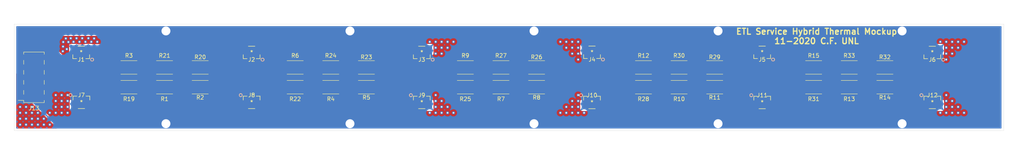
<source format=kicad_pcb>
(kicad_pcb (version 20171130) (host pcbnew "(5.1.6)-1")

  (general
    (thickness 1.6)
    (drawings 8)
    (tracks 235)
    (zones 0)
    (modules 44)
    (nets 38)
  )

  (page A4)
  (layers
    (0 F.Cu signal)
    (1 In1.Cu power)
    (2 In2.Cu power)
    (31 B.Cu signal)
    (32 B.Adhes user)
    (33 F.Adhes user)
    (34 B.Paste user)
    (35 F.Paste user)
    (36 B.SilkS user)
    (37 F.SilkS user)
    (38 B.Mask user)
    (39 F.Mask user)
    (40 Dwgs.User user)
    (41 Cmts.User user)
    (42 Eco1.User user)
    (43 Eco2.User user)
    (44 Edge.Cuts user)
    (45 Margin user)
    (46 B.CrtYd user)
    (47 F.CrtYd user)
    (48 B.Fab user)
    (49 F.Fab user)
  )

  (setup
    (last_trace_width 0.25)
    (user_trace_width 1.6)
    (trace_clearance 0.2)
    (zone_clearance 0.508)
    (zone_45_only no)
    (trace_min 0.2)
    (via_size 0.8)
    (via_drill 0.4)
    (via_min_size 0.4)
    (via_min_drill 0.3)
    (uvia_size 0.3)
    (uvia_drill 0.1)
    (uvias_allowed no)
    (uvia_min_size 0.2)
    (uvia_min_drill 0.1)
    (edge_width 0.05)
    (segment_width 0.2)
    (pcb_text_width 0.3)
    (pcb_text_size 1.5 1.5)
    (mod_edge_width 0.12)
    (mod_text_size 1 1)
    (mod_text_width 0.15)
    (pad_size 1.524 1.524)
    (pad_drill 0.762)
    (pad_to_mask_clearance 0.051)
    (solder_mask_min_width 0.25)
    (aux_axis_origin 0 0)
    (grid_origin 23.67 24.67)
    (visible_elements 7FFFFFFF)
    (pcbplotparams
      (layerselection 0x010fc_ffffffff)
      (usegerberextensions false)
      (usegerberattributes false)
      (usegerberadvancedattributes false)
      (creategerberjobfile false)
      (excludeedgelayer true)
      (linewidth 0.100000)
      (plotframeref false)
      (viasonmask false)
      (mode 1)
      (useauxorigin false)
      (hpglpennumber 1)
      (hpglpenspeed 20)
      (hpglpendiameter 15.000000)
      (psnegative false)
      (psa4output false)
      (plotreference true)
      (plotvalue true)
      (plotinvisibletext false)
      (padsonsilk false)
      (subtractmaskfromsilk false)
      (outputformat 1)
      (mirror false)
      (drillshape 0)
      (scaleselection 1)
      (outputdirectory "fab_outputs"))
  )

  (net 0 "")
  (net 1 /MOD_POS)
  (net 2 /MOD_NEG)
  (net 3 /SH_NEG)
  (net 4 /SH_POS)
  (net 5 "Net-(R1-Pad1)")
  (net 6 "Net-(R1-Pad2)")
  (net 7 "Net-(R2-Pad1)")
  (net 8 "Net-(R21-Pad2)")
  (net 9 "Net-(R22-Pad2)")
  (net 10 "Net-(R4-Pad2)")
  (net 11 "Net-(R23-Pad2)")
  (net 12 "Net-(R24-Pad2)")
  (net 13 "Net-(R25-Pad2)")
  (net 14 "Net-(R7-Pad2)")
  (net 15 "Net-(R26-Pad2)")
  (net 16 "Net-(R27-Pad2)")
  (net 17 "Net-(R10-Pad1)")
  (net 18 "Net-(R10-Pad2)")
  (net 19 "Net-(R11-Pad1)")
  (net 20 "Net-(R12-Pad1)")
  (net 21 "Net-(R13-Pad2)")
  (net 22 "Net-(R13-Pad1)")
  (net 23 "Net-(R14-Pad1)")
  (net 24 "Net-(R15-Pad1)")
  (net 25 "Net-(R20-Pad1)")
  (net 26 "Net-(R23-Pad1)")
  (net 27 "Net-(R26-Pad1)")
  (net 28 "Net-(R29-Pad1)")
  (net 29 "Net-(R32-Pad1)")
  (net 30 "Net-(J1-Pad1)")
  (net 31 "Net-(J2-Pad1)")
  (net 32 "Net-(J7-Pad2)")
  (net 33 "Net-(J8-Pad2)")
  (net 34 "Net-(J4-Pad1)")
  (net 35 "Net-(J5-Pad1)")
  (net 36 "Net-(J10-Pad2)")
  (net 37 "Net-(J11-Pad2)")

  (net_class Default "This is the default net class."
    (clearance 0.2)
    (trace_width 0.25)
    (via_dia 0.8)
    (via_drill 0.4)
    (uvia_dia 0.3)
    (uvia_drill 0.1)
    (add_net /MOD_NEG)
    (add_net /MOD_POS)
    (add_net /SH_NEG)
    (add_net /SH_POS)
    (add_net "Net-(J1-Pad1)")
    (add_net "Net-(J10-Pad2)")
    (add_net "Net-(J11-Pad2)")
    (add_net "Net-(J2-Pad1)")
    (add_net "Net-(J4-Pad1)")
    (add_net "Net-(J5-Pad1)")
    (add_net "Net-(J7-Pad2)")
    (add_net "Net-(J8-Pad2)")
    (add_net "Net-(R1-Pad1)")
    (add_net "Net-(R1-Pad2)")
    (add_net "Net-(R10-Pad1)")
    (add_net "Net-(R10-Pad2)")
    (add_net "Net-(R11-Pad1)")
    (add_net "Net-(R12-Pad1)")
    (add_net "Net-(R13-Pad1)")
    (add_net "Net-(R13-Pad2)")
    (add_net "Net-(R14-Pad1)")
    (add_net "Net-(R15-Pad1)")
    (add_net "Net-(R2-Pad1)")
    (add_net "Net-(R20-Pad1)")
    (add_net "Net-(R21-Pad2)")
    (add_net "Net-(R22-Pad2)")
    (add_net "Net-(R23-Pad1)")
    (add_net "Net-(R23-Pad2)")
    (add_net "Net-(R24-Pad2)")
    (add_net "Net-(R25-Pad2)")
    (add_net "Net-(R26-Pad1)")
    (add_net "Net-(R26-Pad2)")
    (add_net "Net-(R27-Pad2)")
    (add_net "Net-(R29-Pad1)")
    (add_net "Net-(R32-Pad1)")
    (add_net "Net-(R4-Pad2)")
    (add_net "Net-(R7-Pad2)")
  )

  (module unl_silab:etl_service_hybrid_mounting_holes (layer F.Cu) (tedit 6009E33E) (tstamp 600A9823)
    (at 62.02 27.42)
    (fp_text reference REF** (at 0 0.5) (layer F.SilkS) hide
      (effects (font (size 1 1) (thickness 0.15)))
    )
    (fp_text value etl_service_hybrid_mounting_holes (at 0 -0.5) (layer F.Fab)
      (effects (font (size 1 1) (thickness 0.15)))
    )
    (pad "" np_thru_hole circle (at 186 23.5) (size 2.25 2.25) (drill 2.25) (layers *.Cu))
    (pad "" np_thru_hole circle (at 139.5 23.5) (size 2.25 2.25) (drill 2.25) (layers *.Cu))
    (pad "" np_thru_hole circle (at 93 23.5) (size 2.25 2.25) (drill 2.25) (layers *.Cu))
    (pad "" np_thru_hole circle (at 46.5 23.5) (size 2.25 2.25) (drill 2.25) (layers *.Cu))
    (pad "" np_thru_hole circle (at 0 23.5) (size 2.25 2.25) (drill 2.25) (layers *.Cu))
    (pad "" np_thru_hole circle (at 186 0) (size 2.25 2.25) (drill 2.25) (layers *.Cu))
    (pad "" np_thru_hole circle (at 139.5 0) (size 2.25 2.25) (drill 2.25) (layers *.Cu))
    (pad "" np_thru_hole circle (at 93 0) (size 2.25 2.25) (drill 2.25) (layers *.Cu))
    (pad "" np_thru_hole circle (at 46.5 0) (size 2.25 2.25) (drill 2.25) (layers *.Cu))
    (pad "" np_thru_hole circle (at 0 0) (size 2.25 2.25) (drill 2.25) (layers *.Cu))
  )

  (module "unl_silab:BM02B-SRSS-TB LFSN" (layer F.Cu) (tedit 0) (tstamp 5E30F863)
    (at 255.66 45.54)
    (path /5E3D4C8B)
    (fp_text reference J12 (at 0 -1.829791) (layer F.SilkS)
      (effects (font (size 1 1) (thickness 0.15)))
    )
    (fp_text value Conn_01x02_Male (at 0 -1.829791) (layer F.SilkS) hide
      (effects (font (size 1 1) (thickness 0.15)))
    )
    (fp_circle (center -2.7559 -1.829791) (end -2.3749 -1.829791) (layer B.SilkS) (width 0.1524))
    (fp_circle (center -2.7559 -1.829791) (end -2.3749 -1.829791) (layer F.SilkS) (width 0.1524))
    (fp_circle (center -0.5 -3.734791) (end -0.119 -3.734791) (layer F.Fab) (width 0.1524))
    (fp_line (start 3.006499 -2.858491) (end -3.006499 -2.858491) (layer F.CrtYd) (width 0.1524))
    (fp_line (start 3.006499 1.905) (end 3.006499 -2.858491) (layer F.CrtYd) (width 0.1524))
    (fp_line (start -3.006499 1.905) (end 3.006499 1.905) (layer F.CrtYd) (width 0.1524))
    (fp_line (start -3.006499 -2.858491) (end -3.006499 1.905) (layer F.CrtYd) (width 0.1524))
    (fp_line (start -1.162939 -1.5748) (end -2.1209 -1.5748) (layer F.SilkS) (width 0.1524))
    (fp_line (start -1.9939 -1.4478) (end -1.9939 1.4478) (layer F.Fab) (width 0.1524))
    (fp_line (start 1.9939 -1.4478) (end -1.9939 -1.4478) (layer F.Fab) (width 0.1524))
    (fp_line (start 1.9939 1.4478) (end 1.9939 -1.4478) (layer F.Fab) (width 0.1524))
    (fp_line (start -1.9939 1.4478) (end 1.9939 1.4478) (layer F.Fab) (width 0.1524))
    (fp_line (start -2.1209 -1.5748) (end -2.1209 -0.590032) (layer F.SilkS) (width 0.1524))
    (fp_line (start 2.1209 -1.5748) (end 1.162939 -1.5748) (layer F.SilkS) (width 0.1524))
    (fp_line (start 2.1209 -0.590032) (end 2.1209 -1.5748) (layer F.SilkS) (width 0.1524))
    (fp_line (start -0.819559 1.5748) (end 0.819559 1.5748) (layer F.SilkS) (width 0.1524))
    (fp_text user * (at 0 0) (layer F.Fab)
      (effects (font (size 1 1) (thickness 0.15)))
    )
    (fp_text user * (at 0 0) (layer F.SilkS)
      (effects (font (size 1 1) (thickness 0.15)))
    )
    (fp_text user "Copyright 2016 Accelerated Designs. All rights reserved." (at 0 0) (layer Cmts.User)
      (effects (font (size 0.127 0.127) (thickness 0.002)))
    )
    (pad 4 smd rect (at 1.799999 0.695208 90) (size 1.905 1.2954) (layers F.Cu F.Paste F.Mask))
    (pad 3 smd rect (at -1.799999 0.695208 90) (size 1.905 1.2954) (layers F.Cu F.Paste F.Mask))
    (pad 2 smd rect (at 0.499999 -1.829791) (size 0.6604 1.5494) (layers F.Cu F.Paste F.Mask)
      (net 2 /MOD_NEG))
    (pad 1 smd rect (at -0.499999 -1.829791) (size 0.6604 1.5494) (layers F.Cu F.Paste F.Mask)
      (net 37 "Net-(J11-Pad2)"))
  )

  (module "unl_silab:BM02B-SRSS-TB LFSN" (layer F.Cu) (tedit 0) (tstamp 5E30F857)
    (at 212.67 45.55)
    (path /5E3D47DE)
    (fp_text reference J11 (at 0 -1.829791) (layer F.SilkS)
      (effects (font (size 1 1) (thickness 0.15)))
    )
    (fp_text value Conn_01x02_Male (at 0 -1.829791) (layer F.SilkS) hide
      (effects (font (size 1 1) (thickness 0.15)))
    )
    (fp_circle (center -2.7559 -1.829791) (end -2.3749 -1.829791) (layer B.SilkS) (width 0.1524))
    (fp_circle (center -2.7559 -1.829791) (end -2.3749 -1.829791) (layer F.SilkS) (width 0.1524))
    (fp_circle (center -0.5 -3.734791) (end -0.119 -3.734791) (layer F.Fab) (width 0.1524))
    (fp_line (start 3.006499 -2.858491) (end -3.006499 -2.858491) (layer F.CrtYd) (width 0.1524))
    (fp_line (start 3.006499 1.905) (end 3.006499 -2.858491) (layer F.CrtYd) (width 0.1524))
    (fp_line (start -3.006499 1.905) (end 3.006499 1.905) (layer F.CrtYd) (width 0.1524))
    (fp_line (start -3.006499 -2.858491) (end -3.006499 1.905) (layer F.CrtYd) (width 0.1524))
    (fp_line (start -1.162939 -1.5748) (end -2.1209 -1.5748) (layer F.SilkS) (width 0.1524))
    (fp_line (start -1.9939 -1.4478) (end -1.9939 1.4478) (layer F.Fab) (width 0.1524))
    (fp_line (start 1.9939 -1.4478) (end -1.9939 -1.4478) (layer F.Fab) (width 0.1524))
    (fp_line (start 1.9939 1.4478) (end 1.9939 -1.4478) (layer F.Fab) (width 0.1524))
    (fp_line (start -1.9939 1.4478) (end 1.9939 1.4478) (layer F.Fab) (width 0.1524))
    (fp_line (start -2.1209 -1.5748) (end -2.1209 -0.590032) (layer F.SilkS) (width 0.1524))
    (fp_line (start 2.1209 -1.5748) (end 1.162939 -1.5748) (layer F.SilkS) (width 0.1524))
    (fp_line (start 2.1209 -0.590032) (end 2.1209 -1.5748) (layer F.SilkS) (width 0.1524))
    (fp_line (start -0.819559 1.5748) (end 0.819559 1.5748) (layer F.SilkS) (width 0.1524))
    (fp_text user * (at 0 0) (layer F.Fab)
      (effects (font (size 1 1) (thickness 0.15)))
    )
    (fp_text user * (at 0 0) (layer F.SilkS)
      (effects (font (size 1 1) (thickness 0.15)))
    )
    (fp_text user "Copyright 2016 Accelerated Designs. All rights reserved." (at 0 0) (layer Cmts.User)
      (effects (font (size 0.127 0.127) (thickness 0.002)))
    )
    (pad 4 smd rect (at 1.799999 0.695208 90) (size 1.905 1.2954) (layers F.Cu F.Paste F.Mask))
    (pad 3 smd rect (at -1.799999 0.695208 90) (size 1.905 1.2954) (layers F.Cu F.Paste F.Mask))
    (pad 2 smd rect (at 0.499999 -1.829791) (size 0.6604 1.5494) (layers F.Cu F.Paste F.Mask)
      (net 37 "Net-(J11-Pad2)"))
    (pad 1 smd rect (at -0.499999 -1.829791) (size 0.6604 1.5494) (layers F.Cu F.Paste F.Mask)
      (net 36 "Net-(J10-Pad2)"))
  )

  (module "unl_silab:BM02B-SRSS-TB LFSN" (layer F.Cu) (tedit 0) (tstamp 5E30F84B)
    (at 169.66 45.55)
    (path /5E3D309A)
    (fp_text reference J10 (at 0 -1.829791) (layer F.SilkS)
      (effects (font (size 1 1) (thickness 0.15)))
    )
    (fp_text value Conn_01x02_Male (at 0 -1.829791) (layer F.SilkS) hide
      (effects (font (size 1 1) (thickness 0.15)))
    )
    (fp_circle (center -2.7559 -1.829791) (end -2.3749 -1.829791) (layer B.SilkS) (width 0.1524))
    (fp_circle (center -2.7559 -1.829791) (end -2.3749 -1.829791) (layer F.SilkS) (width 0.1524))
    (fp_circle (center -0.5 -3.734791) (end -0.119 -3.734791) (layer F.Fab) (width 0.1524))
    (fp_line (start 3.006499 -2.858491) (end -3.006499 -2.858491) (layer F.CrtYd) (width 0.1524))
    (fp_line (start 3.006499 1.905) (end 3.006499 -2.858491) (layer F.CrtYd) (width 0.1524))
    (fp_line (start -3.006499 1.905) (end 3.006499 1.905) (layer F.CrtYd) (width 0.1524))
    (fp_line (start -3.006499 -2.858491) (end -3.006499 1.905) (layer F.CrtYd) (width 0.1524))
    (fp_line (start -1.162939 -1.5748) (end -2.1209 -1.5748) (layer F.SilkS) (width 0.1524))
    (fp_line (start -1.9939 -1.4478) (end -1.9939 1.4478) (layer F.Fab) (width 0.1524))
    (fp_line (start 1.9939 -1.4478) (end -1.9939 -1.4478) (layer F.Fab) (width 0.1524))
    (fp_line (start 1.9939 1.4478) (end 1.9939 -1.4478) (layer F.Fab) (width 0.1524))
    (fp_line (start -1.9939 1.4478) (end 1.9939 1.4478) (layer F.Fab) (width 0.1524))
    (fp_line (start -2.1209 -1.5748) (end -2.1209 -0.590032) (layer F.SilkS) (width 0.1524))
    (fp_line (start 2.1209 -1.5748) (end 1.162939 -1.5748) (layer F.SilkS) (width 0.1524))
    (fp_line (start 2.1209 -0.590032) (end 2.1209 -1.5748) (layer F.SilkS) (width 0.1524))
    (fp_line (start -0.819559 1.5748) (end 0.819559 1.5748) (layer F.SilkS) (width 0.1524))
    (fp_text user * (at 0 0) (layer F.Fab)
      (effects (font (size 1 1) (thickness 0.15)))
    )
    (fp_text user * (at 0 0) (layer F.SilkS)
      (effects (font (size 1 1) (thickness 0.15)))
    )
    (fp_text user "Copyright 2016 Accelerated Designs. All rights reserved." (at 0 0) (layer Cmts.User)
      (effects (font (size 0.127 0.127) (thickness 0.002)))
    )
    (pad 4 smd rect (at 1.799999 0.695208 90) (size 1.905 1.2954) (layers F.Cu F.Paste F.Mask))
    (pad 3 smd rect (at -1.799999 0.695208 90) (size 1.905 1.2954) (layers F.Cu F.Paste F.Mask))
    (pad 2 smd rect (at 0.499999 -1.829791) (size 0.6604 1.5494) (layers F.Cu F.Paste F.Mask)
      (net 36 "Net-(J10-Pad2)"))
    (pad 1 smd rect (at -0.499999 -1.829791) (size 0.6604 1.5494) (layers F.Cu F.Paste F.Mask)
      (net 1 /MOD_POS))
  )

  (module "unl_silab:BM02B-SRSS-TB LFSN" (layer F.Cu) (tedit 0) (tstamp 5E30F83F)
    (at 126.66 45.54)
    (path /5E3D1D7E)
    (fp_text reference J9 (at 0 -1.829791) (layer F.SilkS)
      (effects (font (size 1 1) (thickness 0.15)))
    )
    (fp_text value Conn_01x02_Male (at 0 -1.829791) (layer F.SilkS) hide
      (effects (font (size 1 1) (thickness 0.15)))
    )
    (fp_circle (center -2.7559 -1.829791) (end -2.3749 -1.829791) (layer B.SilkS) (width 0.1524))
    (fp_circle (center -2.7559 -1.829791) (end -2.3749 -1.829791) (layer F.SilkS) (width 0.1524))
    (fp_circle (center -0.5 -3.734791) (end -0.119 -3.734791) (layer F.Fab) (width 0.1524))
    (fp_line (start 3.006499 -2.858491) (end -3.006499 -2.858491) (layer F.CrtYd) (width 0.1524))
    (fp_line (start 3.006499 1.905) (end 3.006499 -2.858491) (layer F.CrtYd) (width 0.1524))
    (fp_line (start -3.006499 1.905) (end 3.006499 1.905) (layer F.CrtYd) (width 0.1524))
    (fp_line (start -3.006499 -2.858491) (end -3.006499 1.905) (layer F.CrtYd) (width 0.1524))
    (fp_line (start -1.162939 -1.5748) (end -2.1209 -1.5748) (layer F.SilkS) (width 0.1524))
    (fp_line (start -1.9939 -1.4478) (end -1.9939 1.4478) (layer F.Fab) (width 0.1524))
    (fp_line (start 1.9939 -1.4478) (end -1.9939 -1.4478) (layer F.Fab) (width 0.1524))
    (fp_line (start 1.9939 1.4478) (end 1.9939 -1.4478) (layer F.Fab) (width 0.1524))
    (fp_line (start -1.9939 1.4478) (end 1.9939 1.4478) (layer F.Fab) (width 0.1524))
    (fp_line (start -2.1209 -1.5748) (end -2.1209 -0.590032) (layer F.SilkS) (width 0.1524))
    (fp_line (start 2.1209 -1.5748) (end 1.162939 -1.5748) (layer F.SilkS) (width 0.1524))
    (fp_line (start 2.1209 -0.590032) (end 2.1209 -1.5748) (layer F.SilkS) (width 0.1524))
    (fp_line (start -0.819559 1.5748) (end 0.819559 1.5748) (layer F.SilkS) (width 0.1524))
    (fp_text user * (at 0 0) (layer F.Fab)
      (effects (font (size 1 1) (thickness 0.15)))
    )
    (fp_text user * (at 0 0) (layer F.SilkS)
      (effects (font (size 1 1) (thickness 0.15)))
    )
    (fp_text user "Copyright 2016 Accelerated Designs. All rights reserved." (at 0 0) (layer Cmts.User)
      (effects (font (size 0.127 0.127) (thickness 0.002)))
    )
    (pad 4 smd rect (at 1.799999 0.695208 90) (size 1.905 1.2954) (layers F.Cu F.Paste F.Mask))
    (pad 3 smd rect (at -1.799999 0.695208 90) (size 1.905 1.2954) (layers F.Cu F.Paste F.Mask))
    (pad 2 smd rect (at 0.499999 -1.829791) (size 0.6604 1.5494) (layers F.Cu F.Paste F.Mask)
      (net 2 /MOD_NEG))
    (pad 1 smd rect (at -0.499999 -1.829791) (size 0.6604 1.5494) (layers F.Cu F.Paste F.Mask)
      (net 33 "Net-(J8-Pad2)"))
  )

  (module "unl_silab:BM02B-SRSS-TB LFSN" (layer F.Cu) (tedit 0) (tstamp 5E30F833)
    (at 83.67 45.52)
    (path /5E3D1962)
    (fp_text reference J8 (at 0 -1.829791) (layer F.SilkS)
      (effects (font (size 1 1) (thickness 0.15)))
    )
    (fp_text value Conn_01x02_Male (at 0 -1.829791) (layer F.SilkS) hide
      (effects (font (size 1 1) (thickness 0.15)))
    )
    (fp_circle (center -2.7559 -1.829791) (end -2.3749 -1.829791) (layer B.SilkS) (width 0.1524))
    (fp_circle (center -2.7559 -1.829791) (end -2.3749 -1.829791) (layer F.SilkS) (width 0.1524))
    (fp_circle (center -0.5 -3.734791) (end -0.119 -3.734791) (layer F.Fab) (width 0.1524))
    (fp_line (start 3.006499 -2.858491) (end -3.006499 -2.858491) (layer F.CrtYd) (width 0.1524))
    (fp_line (start 3.006499 1.905) (end 3.006499 -2.858491) (layer F.CrtYd) (width 0.1524))
    (fp_line (start -3.006499 1.905) (end 3.006499 1.905) (layer F.CrtYd) (width 0.1524))
    (fp_line (start -3.006499 -2.858491) (end -3.006499 1.905) (layer F.CrtYd) (width 0.1524))
    (fp_line (start -1.162939 -1.5748) (end -2.1209 -1.5748) (layer F.SilkS) (width 0.1524))
    (fp_line (start -1.9939 -1.4478) (end -1.9939 1.4478) (layer F.Fab) (width 0.1524))
    (fp_line (start 1.9939 -1.4478) (end -1.9939 -1.4478) (layer F.Fab) (width 0.1524))
    (fp_line (start 1.9939 1.4478) (end 1.9939 -1.4478) (layer F.Fab) (width 0.1524))
    (fp_line (start -1.9939 1.4478) (end 1.9939 1.4478) (layer F.Fab) (width 0.1524))
    (fp_line (start -2.1209 -1.5748) (end -2.1209 -0.590032) (layer F.SilkS) (width 0.1524))
    (fp_line (start 2.1209 -1.5748) (end 1.162939 -1.5748) (layer F.SilkS) (width 0.1524))
    (fp_line (start 2.1209 -0.590032) (end 2.1209 -1.5748) (layer F.SilkS) (width 0.1524))
    (fp_line (start -0.819559 1.5748) (end 0.819559 1.5748) (layer F.SilkS) (width 0.1524))
    (fp_text user * (at 0 0) (layer F.Fab)
      (effects (font (size 1 1) (thickness 0.15)))
    )
    (fp_text user * (at 0 0) (layer F.SilkS)
      (effects (font (size 1 1) (thickness 0.15)))
    )
    (fp_text user "Copyright 2016 Accelerated Designs. All rights reserved." (at 0 0) (layer Cmts.User)
      (effects (font (size 0.127 0.127) (thickness 0.002)))
    )
    (pad 4 smd rect (at 1.799999 0.695208 90) (size 1.905 1.2954) (layers F.Cu F.Paste F.Mask))
    (pad 3 smd rect (at -1.799999 0.695208 90) (size 1.905 1.2954) (layers F.Cu F.Paste F.Mask))
    (pad 2 smd rect (at 0.499999 -1.829791) (size 0.6604 1.5494) (layers F.Cu F.Paste F.Mask)
      (net 33 "Net-(J8-Pad2)"))
    (pad 1 smd rect (at -0.499999 -1.829791) (size 0.6604 1.5494) (layers F.Cu F.Paste F.Mask)
      (net 32 "Net-(J7-Pad2)"))
  )

  (module "unl_silab:BM02B-SRSS-TB LFSN" (layer F.Cu) (tedit 0) (tstamp 5FB4C97A)
    (at 40.66 45.51)
    (path /5E30ABAA)
    (fp_text reference J7 (at 0 -1.829791) (layer F.SilkS)
      (effects (font (size 1 1) (thickness 0.15)))
    )
    (fp_text value Conn_01x02_Male (at 0 -1.829791) (layer F.SilkS) hide
      (effects (font (size 1 1) (thickness 0.15)))
    )
    (fp_circle (center -2.7559 -1.829791) (end -2.3749 -1.829791) (layer B.SilkS) (width 0.1524))
    (fp_circle (center -2.7559 -1.829791) (end -2.3749 -1.829791) (layer F.SilkS) (width 0.1524))
    (fp_circle (center -0.5 -3.734791) (end -0.119 -3.734791) (layer F.Fab) (width 0.1524))
    (fp_line (start 3.006499 -2.858491) (end -3.006499 -2.858491) (layer F.CrtYd) (width 0.1524))
    (fp_line (start 3.006499 1.905) (end 3.006499 -2.858491) (layer F.CrtYd) (width 0.1524))
    (fp_line (start -3.006499 1.905) (end 3.006499 1.905) (layer F.CrtYd) (width 0.1524))
    (fp_line (start -3.006499 -2.858491) (end -3.006499 1.905) (layer F.CrtYd) (width 0.1524))
    (fp_line (start -1.162939 -1.5748) (end -2.1209 -1.5748) (layer F.SilkS) (width 0.1524))
    (fp_line (start -1.9939 -1.4478) (end -1.9939 1.4478) (layer F.Fab) (width 0.1524))
    (fp_line (start 1.9939 -1.4478) (end -1.9939 -1.4478) (layer F.Fab) (width 0.1524))
    (fp_line (start 1.9939 1.4478) (end 1.9939 -1.4478) (layer F.Fab) (width 0.1524))
    (fp_line (start -1.9939 1.4478) (end 1.9939 1.4478) (layer F.Fab) (width 0.1524))
    (fp_line (start -2.1209 -1.5748) (end -2.1209 -0.590032) (layer F.SilkS) (width 0.1524))
    (fp_line (start 2.1209 -1.5748) (end 1.162939 -1.5748) (layer F.SilkS) (width 0.1524))
    (fp_line (start 2.1209 -0.590032) (end 2.1209 -1.5748) (layer F.SilkS) (width 0.1524))
    (fp_line (start -0.819559 1.5748) (end 0.819559 1.5748) (layer F.SilkS) (width 0.1524))
    (fp_text user * (at 0 0) (layer F.Fab)
      (effects (font (size 1 1) (thickness 0.15)))
    )
    (fp_text user * (at 0 0) (layer F.SilkS)
      (effects (font (size 1 1) (thickness 0.15)))
    )
    (fp_text user "Copyright 2016 Accelerated Designs. All rights reserved." (at 0 0) (layer Cmts.User)
      (effects (font (size 0.127 0.127) (thickness 0.002)))
    )
    (pad 4 smd rect (at 1.799999 0.695208 90) (size 1.905 1.2954) (layers F.Cu F.Paste F.Mask))
    (pad 3 smd rect (at -1.799999 0.695208 90) (size 1.905 1.2954) (layers F.Cu F.Paste F.Mask))
    (pad 2 smd rect (at 0.499999 -1.829791) (size 0.6604 1.5494) (layers F.Cu F.Paste F.Mask)
      (net 32 "Net-(J7-Pad2)"))
    (pad 1 smd rect (at -0.499999 -1.829791) (size 0.6604 1.5494) (layers F.Cu F.Paste F.Mask)
      (net 1 /MOD_POS))
  )

  (module "unl_silab:BM02B-SRSS-TB LFSN" (layer F.Cu) (tedit 0) (tstamp 5E30F81B)
    (at 255.65 32.87 180)
    (path /5E3D155D)
    (fp_text reference J6 (at 0 -1.829791) (layer F.SilkS)
      (effects (font (size 1 1) (thickness 0.15)))
    )
    (fp_text value Conn_01x02_Male (at 0 -1.829791) (layer F.SilkS) hide
      (effects (font (size 1 1) (thickness 0.15)))
    )
    (fp_circle (center -2.7559 -1.829791) (end -2.3749 -1.829791) (layer B.SilkS) (width 0.1524))
    (fp_circle (center -2.7559 -1.829791) (end -2.3749 -1.829791) (layer F.SilkS) (width 0.1524))
    (fp_circle (center -0.5 -3.734791) (end -0.119 -3.734791) (layer F.Fab) (width 0.1524))
    (fp_line (start 3.006499 -2.858491) (end -3.006499 -2.858491) (layer F.CrtYd) (width 0.1524))
    (fp_line (start 3.006499 1.905) (end 3.006499 -2.858491) (layer F.CrtYd) (width 0.1524))
    (fp_line (start -3.006499 1.905) (end 3.006499 1.905) (layer F.CrtYd) (width 0.1524))
    (fp_line (start -3.006499 -2.858491) (end -3.006499 1.905) (layer F.CrtYd) (width 0.1524))
    (fp_line (start -1.162939 -1.5748) (end -2.1209 -1.5748) (layer F.SilkS) (width 0.1524))
    (fp_line (start -1.9939 -1.4478) (end -1.9939 1.4478) (layer F.Fab) (width 0.1524))
    (fp_line (start 1.9939 -1.4478) (end -1.9939 -1.4478) (layer F.Fab) (width 0.1524))
    (fp_line (start 1.9939 1.4478) (end 1.9939 -1.4478) (layer F.Fab) (width 0.1524))
    (fp_line (start -1.9939 1.4478) (end 1.9939 1.4478) (layer F.Fab) (width 0.1524))
    (fp_line (start -2.1209 -1.5748) (end -2.1209 -0.590032) (layer F.SilkS) (width 0.1524))
    (fp_line (start 2.1209 -1.5748) (end 1.162939 -1.5748) (layer F.SilkS) (width 0.1524))
    (fp_line (start 2.1209 -0.590032) (end 2.1209 -1.5748) (layer F.SilkS) (width 0.1524))
    (fp_line (start -0.819559 1.5748) (end 0.819559 1.5748) (layer F.SilkS) (width 0.1524))
    (fp_text user * (at 0 0) (layer F.Fab)
      (effects (font (size 1 1) (thickness 0.15)))
    )
    (fp_text user * (at 0 0) (layer F.SilkS)
      (effects (font (size 1 1) (thickness 0.15)))
    )
    (fp_text user "Copyright 2016 Accelerated Designs. All rights reserved." (at 0 0) (layer Cmts.User)
      (effects (font (size 0.127 0.127) (thickness 0.002)))
    )
    (pad 4 smd rect (at 1.799999 0.695208 270) (size 1.905 1.2954) (layers F.Cu F.Paste F.Mask))
    (pad 3 smd rect (at -1.799999 0.695208 270) (size 1.905 1.2954) (layers F.Cu F.Paste F.Mask))
    (pad 2 smd rect (at 0.499999 -1.829791 180) (size 0.6604 1.5494) (layers F.Cu F.Paste F.Mask)
      (net 35 "Net-(J5-Pad1)"))
    (pad 1 smd rect (at -0.499999 -1.829791 180) (size 0.6604 1.5494) (layers F.Cu F.Paste F.Mask)
      (net 2 /MOD_NEG))
  )

  (module "unl_silab:BM02B-SRSS-TB LFSN" (layer F.Cu) (tedit 0) (tstamp 5E30F80F)
    (at 212.66 32.84 180)
    (path /5E3D1136)
    (fp_text reference J5 (at 0 -1.829791) (layer F.SilkS)
      (effects (font (size 1 1) (thickness 0.15)))
    )
    (fp_text value Conn_01x02_Male (at 0 -1.829791) (layer F.SilkS) hide
      (effects (font (size 1 1) (thickness 0.15)))
    )
    (fp_circle (center -2.7559 -1.829791) (end -2.3749 -1.829791) (layer B.SilkS) (width 0.1524))
    (fp_circle (center -2.7559 -1.829791) (end -2.3749 -1.829791) (layer F.SilkS) (width 0.1524))
    (fp_circle (center -0.5 -3.734791) (end -0.119 -3.734791) (layer F.Fab) (width 0.1524))
    (fp_line (start 3.006499 -2.858491) (end -3.006499 -2.858491) (layer F.CrtYd) (width 0.1524))
    (fp_line (start 3.006499 1.905) (end 3.006499 -2.858491) (layer F.CrtYd) (width 0.1524))
    (fp_line (start -3.006499 1.905) (end 3.006499 1.905) (layer F.CrtYd) (width 0.1524))
    (fp_line (start -3.006499 -2.858491) (end -3.006499 1.905) (layer F.CrtYd) (width 0.1524))
    (fp_line (start -1.162939 -1.5748) (end -2.1209 -1.5748) (layer F.SilkS) (width 0.1524))
    (fp_line (start -1.9939 -1.4478) (end -1.9939 1.4478) (layer F.Fab) (width 0.1524))
    (fp_line (start 1.9939 -1.4478) (end -1.9939 -1.4478) (layer F.Fab) (width 0.1524))
    (fp_line (start 1.9939 1.4478) (end 1.9939 -1.4478) (layer F.Fab) (width 0.1524))
    (fp_line (start -1.9939 1.4478) (end 1.9939 1.4478) (layer F.Fab) (width 0.1524))
    (fp_line (start -2.1209 -1.5748) (end -2.1209 -0.590032) (layer F.SilkS) (width 0.1524))
    (fp_line (start 2.1209 -1.5748) (end 1.162939 -1.5748) (layer F.SilkS) (width 0.1524))
    (fp_line (start 2.1209 -0.590032) (end 2.1209 -1.5748) (layer F.SilkS) (width 0.1524))
    (fp_line (start -0.819559 1.5748) (end 0.819559 1.5748) (layer F.SilkS) (width 0.1524))
    (fp_text user * (at 0 0) (layer F.Fab)
      (effects (font (size 1 1) (thickness 0.15)))
    )
    (fp_text user * (at 0 0) (layer F.SilkS)
      (effects (font (size 1 1) (thickness 0.15)))
    )
    (fp_text user "Copyright 2016 Accelerated Designs. All rights reserved." (at 0 0) (layer Cmts.User)
      (effects (font (size 0.127 0.127) (thickness 0.002)))
    )
    (pad 4 smd rect (at 1.799999 0.695208 270) (size 1.905 1.2954) (layers F.Cu F.Paste F.Mask))
    (pad 3 smd rect (at -1.799999 0.695208 270) (size 1.905 1.2954) (layers F.Cu F.Paste F.Mask))
    (pad 2 smd rect (at 0.499999 -1.829791 180) (size 0.6604 1.5494) (layers F.Cu F.Paste F.Mask)
      (net 34 "Net-(J4-Pad1)"))
    (pad 1 smd rect (at -0.499999 -1.829791 180) (size 0.6604 1.5494) (layers F.Cu F.Paste F.Mask)
      (net 35 "Net-(J5-Pad1)"))
  )

  (module "unl_silab:BM02B-SRSS-TB LFSN" (layer F.Cu) (tedit 0) (tstamp 5E30F803)
    (at 169.67 32.83 180)
    (path /5E3D0D52)
    (fp_text reference J4 (at 0 -1.829791) (layer F.SilkS)
      (effects (font (size 1 1) (thickness 0.15)))
    )
    (fp_text value Conn_01x02_Male (at 0 -1.829791) (layer F.SilkS) hide
      (effects (font (size 1 1) (thickness 0.15)))
    )
    (fp_circle (center -2.7559 -1.829791) (end -2.3749 -1.829791) (layer B.SilkS) (width 0.1524))
    (fp_circle (center -2.7559 -1.829791) (end -2.3749 -1.829791) (layer F.SilkS) (width 0.1524))
    (fp_circle (center -0.5 -3.734791) (end -0.119 -3.734791) (layer F.Fab) (width 0.1524))
    (fp_line (start 3.006499 -2.858491) (end -3.006499 -2.858491) (layer F.CrtYd) (width 0.1524))
    (fp_line (start 3.006499 1.905) (end 3.006499 -2.858491) (layer F.CrtYd) (width 0.1524))
    (fp_line (start -3.006499 1.905) (end 3.006499 1.905) (layer F.CrtYd) (width 0.1524))
    (fp_line (start -3.006499 -2.858491) (end -3.006499 1.905) (layer F.CrtYd) (width 0.1524))
    (fp_line (start -1.162939 -1.5748) (end -2.1209 -1.5748) (layer F.SilkS) (width 0.1524))
    (fp_line (start -1.9939 -1.4478) (end -1.9939 1.4478) (layer F.Fab) (width 0.1524))
    (fp_line (start 1.9939 -1.4478) (end -1.9939 -1.4478) (layer F.Fab) (width 0.1524))
    (fp_line (start 1.9939 1.4478) (end 1.9939 -1.4478) (layer F.Fab) (width 0.1524))
    (fp_line (start -1.9939 1.4478) (end 1.9939 1.4478) (layer F.Fab) (width 0.1524))
    (fp_line (start -2.1209 -1.5748) (end -2.1209 -0.590032) (layer F.SilkS) (width 0.1524))
    (fp_line (start 2.1209 -1.5748) (end 1.162939 -1.5748) (layer F.SilkS) (width 0.1524))
    (fp_line (start 2.1209 -0.590032) (end 2.1209 -1.5748) (layer F.SilkS) (width 0.1524))
    (fp_line (start -0.819559 1.5748) (end 0.819559 1.5748) (layer F.SilkS) (width 0.1524))
    (fp_text user * (at 0 0) (layer F.Fab)
      (effects (font (size 1 1) (thickness 0.15)))
    )
    (fp_text user * (at 0 0) (layer F.SilkS)
      (effects (font (size 1 1) (thickness 0.15)))
    )
    (fp_text user "Copyright 2016 Accelerated Designs. All rights reserved." (at 0 0) (layer Cmts.User)
      (effects (font (size 0.127 0.127) (thickness 0.002)))
    )
    (pad 4 smd rect (at 1.799999 0.695208 270) (size 1.905 1.2954) (layers F.Cu F.Paste F.Mask))
    (pad 3 smd rect (at -1.799999 0.695208 270) (size 1.905 1.2954) (layers F.Cu F.Paste F.Mask))
    (pad 2 smd rect (at 0.499999 -1.829791 180) (size 0.6604 1.5494) (layers F.Cu F.Paste F.Mask)
      (net 1 /MOD_POS))
    (pad 1 smd rect (at -0.499999 -1.829791 180) (size 0.6604 1.5494) (layers F.Cu F.Paste F.Mask)
      (net 34 "Net-(J4-Pad1)"))
  )

  (module "unl_silab:BM02B-SRSS-TB LFSN" (layer F.Cu) (tedit 0) (tstamp 5E30F7F7)
    (at 126.66 32.86 180)
    (path /5E3CFA2F)
    (fp_text reference J3 (at 0 -1.829791) (layer F.SilkS)
      (effects (font (size 1 1) (thickness 0.15)))
    )
    (fp_text value Conn_01x02_Male (at 0 -1.829791) (layer F.SilkS) hide
      (effects (font (size 1 1) (thickness 0.15)))
    )
    (fp_circle (center -2.7559 -1.829791) (end -2.3749 -1.829791) (layer B.SilkS) (width 0.1524))
    (fp_circle (center -2.7559 -1.829791) (end -2.3749 -1.829791) (layer F.SilkS) (width 0.1524))
    (fp_circle (center -0.5 -3.734791) (end -0.119 -3.734791) (layer F.Fab) (width 0.1524))
    (fp_line (start 3.006499 -2.858491) (end -3.006499 -2.858491) (layer F.CrtYd) (width 0.1524))
    (fp_line (start 3.006499 1.905) (end 3.006499 -2.858491) (layer F.CrtYd) (width 0.1524))
    (fp_line (start -3.006499 1.905) (end 3.006499 1.905) (layer F.CrtYd) (width 0.1524))
    (fp_line (start -3.006499 -2.858491) (end -3.006499 1.905) (layer F.CrtYd) (width 0.1524))
    (fp_line (start -1.162939 -1.5748) (end -2.1209 -1.5748) (layer F.SilkS) (width 0.1524))
    (fp_line (start -1.9939 -1.4478) (end -1.9939 1.4478) (layer F.Fab) (width 0.1524))
    (fp_line (start 1.9939 -1.4478) (end -1.9939 -1.4478) (layer F.Fab) (width 0.1524))
    (fp_line (start 1.9939 1.4478) (end 1.9939 -1.4478) (layer F.Fab) (width 0.1524))
    (fp_line (start -1.9939 1.4478) (end 1.9939 1.4478) (layer F.Fab) (width 0.1524))
    (fp_line (start -2.1209 -1.5748) (end -2.1209 -0.590032) (layer F.SilkS) (width 0.1524))
    (fp_line (start 2.1209 -1.5748) (end 1.162939 -1.5748) (layer F.SilkS) (width 0.1524))
    (fp_line (start 2.1209 -0.590032) (end 2.1209 -1.5748) (layer F.SilkS) (width 0.1524))
    (fp_line (start -0.819559 1.5748) (end 0.819559 1.5748) (layer F.SilkS) (width 0.1524))
    (fp_text user * (at 0 0) (layer F.Fab)
      (effects (font (size 1 1) (thickness 0.15)))
    )
    (fp_text user * (at 0 0) (layer F.SilkS)
      (effects (font (size 1 1) (thickness 0.15)))
    )
    (fp_text user "Copyright 2016 Accelerated Designs. All rights reserved." (at 0 0) (layer Cmts.User)
      (effects (font (size 0.127 0.127) (thickness 0.002)))
    )
    (pad 4 smd rect (at 1.799999 0.695208 270) (size 1.905 1.2954) (layers F.Cu F.Paste F.Mask))
    (pad 3 smd rect (at -1.799999 0.695208 270) (size 1.905 1.2954) (layers F.Cu F.Paste F.Mask))
    (pad 2 smd rect (at 0.499999 -1.829791 180) (size 0.6604 1.5494) (layers F.Cu F.Paste F.Mask)
      (net 31 "Net-(J2-Pad1)"))
    (pad 1 smd rect (at -0.499999 -1.829791 180) (size 0.6604 1.5494) (layers F.Cu F.Paste F.Mask)
      (net 2 /MOD_NEG))
  )

  (module "unl_silab:BM02B-SRSS-TB LFSN" (layer F.Cu) (tedit 0) (tstamp 5E30F7EB)
    (at 83.67 32.86 180)
    (path /5E3CF6B4)
    (fp_text reference J2 (at 0 -1.829791) (layer F.SilkS)
      (effects (font (size 1 1) (thickness 0.15)))
    )
    (fp_text value Conn_01x02_Male (at 0 -1.829791) (layer F.SilkS) hide
      (effects (font (size 1 1) (thickness 0.15)))
    )
    (fp_circle (center -2.7559 -1.829791) (end -2.3749 -1.829791) (layer B.SilkS) (width 0.1524))
    (fp_circle (center -2.7559 -1.829791) (end -2.3749 -1.829791) (layer F.SilkS) (width 0.1524))
    (fp_circle (center -0.5 -3.734791) (end -0.119 -3.734791) (layer F.Fab) (width 0.1524))
    (fp_line (start 3.006499 -2.858491) (end -3.006499 -2.858491) (layer F.CrtYd) (width 0.1524))
    (fp_line (start 3.006499 1.905) (end 3.006499 -2.858491) (layer F.CrtYd) (width 0.1524))
    (fp_line (start -3.006499 1.905) (end 3.006499 1.905) (layer F.CrtYd) (width 0.1524))
    (fp_line (start -3.006499 -2.858491) (end -3.006499 1.905) (layer F.CrtYd) (width 0.1524))
    (fp_line (start -1.162939 -1.5748) (end -2.1209 -1.5748) (layer F.SilkS) (width 0.1524))
    (fp_line (start -1.9939 -1.4478) (end -1.9939 1.4478) (layer F.Fab) (width 0.1524))
    (fp_line (start 1.9939 -1.4478) (end -1.9939 -1.4478) (layer F.Fab) (width 0.1524))
    (fp_line (start 1.9939 1.4478) (end 1.9939 -1.4478) (layer F.Fab) (width 0.1524))
    (fp_line (start -1.9939 1.4478) (end 1.9939 1.4478) (layer F.Fab) (width 0.1524))
    (fp_line (start -2.1209 -1.5748) (end -2.1209 -0.590032) (layer F.SilkS) (width 0.1524))
    (fp_line (start 2.1209 -1.5748) (end 1.162939 -1.5748) (layer F.SilkS) (width 0.1524))
    (fp_line (start 2.1209 -0.590032) (end 2.1209 -1.5748) (layer F.SilkS) (width 0.1524))
    (fp_line (start -0.819559 1.5748) (end 0.819559 1.5748) (layer F.SilkS) (width 0.1524))
    (fp_text user * (at 0 0) (layer F.Fab)
      (effects (font (size 1 1) (thickness 0.15)))
    )
    (fp_text user * (at 0 0) (layer F.SilkS)
      (effects (font (size 1 1) (thickness 0.15)))
    )
    (fp_text user "Copyright 2016 Accelerated Designs. All rights reserved." (at 0 0) (layer Cmts.User)
      (effects (font (size 0.127 0.127) (thickness 0.002)))
    )
    (pad 4 smd rect (at 1.799999 0.695208 270) (size 1.905 1.2954) (layers F.Cu F.Paste F.Mask))
    (pad 3 smd rect (at -1.799999 0.695208 270) (size 1.905 1.2954) (layers F.Cu F.Paste F.Mask))
    (pad 2 smd rect (at 0.499999 -1.829791 180) (size 0.6604 1.5494) (layers F.Cu F.Paste F.Mask)
      (net 30 "Net-(J1-Pad1)"))
    (pad 1 smd rect (at -0.499999 -1.829791 180) (size 0.6604 1.5494) (layers F.Cu F.Paste F.Mask)
      (net 31 "Net-(J2-Pad1)"))
  )

  (module "unl_silab:BM02B-SRSS-TB LFSN" (layer F.Cu) (tedit 0) (tstamp 5FB4C859)
    (at 40.61 32.85 180)
    (path /5E3120FB)
    (fp_text reference J1 (at 0 -1.829791) (layer F.SilkS)
      (effects (font (size 1 1) (thickness 0.15)))
    )
    (fp_text value Conn_01x02_Male (at 0 -1.829791) (layer F.SilkS) hide
      (effects (font (size 1 1) (thickness 0.15)))
    )
    (fp_circle (center -2.7559 -1.829791) (end -2.3749 -1.829791) (layer B.SilkS) (width 0.1524))
    (fp_circle (center -2.7559 -1.829791) (end -2.3749 -1.829791) (layer F.SilkS) (width 0.1524))
    (fp_circle (center -0.5 -3.734791) (end -0.119 -3.734791) (layer F.Fab) (width 0.1524))
    (fp_line (start 3.006499 -2.858491) (end -3.006499 -2.858491) (layer F.CrtYd) (width 0.1524))
    (fp_line (start 3.006499 1.905) (end 3.006499 -2.858491) (layer F.CrtYd) (width 0.1524))
    (fp_line (start -3.006499 1.905) (end 3.006499 1.905) (layer F.CrtYd) (width 0.1524))
    (fp_line (start -3.006499 -2.858491) (end -3.006499 1.905) (layer F.CrtYd) (width 0.1524))
    (fp_line (start -1.162939 -1.5748) (end -2.1209 -1.5748) (layer F.SilkS) (width 0.1524))
    (fp_line (start -1.9939 -1.4478) (end -1.9939 1.4478) (layer F.Fab) (width 0.1524))
    (fp_line (start 1.9939 -1.4478) (end -1.9939 -1.4478) (layer F.Fab) (width 0.1524))
    (fp_line (start 1.9939 1.4478) (end 1.9939 -1.4478) (layer F.Fab) (width 0.1524))
    (fp_line (start -1.9939 1.4478) (end 1.9939 1.4478) (layer F.Fab) (width 0.1524))
    (fp_line (start -2.1209 -1.5748) (end -2.1209 -0.590032) (layer F.SilkS) (width 0.1524))
    (fp_line (start 2.1209 -1.5748) (end 1.162939 -1.5748) (layer F.SilkS) (width 0.1524))
    (fp_line (start 2.1209 -0.590032) (end 2.1209 -1.5748) (layer F.SilkS) (width 0.1524))
    (fp_line (start -0.819559 1.5748) (end 0.819559 1.5748) (layer F.SilkS) (width 0.1524))
    (fp_text user * (at 0 0) (layer F.Fab)
      (effects (font (size 1 1) (thickness 0.15)))
    )
    (fp_text user * (at 0 0) (layer F.SilkS)
      (effects (font (size 1 1) (thickness 0.15)))
    )
    (fp_text user "Copyright 2016 Accelerated Designs. All rights reserved." (at 0 0) (layer Cmts.User)
      (effects (font (size 0.127 0.127) (thickness 0.002)))
    )
    (pad 4 smd rect (at 1.799999 0.695208 270) (size 1.905 1.2954) (layers F.Cu F.Paste F.Mask))
    (pad 3 smd rect (at -1.799999 0.695208 270) (size 1.905 1.2954) (layers F.Cu F.Paste F.Mask))
    (pad 2 smd rect (at 0.499999 -1.829791 180) (size 0.6604 1.5494) (layers F.Cu F.Paste F.Mask)
      (net 1 /MOD_POS))
    (pad 1 smd rect (at -0.499999 -1.829791 180) (size 0.6604 1.5494) (layers F.Cu F.Paste F.Mask)
      (net 30 "Net-(J1-Pad1)"))
  )

  (module Connector_PinSocket_2.54mm:PinSocket_2x05_P2.54mm_Vertical_SMD (layer F.Cu) (tedit 5A19A425) (tstamp 5E30F8A8)
    (at 28.67 39.17 180)
    (descr "surface-mounted straight socket strip, 2x05, 2.54mm pitch, double cols (from Kicad 4.0.7), script generated")
    (tags "Surface mounted socket strip SMD 2x05 2.54mm double row")
    (path /5E33EC53)
    (attr smd)
    (fp_text reference J13 (at 0 -7.85) (layer F.SilkS)
      (effects (font (size 1 1) (thickness 0.15)))
    )
    (fp_text value Conn_02x05_Odd_Even (at 0 7.85) (layer F.Fab)
      (effects (font (size 1 1) (thickness 0.15)))
    )
    (fp_line (start -2.6 -6.41) (end 2.6 -6.41) (layer F.SilkS) (width 0.12))
    (fp_line (start 2.6 -6.41) (end 2.6 -5.84) (layer F.SilkS) (width 0.12))
    (fp_line (start 2.6 -4.32) (end 2.6 -3.3) (layer F.SilkS) (width 0.12))
    (fp_line (start 2.6 -1.78) (end 2.6 -0.76) (layer F.SilkS) (width 0.12))
    (fp_line (start 2.6 0.76) (end 2.6 1.78) (layer F.SilkS) (width 0.12))
    (fp_line (start 2.6 3.3) (end 2.6 4.32) (layer F.SilkS) (width 0.12))
    (fp_line (start 2.6 5.84) (end 2.6 6.41) (layer F.SilkS) (width 0.12))
    (fp_line (start -2.6 6.41) (end 2.6 6.41) (layer F.SilkS) (width 0.12))
    (fp_line (start -2.6 -6.41) (end -2.6 -5.84) (layer F.SilkS) (width 0.12))
    (fp_line (start -2.6 -4.32) (end -2.6 -3.3) (layer F.SilkS) (width 0.12))
    (fp_line (start -2.6 -1.78) (end -2.6 -0.76) (layer F.SilkS) (width 0.12))
    (fp_line (start -2.6 0.76) (end -2.6 1.78) (layer F.SilkS) (width 0.12))
    (fp_line (start -2.6 3.3) (end -2.6 4.32) (layer F.SilkS) (width 0.12))
    (fp_line (start -2.6 5.84) (end -2.6 6.41) (layer F.SilkS) (width 0.12))
    (fp_line (start 2.6 -5.84) (end 3.96 -5.84) (layer F.SilkS) (width 0.12))
    (fp_line (start -2.54 -6.35) (end 1.54 -6.35) (layer F.Fab) (width 0.1))
    (fp_line (start 1.54 -6.35) (end 2.54 -5.35) (layer F.Fab) (width 0.1))
    (fp_line (start 2.54 -5.35) (end 2.54 6.35) (layer F.Fab) (width 0.1))
    (fp_line (start 2.54 6.35) (end -2.54 6.35) (layer F.Fab) (width 0.1))
    (fp_line (start -2.54 6.35) (end -2.54 -6.35) (layer F.Fab) (width 0.1))
    (fp_line (start -3.92 -5.4) (end -2.54 -5.4) (layer F.Fab) (width 0.1))
    (fp_line (start -2.54 -4.76) (end -3.92 -4.76) (layer F.Fab) (width 0.1))
    (fp_line (start -3.92 -4.76) (end -3.92 -5.4) (layer F.Fab) (width 0.1))
    (fp_line (start 2.54 -5.4) (end 3.92 -5.4) (layer F.Fab) (width 0.1))
    (fp_line (start 3.92 -5.4) (end 3.92 -4.76) (layer F.Fab) (width 0.1))
    (fp_line (start 3.92 -4.76) (end 2.54 -4.76) (layer F.Fab) (width 0.1))
    (fp_line (start -3.92 -2.86) (end -2.54 -2.86) (layer F.Fab) (width 0.1))
    (fp_line (start -2.54 -2.22) (end -3.92 -2.22) (layer F.Fab) (width 0.1))
    (fp_line (start -3.92 -2.22) (end -3.92 -2.86) (layer F.Fab) (width 0.1))
    (fp_line (start 2.54 -2.86) (end 3.92 -2.86) (layer F.Fab) (width 0.1))
    (fp_line (start 3.92 -2.86) (end 3.92 -2.22) (layer F.Fab) (width 0.1))
    (fp_line (start 3.92 -2.22) (end 2.54 -2.22) (layer F.Fab) (width 0.1))
    (fp_line (start -3.92 -0.32) (end -2.54 -0.32) (layer F.Fab) (width 0.1))
    (fp_line (start -2.54 0.32) (end -3.92 0.32) (layer F.Fab) (width 0.1))
    (fp_line (start -3.92 0.32) (end -3.92 -0.32) (layer F.Fab) (width 0.1))
    (fp_line (start 2.54 -0.32) (end 3.92 -0.32) (layer F.Fab) (width 0.1))
    (fp_line (start 3.92 -0.32) (end 3.92 0.32) (layer F.Fab) (width 0.1))
    (fp_line (start 3.92 0.32) (end 2.54 0.32) (layer F.Fab) (width 0.1))
    (fp_line (start -3.92 2.22) (end -2.54 2.22) (layer F.Fab) (width 0.1))
    (fp_line (start -2.54 2.86) (end -3.92 2.86) (layer F.Fab) (width 0.1))
    (fp_line (start -3.92 2.86) (end -3.92 2.22) (layer F.Fab) (width 0.1))
    (fp_line (start 2.54 2.22) (end 3.92 2.22) (layer F.Fab) (width 0.1))
    (fp_line (start 3.92 2.22) (end 3.92 2.86) (layer F.Fab) (width 0.1))
    (fp_line (start 3.92 2.86) (end 2.54 2.86) (layer F.Fab) (width 0.1))
    (fp_line (start -3.92 4.76) (end -2.54 4.76) (layer F.Fab) (width 0.1))
    (fp_line (start -2.54 5.4) (end -3.92 5.4) (layer F.Fab) (width 0.1))
    (fp_line (start -3.92 5.4) (end -3.92 4.76) (layer F.Fab) (width 0.1))
    (fp_line (start 2.54 4.76) (end 3.92 4.76) (layer F.Fab) (width 0.1))
    (fp_line (start 3.92 4.76) (end 3.92 5.4) (layer F.Fab) (width 0.1))
    (fp_line (start 3.92 5.4) (end 2.54 5.4) (layer F.Fab) (width 0.1))
    (fp_line (start -4.55 -6.85) (end 4.5 -6.85) (layer F.CrtYd) (width 0.05))
    (fp_line (start 4.5 -6.85) (end 4.5 6.85) (layer F.CrtYd) (width 0.05))
    (fp_line (start 4.5 6.85) (end -4.55 6.85) (layer F.CrtYd) (width 0.05))
    (fp_line (start -4.55 6.85) (end -4.55 -6.85) (layer F.CrtYd) (width 0.05))
    (fp_text user %R (at 0 0 90) (layer F.Fab)
      (effects (font (size 1 1) (thickness 0.15)))
    )
    (pad 1 smd rect (at 2.52 -5.08 180) (size 3 1) (layers F.Cu F.Paste F.Mask)
      (net 2 /MOD_NEG))
    (pad 2 smd rect (at -2.52 -5.08 180) (size 3 1) (layers F.Cu F.Paste F.Mask)
      (net 1 /MOD_POS))
    (pad 3 smd rect (at 2.52 -2.54 180) (size 3 1) (layers F.Cu F.Paste F.Mask)
      (net 2 /MOD_NEG))
    (pad 4 smd rect (at -2.52 -2.54 180) (size 3 1) (layers F.Cu F.Paste F.Mask)
      (net 1 /MOD_POS))
    (pad 5 smd rect (at 2.52 0 180) (size 3 1) (layers F.Cu F.Paste F.Mask)
      (net 2 /MOD_NEG))
    (pad 6 smd rect (at -2.52 0 180) (size 3 1) (layers F.Cu F.Paste F.Mask)
      (net 1 /MOD_POS))
    (pad 7 smd rect (at 2.52 2.54 180) (size 3 1) (layers F.Cu F.Paste F.Mask)
      (net 3 /SH_NEG))
    (pad 8 smd rect (at -2.52 2.54 180) (size 3 1) (layers F.Cu F.Paste F.Mask)
      (net 4 /SH_POS))
    (pad 9 smd rect (at 2.52 5.08 180) (size 3 1) (layers F.Cu F.Paste F.Mask)
      (net 3 /SH_NEG))
    (pad 10 smd rect (at -2.52 5.08 180) (size 3 1) (layers F.Cu F.Paste F.Mask)
      (net 4 /SH_POS))
    (model ${KISYS3DMOD}/Connector_PinHeader_2.54mm.3dshapes/PinHeader_2x05_P2.54mm_Vertical.wrl
      (offset (xyz -1.3 5 0.3))
      (scale (xyz 1 1 1))
      (rotate (xyz 0 0 0))
    )
  )

  (module Resistor_SMD:R_2512_6332Metric_Pad1.52x3.35mm_HandSolder (layer F.Cu) (tedit 5B301BBD) (tstamp 5E30F8B9)
    (at 61.67 41.67)
    (descr "Resistor SMD 2512 (6332 Metric), square (rectangular) end terminal, IPC_7351 nominal with elongated pad for handsoldering. (Body size source: http://www.tortai-tech.com/upload/download/2011102023233369053.pdf), generated with kicad-footprint-generator")
    (tags "resistor handsolder")
    (path /5E3548AF)
    (attr smd)
    (fp_text reference R1 (at 0 3) (layer F.SilkS)
      (effects (font (size 1 1) (thickness 0.15)))
    )
    (fp_text value 91 (at 0 2.62) (layer F.Fab)
      (effects (font (size 1 1) (thickness 0.15)))
    )
    (fp_line (start 4 1.92) (end -4 1.92) (layer F.CrtYd) (width 0.05))
    (fp_line (start 4 -1.92) (end 4 1.92) (layer F.CrtYd) (width 0.05))
    (fp_line (start -4 -1.92) (end 4 -1.92) (layer F.CrtYd) (width 0.05))
    (fp_line (start -4 1.92) (end -4 -1.92) (layer F.CrtYd) (width 0.05))
    (fp_line (start -2.052064 1.71) (end 2.052064 1.71) (layer F.SilkS) (width 0.12))
    (fp_line (start -2.052064 -1.71) (end 2.052064 -1.71) (layer F.SilkS) (width 0.12))
    (fp_line (start 3.15 1.6) (end -3.15 1.6) (layer F.Fab) (width 0.1))
    (fp_line (start 3.15 -1.6) (end 3.15 1.6) (layer F.Fab) (width 0.1))
    (fp_line (start -3.15 -1.6) (end 3.15 -1.6) (layer F.Fab) (width 0.1))
    (fp_line (start -3.15 1.6) (end -3.15 -1.6) (layer F.Fab) (width 0.1))
    (fp_text user %R (at 0 0) (layer F.Fab)
      (effects (font (size 1 1) (thickness 0.15)))
    )
    (pad 2 smd roundrect (at 2.9875 0) (size 1.525 3.35) (layers F.Cu F.Paste F.Mask) (roundrect_rratio 0.163934)
      (net 6 "Net-(R1-Pad2)"))
    (pad 1 smd roundrect (at -2.9875 0) (size 1.525 3.35) (layers F.Cu F.Paste F.Mask) (roundrect_rratio 0.163934)
      (net 5 "Net-(R1-Pad1)"))
    (model ${KISYS3DMOD}/Resistor_SMD.3dshapes/R_2512_6332Metric.wrl
      (at (xyz 0 0 0))
      (scale (xyz 1 1 1))
      (rotate (xyz 0 0 0))
    )
  )

  (module Resistor_SMD:R_2512_6332Metric_Pad1.52x3.35mm_HandSolder (layer F.Cu) (tedit 5B301BBD) (tstamp 5E30F8CA)
    (at 70.67 41.67 180)
    (descr "Resistor SMD 2512 (6332 Metric), square (rectangular) end terminal, IPC_7351 nominal with elongated pad for handsoldering. (Body size source: http://www.tortai-tech.com/upload/download/2011102023233369053.pdf), generated with kicad-footprint-generator")
    (tags "resistor handsolder")
    (path /5E3A8DBE)
    (attr smd)
    (fp_text reference R2 (at 0 -2.62) (layer F.SilkS)
      (effects (font (size 1 1) (thickness 0.15)))
    )
    (fp_text value 91 (at 0 2.62) (layer F.Fab)
      (effects (font (size 1 1) (thickness 0.15)))
    )
    (fp_line (start -3.15 1.6) (end -3.15 -1.6) (layer F.Fab) (width 0.1))
    (fp_line (start -3.15 -1.6) (end 3.15 -1.6) (layer F.Fab) (width 0.1))
    (fp_line (start 3.15 -1.6) (end 3.15 1.6) (layer F.Fab) (width 0.1))
    (fp_line (start 3.15 1.6) (end -3.15 1.6) (layer F.Fab) (width 0.1))
    (fp_line (start -2.052064 -1.71) (end 2.052064 -1.71) (layer F.SilkS) (width 0.12))
    (fp_line (start -2.052064 1.71) (end 2.052064 1.71) (layer F.SilkS) (width 0.12))
    (fp_line (start -4 1.92) (end -4 -1.92) (layer F.CrtYd) (width 0.05))
    (fp_line (start -4 -1.92) (end 4 -1.92) (layer F.CrtYd) (width 0.05))
    (fp_line (start 4 -1.92) (end 4 1.92) (layer F.CrtYd) (width 0.05))
    (fp_line (start 4 1.92) (end -4 1.92) (layer F.CrtYd) (width 0.05))
    (fp_text user %R (at 0 0) (layer F.Fab)
      (effects (font (size 1 1) (thickness 0.15)))
    )
    (pad 1 smd roundrect (at -2.9875 0 180) (size 1.525 3.35) (layers F.Cu F.Paste F.Mask) (roundrect_rratio 0.163934)
      (net 7 "Net-(R2-Pad1)"))
    (pad 2 smd roundrect (at 2.9875 0 180) (size 1.525 3.35) (layers F.Cu F.Paste F.Mask) (roundrect_rratio 0.163934)
      (net 6 "Net-(R1-Pad2)"))
    (model ${KISYS3DMOD}/Resistor_SMD.3dshapes/R_2512_6332Metric.wrl
      (at (xyz 0 0 0))
      (scale (xyz 1 1 1))
      (rotate (xyz 0 0 0))
    )
  )

  (module Resistor_SMD:R_2512_6332Metric_Pad1.52x3.35mm_HandSolder (layer F.Cu) (tedit 5B301BBD) (tstamp 5E30F8DB)
    (at 52.67 36.67 180)
    (descr "Resistor SMD 2512 (6332 Metric), square (rectangular) end terminal, IPC_7351 nominal with elongated pad for handsoldering. (Body size source: http://www.tortai-tech.com/upload/download/2011102023233369053.pdf), generated with kicad-footprint-generator")
    (tags "resistor handsolder")
    (path /5E3A91B6)
    (attr smd)
    (fp_text reference R3 (at 0 3) (layer F.SilkS)
      (effects (font (size 1 1) (thickness 0.15)))
    )
    (fp_text value 91 (at 0 2.62) (layer F.Fab)
      (effects (font (size 1 1) (thickness 0.15)))
    )
    (fp_line (start -3.15 1.6) (end -3.15 -1.6) (layer F.Fab) (width 0.1))
    (fp_line (start -3.15 -1.6) (end 3.15 -1.6) (layer F.Fab) (width 0.1))
    (fp_line (start 3.15 -1.6) (end 3.15 1.6) (layer F.Fab) (width 0.1))
    (fp_line (start 3.15 1.6) (end -3.15 1.6) (layer F.Fab) (width 0.1))
    (fp_line (start -2.052064 -1.71) (end 2.052064 -1.71) (layer F.SilkS) (width 0.12))
    (fp_line (start -2.052064 1.71) (end 2.052064 1.71) (layer F.SilkS) (width 0.12))
    (fp_line (start -4 1.92) (end -4 -1.92) (layer F.CrtYd) (width 0.05))
    (fp_line (start -4 -1.92) (end 4 -1.92) (layer F.CrtYd) (width 0.05))
    (fp_line (start 4 -1.92) (end 4 1.92) (layer F.CrtYd) (width 0.05))
    (fp_line (start 4 1.92) (end -4 1.92) (layer F.CrtYd) (width 0.05))
    (fp_text user %R (at 0 0) (layer F.Fab)
      (effects (font (size 1 1) (thickness 0.15)))
    )
    (pad 1 smd roundrect (at -2.9875 0 180) (size 1.525 3.35) (layers F.Cu F.Paste F.Mask) (roundrect_rratio 0.163934)
      (net 8 "Net-(R21-Pad2)"))
    (pad 2 smd roundrect (at 2.9875 0 180) (size 1.525 3.35) (layers F.Cu F.Paste F.Mask) (roundrect_rratio 0.163934)
      (net 3 /SH_NEG))
    (model ${KISYS3DMOD}/Resistor_SMD.3dshapes/R_2512_6332Metric.wrl
      (at (xyz 0 0 0))
      (scale (xyz 1 1 1))
      (rotate (xyz 0 0 0))
    )
  )

  (module Resistor_SMD:R_2512_6332Metric_Pad1.52x3.35mm_HandSolder (layer F.Cu) (tedit 5B301BBD) (tstamp 5E310F2D)
    (at 103.67 41.67)
    (descr "Resistor SMD 2512 (6332 Metric), square (rectangular) end terminal, IPC_7351 nominal with elongated pad for handsoldering. (Body size source: http://www.tortai-tech.com/upload/download/2011102023233369053.pdf), generated with kicad-footprint-generator")
    (tags "resistor handsolder")
    (path /5E3AFFBE)
    (attr smd)
    (fp_text reference R4 (at 0 3) (layer F.SilkS)
      (effects (font (size 1 1) (thickness 0.15)))
    )
    (fp_text value 91 (at 0 2.62) (layer F.Fab)
      (effects (font (size 1 1) (thickness 0.15)))
    )
    (fp_line (start 4 1.92) (end -4 1.92) (layer F.CrtYd) (width 0.05))
    (fp_line (start 4 -1.92) (end 4 1.92) (layer F.CrtYd) (width 0.05))
    (fp_line (start -4 -1.92) (end 4 -1.92) (layer F.CrtYd) (width 0.05))
    (fp_line (start -4 1.92) (end -4 -1.92) (layer F.CrtYd) (width 0.05))
    (fp_line (start -2.052064 1.71) (end 2.052064 1.71) (layer F.SilkS) (width 0.12))
    (fp_line (start -2.052064 -1.71) (end 2.052064 -1.71) (layer F.SilkS) (width 0.12))
    (fp_line (start 3.15 1.6) (end -3.15 1.6) (layer F.Fab) (width 0.1))
    (fp_line (start 3.15 -1.6) (end 3.15 1.6) (layer F.Fab) (width 0.1))
    (fp_line (start -3.15 -1.6) (end 3.15 -1.6) (layer F.Fab) (width 0.1))
    (fp_line (start -3.15 1.6) (end -3.15 -1.6) (layer F.Fab) (width 0.1))
    (fp_text user %R (at 0 0) (layer F.Fab)
      (effects (font (size 1 1) (thickness 0.15)))
    )
    (pad 2 smd roundrect (at 2.9875 0) (size 1.525 3.35) (layers F.Cu F.Paste F.Mask) (roundrect_rratio 0.163934)
      (net 10 "Net-(R4-Pad2)"))
    (pad 1 smd roundrect (at -2.9875 0) (size 1.525 3.35) (layers F.Cu F.Paste F.Mask) (roundrect_rratio 0.163934)
      (net 9 "Net-(R22-Pad2)"))
    (model ${KISYS3DMOD}/Resistor_SMD.3dshapes/R_2512_6332Metric.wrl
      (at (xyz 0 0 0))
      (scale (xyz 1 1 1))
      (rotate (xyz 0 0 0))
    )
  )

  (module Resistor_SMD:R_2512_6332Metric_Pad1.52x3.35mm_HandSolder (layer F.Cu) (tedit 5B301BBD) (tstamp 5E31101D)
    (at 112.67 41.67 180)
    (descr "Resistor SMD 2512 (6332 Metric), square (rectangular) end terminal, IPC_7351 nominal with elongated pad for handsoldering. (Body size source: http://www.tortai-tech.com/upload/download/2011102023233369053.pdf), generated with kicad-footprint-generator")
    (tags "resistor handsolder")
    (path /5E3AFFD3)
    (attr smd)
    (fp_text reference R5 (at 0 -2.62) (layer F.SilkS)
      (effects (font (size 1 1) (thickness 0.15)))
    )
    (fp_text value 91 (at 0 2.62) (layer F.Fab)
      (effects (font (size 1 1) (thickness 0.15)))
    )
    (fp_line (start -3.15 1.6) (end -3.15 -1.6) (layer F.Fab) (width 0.1))
    (fp_line (start -3.15 -1.6) (end 3.15 -1.6) (layer F.Fab) (width 0.1))
    (fp_line (start 3.15 -1.6) (end 3.15 1.6) (layer F.Fab) (width 0.1))
    (fp_line (start 3.15 1.6) (end -3.15 1.6) (layer F.Fab) (width 0.1))
    (fp_line (start -2.052064 -1.71) (end 2.052064 -1.71) (layer F.SilkS) (width 0.12))
    (fp_line (start -2.052064 1.71) (end 2.052064 1.71) (layer F.SilkS) (width 0.12))
    (fp_line (start -4 1.92) (end -4 -1.92) (layer F.CrtYd) (width 0.05))
    (fp_line (start -4 -1.92) (end 4 -1.92) (layer F.CrtYd) (width 0.05))
    (fp_line (start 4 -1.92) (end 4 1.92) (layer F.CrtYd) (width 0.05))
    (fp_line (start 4 1.92) (end -4 1.92) (layer F.CrtYd) (width 0.05))
    (fp_text user %R (at 0 0) (layer F.Fab)
      (effects (font (size 1 1) (thickness 0.15)))
    )
    (pad 1 smd roundrect (at -2.9875 0 180) (size 1.525 3.35) (layers F.Cu F.Paste F.Mask) (roundrect_rratio 0.163934)
      (net 11 "Net-(R23-Pad2)"))
    (pad 2 smd roundrect (at 2.9875 0 180) (size 1.525 3.35) (layers F.Cu F.Paste F.Mask) (roundrect_rratio 0.163934)
      (net 10 "Net-(R4-Pad2)"))
    (model ${KISYS3DMOD}/Resistor_SMD.3dshapes/R_2512_6332Metric.wrl
      (at (xyz 0 0 0))
      (scale (xyz 1 1 1))
      (rotate (xyz 0 0 0))
    )
  )

  (module Resistor_SMD:R_2512_6332Metric_Pad1.52x3.35mm_HandSolder (layer F.Cu) (tedit 5B301BBD) (tstamp 5E310FED)
    (at 94.67 36.67 180)
    (descr "Resistor SMD 2512 (6332 Metric), square (rectangular) end terminal, IPC_7351 nominal with elongated pad for handsoldering. (Body size source: http://www.tortai-tech.com/upload/download/2011102023233369053.pdf), generated with kicad-footprint-generator")
    (tags "resistor handsolder")
    (path /5E3AFFD9)
    (attr smd)
    (fp_text reference R6 (at 0 3) (layer F.SilkS)
      (effects (font (size 1 1) (thickness 0.15)))
    )
    (fp_text value 91 (at 0 2.62) (layer F.Fab)
      (effects (font (size 1 1) (thickness 0.15)))
    )
    (fp_line (start 4 1.92) (end -4 1.92) (layer F.CrtYd) (width 0.05))
    (fp_line (start 4 -1.92) (end 4 1.92) (layer F.CrtYd) (width 0.05))
    (fp_line (start -4 -1.92) (end 4 -1.92) (layer F.CrtYd) (width 0.05))
    (fp_line (start -4 1.92) (end -4 -1.92) (layer F.CrtYd) (width 0.05))
    (fp_line (start -2.052064 1.71) (end 2.052064 1.71) (layer F.SilkS) (width 0.12))
    (fp_line (start -2.052064 -1.71) (end 2.052064 -1.71) (layer F.SilkS) (width 0.12))
    (fp_line (start 3.15 1.6) (end -3.15 1.6) (layer F.Fab) (width 0.1))
    (fp_line (start 3.15 -1.6) (end 3.15 1.6) (layer F.Fab) (width 0.1))
    (fp_line (start -3.15 -1.6) (end 3.15 -1.6) (layer F.Fab) (width 0.1))
    (fp_line (start -3.15 1.6) (end -3.15 -1.6) (layer F.Fab) (width 0.1))
    (fp_text user %R (at 0 0) (layer F.Fab)
      (effects (font (size 1 1) (thickness 0.15)))
    )
    (pad 2 smd roundrect (at 2.9875 0 180) (size 1.525 3.35) (layers F.Cu F.Paste F.Mask) (roundrect_rratio 0.163934)
      (net 3 /SH_NEG))
    (pad 1 smd roundrect (at -2.9875 0 180) (size 1.525 3.35) (layers F.Cu F.Paste F.Mask) (roundrect_rratio 0.163934)
      (net 12 "Net-(R24-Pad2)"))
    (model ${KISYS3DMOD}/Resistor_SMD.3dshapes/R_2512_6332Metric.wrl
      (at (xyz 0 0 0))
      (scale (xyz 1 1 1))
      (rotate (xyz 0 0 0))
    )
  )

  (module Resistor_SMD:R_2512_6332Metric_Pad1.52x3.35mm_HandSolder (layer F.Cu) (tedit 5B301BBD) (tstamp 5E30F91F)
    (at 146.67 41.67)
    (descr "Resistor SMD 2512 (6332 Metric), square (rectangular) end terminal, IPC_7351 nominal with elongated pad for handsoldering. (Body size source: http://www.tortai-tech.com/upload/download/2011102023233369053.pdf), generated with kicad-footprint-generator")
    (tags "resistor handsolder")
    (path /5E3B4B5B)
    (attr smd)
    (fp_text reference R7 (at 0 3) (layer F.SilkS)
      (effects (font (size 1 1) (thickness 0.15)))
    )
    (fp_text value 91 (at 0 2.62) (layer F.Fab)
      (effects (font (size 1 1) (thickness 0.15)))
    )
    (fp_line (start 4 1.92) (end -4 1.92) (layer F.CrtYd) (width 0.05))
    (fp_line (start 4 -1.92) (end 4 1.92) (layer F.CrtYd) (width 0.05))
    (fp_line (start -4 -1.92) (end 4 -1.92) (layer F.CrtYd) (width 0.05))
    (fp_line (start -4 1.92) (end -4 -1.92) (layer F.CrtYd) (width 0.05))
    (fp_line (start -2.052064 1.71) (end 2.052064 1.71) (layer F.SilkS) (width 0.12))
    (fp_line (start -2.052064 -1.71) (end 2.052064 -1.71) (layer F.SilkS) (width 0.12))
    (fp_line (start 3.15 1.6) (end -3.15 1.6) (layer F.Fab) (width 0.1))
    (fp_line (start 3.15 -1.6) (end 3.15 1.6) (layer F.Fab) (width 0.1))
    (fp_line (start -3.15 -1.6) (end 3.15 -1.6) (layer F.Fab) (width 0.1))
    (fp_line (start -3.15 1.6) (end -3.15 -1.6) (layer F.Fab) (width 0.1))
    (fp_text user %R (at 0 0) (layer F.Fab)
      (effects (font (size 1 1) (thickness 0.15)))
    )
    (pad 2 smd roundrect (at 2.9875 0) (size 1.525 3.35) (layers F.Cu F.Paste F.Mask) (roundrect_rratio 0.163934)
      (net 14 "Net-(R7-Pad2)"))
    (pad 1 smd roundrect (at -2.9875 0) (size 1.525 3.35) (layers F.Cu F.Paste F.Mask) (roundrect_rratio 0.163934)
      (net 13 "Net-(R25-Pad2)"))
    (model ${KISYS3DMOD}/Resistor_SMD.3dshapes/R_2512_6332Metric.wrl
      (at (xyz 0 0 0))
      (scale (xyz 1 1 1))
      (rotate (xyz 0 0 0))
    )
  )

  (module Resistor_SMD:R_2512_6332Metric_Pad1.52x3.35mm_HandSolder (layer F.Cu) (tedit 5B301BBD) (tstamp 5E30F930)
    (at 155.67 41.67 180)
    (descr "Resistor SMD 2512 (6332 Metric), square (rectangular) end terminal, IPC_7351 nominal with elongated pad for handsoldering. (Body size source: http://www.tortai-tech.com/upload/download/2011102023233369053.pdf), generated with kicad-footprint-generator")
    (tags "resistor handsolder")
    (path /5E3B4B70)
    (attr smd)
    (fp_text reference R8 (at 0 -2.62) (layer F.SilkS)
      (effects (font (size 1 1) (thickness 0.15)))
    )
    (fp_text value 91 (at 0 2.62) (layer F.Fab)
      (effects (font (size 1 1) (thickness 0.15)))
    )
    (fp_line (start -3.15 1.6) (end -3.15 -1.6) (layer F.Fab) (width 0.1))
    (fp_line (start -3.15 -1.6) (end 3.15 -1.6) (layer F.Fab) (width 0.1))
    (fp_line (start 3.15 -1.6) (end 3.15 1.6) (layer F.Fab) (width 0.1))
    (fp_line (start 3.15 1.6) (end -3.15 1.6) (layer F.Fab) (width 0.1))
    (fp_line (start -2.052064 -1.71) (end 2.052064 -1.71) (layer F.SilkS) (width 0.12))
    (fp_line (start -2.052064 1.71) (end 2.052064 1.71) (layer F.SilkS) (width 0.12))
    (fp_line (start -4 1.92) (end -4 -1.92) (layer F.CrtYd) (width 0.05))
    (fp_line (start -4 -1.92) (end 4 -1.92) (layer F.CrtYd) (width 0.05))
    (fp_line (start 4 -1.92) (end 4 1.92) (layer F.CrtYd) (width 0.05))
    (fp_line (start 4 1.92) (end -4 1.92) (layer F.CrtYd) (width 0.05))
    (fp_text user %R (at 0 0) (layer F.Fab)
      (effects (font (size 1 1) (thickness 0.15)))
    )
    (pad 1 smd roundrect (at -2.9875 0 180) (size 1.525 3.35) (layers F.Cu F.Paste F.Mask) (roundrect_rratio 0.163934)
      (net 15 "Net-(R26-Pad2)"))
    (pad 2 smd roundrect (at 2.9875 0 180) (size 1.525 3.35) (layers F.Cu F.Paste F.Mask) (roundrect_rratio 0.163934)
      (net 14 "Net-(R7-Pad2)"))
    (model ${KISYS3DMOD}/Resistor_SMD.3dshapes/R_2512_6332Metric.wrl
      (at (xyz 0 0 0))
      (scale (xyz 1 1 1))
      (rotate (xyz 0 0 0))
    )
  )

  (module Resistor_SMD:R_2512_6332Metric_Pad1.52x3.35mm_HandSolder (layer F.Cu) (tedit 5B301BBD) (tstamp 5E30F941)
    (at 137.67 36.67 180)
    (descr "Resistor SMD 2512 (6332 Metric), square (rectangular) end terminal, IPC_7351 nominal with elongated pad for handsoldering. (Body size source: http://www.tortai-tech.com/upload/download/2011102023233369053.pdf), generated with kicad-footprint-generator")
    (tags "resistor handsolder")
    (path /5E3B4B76)
    (attr smd)
    (fp_text reference R9 (at 0 3) (layer F.SilkS)
      (effects (font (size 1 1) (thickness 0.15)))
    )
    (fp_text value 91 (at 0 2.62) (layer F.Fab)
      (effects (font (size 1 1) (thickness 0.15)))
    )
    (fp_line (start 4 1.92) (end -4 1.92) (layer F.CrtYd) (width 0.05))
    (fp_line (start 4 -1.92) (end 4 1.92) (layer F.CrtYd) (width 0.05))
    (fp_line (start -4 -1.92) (end 4 -1.92) (layer F.CrtYd) (width 0.05))
    (fp_line (start -4 1.92) (end -4 -1.92) (layer F.CrtYd) (width 0.05))
    (fp_line (start -2.052064 1.71) (end 2.052064 1.71) (layer F.SilkS) (width 0.12))
    (fp_line (start -2.052064 -1.71) (end 2.052064 -1.71) (layer F.SilkS) (width 0.12))
    (fp_line (start 3.15 1.6) (end -3.15 1.6) (layer F.Fab) (width 0.1))
    (fp_line (start 3.15 -1.6) (end 3.15 1.6) (layer F.Fab) (width 0.1))
    (fp_line (start -3.15 -1.6) (end 3.15 -1.6) (layer F.Fab) (width 0.1))
    (fp_line (start -3.15 1.6) (end -3.15 -1.6) (layer F.Fab) (width 0.1))
    (fp_text user %R (at 0 0) (layer F.Fab)
      (effects (font (size 1 1) (thickness 0.15)))
    )
    (pad 2 smd roundrect (at 2.9875 0 180) (size 1.525 3.35) (layers F.Cu F.Paste F.Mask) (roundrect_rratio 0.163934)
      (net 3 /SH_NEG))
    (pad 1 smd roundrect (at -2.9875 0 180) (size 1.525 3.35) (layers F.Cu F.Paste F.Mask) (roundrect_rratio 0.163934)
      (net 16 "Net-(R27-Pad2)"))
    (model ${KISYS3DMOD}/Resistor_SMD.3dshapes/R_2512_6332Metric.wrl
      (at (xyz 0 0 0))
      (scale (xyz 1 1 1))
      (rotate (xyz 0 0 0))
    )
  )

  (module Resistor_SMD:R_2512_6332Metric_Pad1.52x3.35mm_HandSolder (layer F.Cu) (tedit 5B301BBD) (tstamp 5E30F952)
    (at 191.67 41.67)
    (descr "Resistor SMD 2512 (6332 Metric), square (rectangular) end terminal, IPC_7351 nominal with elongated pad for handsoldering. (Body size source: http://www.tortai-tech.com/upload/download/2011102023233369053.pdf), generated with kicad-footprint-generator")
    (tags "resistor handsolder")
    (path /5E3BA52F)
    (attr smd)
    (fp_text reference R10 (at 0 3) (layer F.SilkS)
      (effects (font (size 1 1) (thickness 0.15)))
    )
    (fp_text value 91 (at 0 2.62) (layer F.Fab)
      (effects (font (size 1 1) (thickness 0.15)))
    )
    (fp_line (start 4 1.92) (end -4 1.92) (layer F.CrtYd) (width 0.05))
    (fp_line (start 4 -1.92) (end 4 1.92) (layer F.CrtYd) (width 0.05))
    (fp_line (start -4 -1.92) (end 4 -1.92) (layer F.CrtYd) (width 0.05))
    (fp_line (start -4 1.92) (end -4 -1.92) (layer F.CrtYd) (width 0.05))
    (fp_line (start -2.052064 1.71) (end 2.052064 1.71) (layer F.SilkS) (width 0.12))
    (fp_line (start -2.052064 -1.71) (end 2.052064 -1.71) (layer F.SilkS) (width 0.12))
    (fp_line (start 3.15 1.6) (end -3.15 1.6) (layer F.Fab) (width 0.1))
    (fp_line (start 3.15 -1.6) (end 3.15 1.6) (layer F.Fab) (width 0.1))
    (fp_line (start -3.15 -1.6) (end 3.15 -1.6) (layer F.Fab) (width 0.1))
    (fp_line (start -3.15 1.6) (end -3.15 -1.6) (layer F.Fab) (width 0.1))
    (fp_text user %R (at 0 0) (layer F.Fab)
      (effects (font (size 1 1) (thickness 0.15)))
    )
    (pad 2 smd roundrect (at 2.9875 0) (size 1.525 3.35) (layers F.Cu F.Paste F.Mask) (roundrect_rratio 0.163934)
      (net 18 "Net-(R10-Pad2)"))
    (pad 1 smd roundrect (at -2.9875 0) (size 1.525 3.35) (layers F.Cu F.Paste F.Mask) (roundrect_rratio 0.163934)
      (net 17 "Net-(R10-Pad1)"))
    (model ${KISYS3DMOD}/Resistor_SMD.3dshapes/R_2512_6332Metric.wrl
      (at (xyz 0 0 0))
      (scale (xyz 1 1 1))
      (rotate (xyz 0 0 0))
    )
  )

  (module Resistor_SMD:R_2512_6332Metric_Pad1.52x3.35mm_HandSolder (layer F.Cu) (tedit 5B301BBD) (tstamp 5E30F963)
    (at 200.67 41.67 180)
    (descr "Resistor SMD 2512 (6332 Metric), square (rectangular) end terminal, IPC_7351 nominal with elongated pad for handsoldering. (Body size source: http://www.tortai-tech.com/upload/download/2011102023233369053.pdf), generated with kicad-footprint-generator")
    (tags "resistor handsolder")
    (path /5E3BA544)
    (attr smd)
    (fp_text reference R11 (at 0 -2.62) (layer F.SilkS)
      (effects (font (size 1 1) (thickness 0.15)))
    )
    (fp_text value 91 (at 0 2.62) (layer F.Fab)
      (effects (font (size 1 1) (thickness 0.15)))
    )
    (fp_line (start -3.15 1.6) (end -3.15 -1.6) (layer F.Fab) (width 0.1))
    (fp_line (start -3.15 -1.6) (end 3.15 -1.6) (layer F.Fab) (width 0.1))
    (fp_line (start 3.15 -1.6) (end 3.15 1.6) (layer F.Fab) (width 0.1))
    (fp_line (start 3.15 1.6) (end -3.15 1.6) (layer F.Fab) (width 0.1))
    (fp_line (start -2.052064 -1.71) (end 2.052064 -1.71) (layer F.SilkS) (width 0.12))
    (fp_line (start -2.052064 1.71) (end 2.052064 1.71) (layer F.SilkS) (width 0.12))
    (fp_line (start -4 1.92) (end -4 -1.92) (layer F.CrtYd) (width 0.05))
    (fp_line (start -4 -1.92) (end 4 -1.92) (layer F.CrtYd) (width 0.05))
    (fp_line (start 4 -1.92) (end 4 1.92) (layer F.CrtYd) (width 0.05))
    (fp_line (start 4 1.92) (end -4 1.92) (layer F.CrtYd) (width 0.05))
    (fp_text user %R (at 0 0) (layer F.Fab)
      (effects (font (size 1 1) (thickness 0.15)))
    )
    (pad 1 smd roundrect (at -2.9875 0 180) (size 1.525 3.35) (layers F.Cu F.Paste F.Mask) (roundrect_rratio 0.163934)
      (net 19 "Net-(R11-Pad1)"))
    (pad 2 smd roundrect (at 2.9875 0 180) (size 1.525 3.35) (layers F.Cu F.Paste F.Mask) (roundrect_rratio 0.163934)
      (net 18 "Net-(R10-Pad2)"))
    (model ${KISYS3DMOD}/Resistor_SMD.3dshapes/R_2512_6332Metric.wrl
      (at (xyz 0 0 0))
      (scale (xyz 1 1 1))
      (rotate (xyz 0 0 0))
    )
  )

  (module Resistor_SMD:R_2512_6332Metric_Pad1.52x3.35mm_HandSolder (layer F.Cu) (tedit 5B301BBD) (tstamp 5E311400)
    (at 182.67 36.67 180)
    (descr "Resistor SMD 2512 (6332 Metric), square (rectangular) end terminal, IPC_7351 nominal with elongated pad for handsoldering. (Body size source: http://www.tortai-tech.com/upload/download/2011102023233369053.pdf), generated with kicad-footprint-generator")
    (tags "resistor handsolder")
    (path /5E3BA54A)
    (attr smd)
    (fp_text reference R12 (at 0 3) (layer F.SilkS)
      (effects (font (size 1 1) (thickness 0.15)))
    )
    (fp_text value 91 (at 0 2.62) (layer F.Fab)
      (effects (font (size 1 1) (thickness 0.15)))
    )
    (fp_line (start 4 1.92) (end -4 1.92) (layer F.CrtYd) (width 0.05))
    (fp_line (start 4 -1.92) (end 4 1.92) (layer F.CrtYd) (width 0.05))
    (fp_line (start -4 -1.92) (end 4 -1.92) (layer F.CrtYd) (width 0.05))
    (fp_line (start -4 1.92) (end -4 -1.92) (layer F.CrtYd) (width 0.05))
    (fp_line (start -2.052064 1.71) (end 2.052064 1.71) (layer F.SilkS) (width 0.12))
    (fp_line (start -2.052064 -1.71) (end 2.052064 -1.71) (layer F.SilkS) (width 0.12))
    (fp_line (start 3.15 1.6) (end -3.15 1.6) (layer F.Fab) (width 0.1))
    (fp_line (start 3.15 -1.6) (end 3.15 1.6) (layer F.Fab) (width 0.1))
    (fp_line (start -3.15 -1.6) (end 3.15 -1.6) (layer F.Fab) (width 0.1))
    (fp_line (start -3.15 1.6) (end -3.15 -1.6) (layer F.Fab) (width 0.1))
    (fp_text user %R (at 0 0) (layer F.Fab)
      (effects (font (size 1 1) (thickness 0.15)))
    )
    (pad 2 smd roundrect (at 2.9875 0 180) (size 1.525 3.35) (layers F.Cu F.Paste F.Mask) (roundrect_rratio 0.163934)
      (net 3 /SH_NEG))
    (pad 1 smd roundrect (at -2.9875 0 180) (size 1.525 3.35) (layers F.Cu F.Paste F.Mask) (roundrect_rratio 0.163934)
      (net 20 "Net-(R12-Pad1)"))
    (model ${KISYS3DMOD}/Resistor_SMD.3dshapes/R_2512_6332Metric.wrl
      (at (xyz 0 0 0))
      (scale (xyz 1 1 1))
      (rotate (xyz 0 0 0))
    )
  )

  (module Resistor_SMD:R_2512_6332Metric_Pad1.52x3.35mm_HandSolder (layer F.Cu) (tedit 5B301BBD) (tstamp 5E30F985)
    (at 234.67 41.67)
    (descr "Resistor SMD 2512 (6332 Metric), square (rectangular) end terminal, IPC_7351 nominal with elongated pad for handsoldering. (Body size source: http://www.tortai-tech.com/upload/download/2011102023233369053.pdf), generated with kicad-footprint-generator")
    (tags "resistor handsolder")
    (path /5E3BEF40)
    (attr smd)
    (fp_text reference R13 (at 0 3) (layer F.SilkS)
      (effects (font (size 1 1) (thickness 0.15)))
    )
    (fp_text value 91 (at 0 2.62) (layer F.Fab)
      (effects (font (size 1 1) (thickness 0.15)))
    )
    (fp_line (start -3.15 1.6) (end -3.15 -1.6) (layer F.Fab) (width 0.1))
    (fp_line (start -3.15 -1.6) (end 3.15 -1.6) (layer F.Fab) (width 0.1))
    (fp_line (start 3.15 -1.6) (end 3.15 1.6) (layer F.Fab) (width 0.1))
    (fp_line (start 3.15 1.6) (end -3.15 1.6) (layer F.Fab) (width 0.1))
    (fp_line (start -2.052064 -1.71) (end 2.052064 -1.71) (layer F.SilkS) (width 0.12))
    (fp_line (start -2.052064 1.71) (end 2.052064 1.71) (layer F.SilkS) (width 0.12))
    (fp_line (start -4 1.92) (end -4 -1.92) (layer F.CrtYd) (width 0.05))
    (fp_line (start -4 -1.92) (end 4 -1.92) (layer F.CrtYd) (width 0.05))
    (fp_line (start 4 -1.92) (end 4 1.92) (layer F.CrtYd) (width 0.05))
    (fp_line (start 4 1.92) (end -4 1.92) (layer F.CrtYd) (width 0.05))
    (fp_text user %R (at 0 0) (layer F.Fab)
      (effects (font (size 1 1) (thickness 0.15)))
    )
    (pad 1 smd roundrect (at -2.9875 0) (size 1.525 3.35) (layers F.Cu F.Paste F.Mask) (roundrect_rratio 0.163934)
      (net 22 "Net-(R13-Pad1)"))
    (pad 2 smd roundrect (at 2.9875 0) (size 1.525 3.35) (layers F.Cu F.Paste F.Mask) (roundrect_rratio 0.163934)
      (net 21 "Net-(R13-Pad2)"))
    (model ${KISYS3DMOD}/Resistor_SMD.3dshapes/R_2512_6332Metric.wrl
      (at (xyz 0 0 0))
      (scale (xyz 1 1 1))
      (rotate (xyz 0 0 0))
    )
  )

  (module Resistor_SMD:R_2512_6332Metric_Pad1.52x3.35mm_HandSolder (layer F.Cu) (tedit 5B301BBD) (tstamp 5E30F996)
    (at 243.67 41.67 180)
    (descr "Resistor SMD 2512 (6332 Metric), square (rectangular) end terminal, IPC_7351 nominal with elongated pad for handsoldering. (Body size source: http://www.tortai-tech.com/upload/download/2011102023233369053.pdf), generated with kicad-footprint-generator")
    (tags "resistor handsolder")
    (path /5E3BEF55)
    (attr smd)
    (fp_text reference R14 (at 0 -2.62) (layer F.SilkS)
      (effects (font (size 1 1) (thickness 0.15)))
    )
    (fp_text value 91 (at 0 2.62) (layer F.Fab)
      (effects (font (size 1 1) (thickness 0.15)))
    )
    (fp_line (start 4 1.92) (end -4 1.92) (layer F.CrtYd) (width 0.05))
    (fp_line (start 4 -1.92) (end 4 1.92) (layer F.CrtYd) (width 0.05))
    (fp_line (start -4 -1.92) (end 4 -1.92) (layer F.CrtYd) (width 0.05))
    (fp_line (start -4 1.92) (end -4 -1.92) (layer F.CrtYd) (width 0.05))
    (fp_line (start -2.052064 1.71) (end 2.052064 1.71) (layer F.SilkS) (width 0.12))
    (fp_line (start -2.052064 -1.71) (end 2.052064 -1.71) (layer F.SilkS) (width 0.12))
    (fp_line (start 3.15 1.6) (end -3.15 1.6) (layer F.Fab) (width 0.1))
    (fp_line (start 3.15 -1.6) (end 3.15 1.6) (layer F.Fab) (width 0.1))
    (fp_line (start -3.15 -1.6) (end 3.15 -1.6) (layer F.Fab) (width 0.1))
    (fp_line (start -3.15 1.6) (end -3.15 -1.6) (layer F.Fab) (width 0.1))
    (fp_text user %R (at 0 0) (layer F.Fab)
      (effects (font (size 1 1) (thickness 0.15)))
    )
    (pad 2 smd roundrect (at 2.9875 0 180) (size 1.525 3.35) (layers F.Cu F.Paste F.Mask) (roundrect_rratio 0.163934)
      (net 21 "Net-(R13-Pad2)"))
    (pad 1 smd roundrect (at -2.9875 0 180) (size 1.525 3.35) (layers F.Cu F.Paste F.Mask) (roundrect_rratio 0.163934)
      (net 23 "Net-(R14-Pad1)"))
    (model ${KISYS3DMOD}/Resistor_SMD.3dshapes/R_2512_6332Metric.wrl
      (at (xyz 0 0 0))
      (scale (xyz 1 1 1))
      (rotate (xyz 0 0 0))
    )
  )

  (module Resistor_SMD:R_2512_6332Metric_Pad1.52x3.35mm_HandSolder (layer F.Cu) (tedit 5B301BBD) (tstamp 5E30F9A7)
    (at 225.67 36.67 180)
    (descr "Resistor SMD 2512 (6332 Metric), square (rectangular) end terminal, IPC_7351 nominal with elongated pad for handsoldering. (Body size source: http://www.tortai-tech.com/upload/download/2011102023233369053.pdf), generated with kicad-footprint-generator")
    (tags "resistor handsolder")
    (path /5E3BEF5B)
    (attr smd)
    (fp_text reference R15 (at 0 3) (layer F.SilkS)
      (effects (font (size 1 1) (thickness 0.15)))
    )
    (fp_text value 91 (at 0 2.62) (layer F.Fab)
      (effects (font (size 1 1) (thickness 0.15)))
    )
    (fp_line (start -3.15 1.6) (end -3.15 -1.6) (layer F.Fab) (width 0.1))
    (fp_line (start -3.15 -1.6) (end 3.15 -1.6) (layer F.Fab) (width 0.1))
    (fp_line (start 3.15 -1.6) (end 3.15 1.6) (layer F.Fab) (width 0.1))
    (fp_line (start 3.15 1.6) (end -3.15 1.6) (layer F.Fab) (width 0.1))
    (fp_line (start -2.052064 -1.71) (end 2.052064 -1.71) (layer F.SilkS) (width 0.12))
    (fp_line (start -2.052064 1.71) (end 2.052064 1.71) (layer F.SilkS) (width 0.12))
    (fp_line (start -4 1.92) (end -4 -1.92) (layer F.CrtYd) (width 0.05))
    (fp_line (start -4 -1.92) (end 4 -1.92) (layer F.CrtYd) (width 0.05))
    (fp_line (start 4 -1.92) (end 4 1.92) (layer F.CrtYd) (width 0.05))
    (fp_line (start 4 1.92) (end -4 1.92) (layer F.CrtYd) (width 0.05))
    (fp_text user %R (at 0 0) (layer F.Fab)
      (effects (font (size 1 1) (thickness 0.15)))
    )
    (pad 1 smd roundrect (at -2.9875 0 180) (size 1.525 3.35) (layers F.Cu F.Paste F.Mask) (roundrect_rratio 0.163934)
      (net 24 "Net-(R15-Pad1)"))
    (pad 2 smd roundrect (at 2.9875 0 180) (size 1.525 3.35) (layers F.Cu F.Paste F.Mask) (roundrect_rratio 0.163934)
      (net 3 /SH_NEG))
    (model ${KISYS3DMOD}/Resistor_SMD.3dshapes/R_2512_6332Metric.wrl
      (at (xyz 0 0 0))
      (scale (xyz 1 1 1))
      (rotate (xyz 0 0 0))
    )
  )

  (module Resistor_SMD:R_2512_6332Metric_Pad1.52x3.35mm_HandSolder (layer F.Cu) (tedit 5B301BBD) (tstamp 5E30F9EB)
    (at 52.67 41.67)
    (descr "Resistor SMD 2512 (6332 Metric), square (rectangular) end terminal, IPC_7351 nominal with elongated pad for handsoldering. (Body size source: http://www.tortai-tech.com/upload/download/2011102023233369053.pdf), generated with kicad-footprint-generator")
    (tags "resistor handsolder")
    (path /5E3A8602)
    (attr smd)
    (fp_text reference R19 (at 0 3) (layer F.SilkS)
      (effects (font (size 1 1) (thickness 0.15)))
    )
    (fp_text value 91 (at 0 2.62) (layer F.Fab)
      (effects (font (size 1 1) (thickness 0.15)))
    )
    (fp_line (start -3.15 1.6) (end -3.15 -1.6) (layer F.Fab) (width 0.1))
    (fp_line (start -3.15 -1.6) (end 3.15 -1.6) (layer F.Fab) (width 0.1))
    (fp_line (start 3.15 -1.6) (end 3.15 1.6) (layer F.Fab) (width 0.1))
    (fp_line (start 3.15 1.6) (end -3.15 1.6) (layer F.Fab) (width 0.1))
    (fp_line (start -2.052064 -1.71) (end 2.052064 -1.71) (layer F.SilkS) (width 0.12))
    (fp_line (start -2.052064 1.71) (end 2.052064 1.71) (layer F.SilkS) (width 0.12))
    (fp_line (start -4 1.92) (end -4 -1.92) (layer F.CrtYd) (width 0.05))
    (fp_line (start -4 -1.92) (end 4 -1.92) (layer F.CrtYd) (width 0.05))
    (fp_line (start 4 -1.92) (end 4 1.92) (layer F.CrtYd) (width 0.05))
    (fp_line (start 4 1.92) (end -4 1.92) (layer F.CrtYd) (width 0.05))
    (fp_text user %R (at 0 0) (layer F.Fab)
      (effects (font (size 1 1) (thickness 0.15)))
    )
    (pad 1 smd roundrect (at -2.9875 0) (size 1.525 3.35) (layers F.Cu F.Paste F.Mask) (roundrect_rratio 0.163934)
      (net 4 /SH_POS))
    (pad 2 smd roundrect (at 2.9875 0) (size 1.525 3.35) (layers F.Cu F.Paste F.Mask) (roundrect_rratio 0.163934)
      (net 5 "Net-(R1-Pad1)"))
    (model ${KISYS3DMOD}/Resistor_SMD.3dshapes/R_2512_6332Metric.wrl
      (at (xyz 0 0 0))
      (scale (xyz 1 1 1))
      (rotate (xyz 0 0 0))
    )
  )

  (module Resistor_SMD:R_2512_6332Metric_Pad1.52x3.35mm_HandSolder (layer F.Cu) (tedit 5B301BBD) (tstamp 5E30F9FC)
    (at 70.67 36.67)
    (descr "Resistor SMD 2512 (6332 Metric), square (rectangular) end terminal, IPC_7351 nominal with elongated pad for handsoldering. (Body size source: http://www.tortai-tech.com/upload/download/2011102023233369053.pdf), generated with kicad-footprint-generator")
    (tags "resistor handsolder")
    (path /5E3A89FC)
    (attr smd)
    (fp_text reference R20 (at 0 -2.62) (layer F.SilkS)
      (effects (font (size 1 1) (thickness 0.15)))
    )
    (fp_text value 91 (at 0 2.62) (layer F.Fab)
      (effects (font (size 1 1) (thickness 0.15)))
    )
    (fp_line (start 4 1.92) (end -4 1.92) (layer F.CrtYd) (width 0.05))
    (fp_line (start 4 -1.92) (end 4 1.92) (layer F.CrtYd) (width 0.05))
    (fp_line (start -4 -1.92) (end 4 -1.92) (layer F.CrtYd) (width 0.05))
    (fp_line (start -4 1.92) (end -4 -1.92) (layer F.CrtYd) (width 0.05))
    (fp_line (start -2.052064 1.71) (end 2.052064 1.71) (layer F.SilkS) (width 0.12))
    (fp_line (start -2.052064 -1.71) (end 2.052064 -1.71) (layer F.SilkS) (width 0.12))
    (fp_line (start 3.15 1.6) (end -3.15 1.6) (layer F.Fab) (width 0.1))
    (fp_line (start 3.15 -1.6) (end 3.15 1.6) (layer F.Fab) (width 0.1))
    (fp_line (start -3.15 -1.6) (end 3.15 -1.6) (layer F.Fab) (width 0.1))
    (fp_line (start -3.15 1.6) (end -3.15 -1.6) (layer F.Fab) (width 0.1))
    (fp_text user %R (at 0 0) (layer F.Fab)
      (effects (font (size 1 1) (thickness 0.15)))
    )
    (pad 2 smd roundrect (at 2.9875 0) (size 1.525 3.35) (layers F.Cu F.Paste F.Mask) (roundrect_rratio 0.163934)
      (net 7 "Net-(R2-Pad1)"))
    (pad 1 smd roundrect (at -2.9875 0) (size 1.525 3.35) (layers F.Cu F.Paste F.Mask) (roundrect_rratio 0.163934)
      (net 25 "Net-(R20-Pad1)"))
    (model ${KISYS3DMOD}/Resistor_SMD.3dshapes/R_2512_6332Metric.wrl
      (at (xyz 0 0 0))
      (scale (xyz 1 1 1))
      (rotate (xyz 0 0 0))
    )
  )

  (module Resistor_SMD:R_2512_6332Metric_Pad1.52x3.35mm_HandSolder (layer F.Cu) (tedit 5B301BBD) (tstamp 5E30FA0D)
    (at 61.67 36.67 180)
    (descr "Resistor SMD 2512 (6332 Metric), square (rectangular) end terminal, IPC_7351 nominal with elongated pad for handsoldering. (Body size source: http://www.tortai-tech.com/upload/download/2011102023233369053.pdf), generated with kicad-footprint-generator")
    (tags "resistor handsolder")
    (path /5E3A95CF)
    (attr smd)
    (fp_text reference R21 (at 0 3) (layer F.SilkS)
      (effects (font (size 1 1) (thickness 0.15)))
    )
    (fp_text value 91 (at 0 2.62) (layer F.Fab)
      (effects (font (size 1 1) (thickness 0.15)))
    )
    (fp_line (start -3.15 1.6) (end -3.15 -1.6) (layer F.Fab) (width 0.1))
    (fp_line (start -3.15 -1.6) (end 3.15 -1.6) (layer F.Fab) (width 0.1))
    (fp_line (start 3.15 -1.6) (end 3.15 1.6) (layer F.Fab) (width 0.1))
    (fp_line (start 3.15 1.6) (end -3.15 1.6) (layer F.Fab) (width 0.1))
    (fp_line (start -2.052064 -1.71) (end 2.052064 -1.71) (layer F.SilkS) (width 0.12))
    (fp_line (start -2.052064 1.71) (end 2.052064 1.71) (layer F.SilkS) (width 0.12))
    (fp_line (start -4 1.92) (end -4 -1.92) (layer F.CrtYd) (width 0.05))
    (fp_line (start -4 -1.92) (end 4 -1.92) (layer F.CrtYd) (width 0.05))
    (fp_line (start 4 -1.92) (end 4 1.92) (layer F.CrtYd) (width 0.05))
    (fp_line (start 4 1.92) (end -4 1.92) (layer F.CrtYd) (width 0.05))
    (fp_text user %R (at 0 0) (layer F.Fab)
      (effects (font (size 1 1) (thickness 0.15)))
    )
    (pad 1 smd roundrect (at -2.9875 0 180) (size 1.525 3.35) (layers F.Cu F.Paste F.Mask) (roundrect_rratio 0.163934)
      (net 25 "Net-(R20-Pad1)"))
    (pad 2 smd roundrect (at 2.9875 0 180) (size 1.525 3.35) (layers F.Cu F.Paste F.Mask) (roundrect_rratio 0.163934)
      (net 8 "Net-(R21-Pad2)"))
    (model ${KISYS3DMOD}/Resistor_SMD.3dshapes/R_2512_6332Metric.wrl
      (at (xyz 0 0 0))
      (scale (xyz 1 1 1))
      (rotate (xyz 0 0 0))
    )
  )

  (module Resistor_SMD:R_2512_6332Metric_Pad1.52x3.35mm_HandSolder (layer F.Cu) (tedit 5B301BBD) (tstamp 5E310F5D)
    (at 94.67 41.67)
    (descr "Resistor SMD 2512 (6332 Metric), square (rectangular) end terminal, IPC_7351 nominal with elongated pad for handsoldering. (Body size source: http://www.tortai-tech.com/upload/download/2011102023233369053.pdf), generated with kicad-footprint-generator")
    (tags "resistor handsolder")
    (path /5E3AFFC7)
    (attr smd)
    (fp_text reference R22 (at 0 3) (layer F.SilkS)
      (effects (font (size 1 1) (thickness 0.15)))
    )
    (fp_text value 91 (at 0 2.62) (layer F.Fab)
      (effects (font (size 1 1) (thickness 0.15)))
    )
    (fp_line (start -3.15 1.6) (end -3.15 -1.6) (layer F.Fab) (width 0.1))
    (fp_line (start -3.15 -1.6) (end 3.15 -1.6) (layer F.Fab) (width 0.1))
    (fp_line (start 3.15 -1.6) (end 3.15 1.6) (layer F.Fab) (width 0.1))
    (fp_line (start 3.15 1.6) (end -3.15 1.6) (layer F.Fab) (width 0.1))
    (fp_line (start -2.052064 -1.71) (end 2.052064 -1.71) (layer F.SilkS) (width 0.12))
    (fp_line (start -2.052064 1.71) (end 2.052064 1.71) (layer F.SilkS) (width 0.12))
    (fp_line (start -4 1.92) (end -4 -1.92) (layer F.CrtYd) (width 0.05))
    (fp_line (start -4 -1.92) (end 4 -1.92) (layer F.CrtYd) (width 0.05))
    (fp_line (start 4 -1.92) (end 4 1.92) (layer F.CrtYd) (width 0.05))
    (fp_line (start 4 1.92) (end -4 1.92) (layer F.CrtYd) (width 0.05))
    (fp_text user %R (at 0 0) (layer F.Fab)
      (effects (font (size 1 1) (thickness 0.15)))
    )
    (pad 1 smd roundrect (at -2.9875 0) (size 1.525 3.35) (layers F.Cu F.Paste F.Mask) (roundrect_rratio 0.163934)
      (net 4 /SH_POS))
    (pad 2 smd roundrect (at 2.9875 0) (size 1.525 3.35) (layers F.Cu F.Paste F.Mask) (roundrect_rratio 0.163934)
      (net 9 "Net-(R22-Pad2)"))
    (model ${KISYS3DMOD}/Resistor_SMD.3dshapes/R_2512_6332Metric.wrl
      (at (xyz 0 0 0))
      (scale (xyz 1 1 1))
      (rotate (xyz 0 0 0))
    )
  )

  (module Resistor_SMD:R_2512_6332Metric_Pad1.52x3.35mm_HandSolder (layer F.Cu) (tedit 5B301BBD) (tstamp 5E310F8D)
    (at 112.67 36.67)
    (descr "Resistor SMD 2512 (6332 Metric), square (rectangular) end terminal, IPC_7351 nominal with elongated pad for handsoldering. (Body size source: http://www.tortai-tech.com/upload/download/2011102023233369053.pdf), generated with kicad-footprint-generator")
    (tags "resistor handsolder")
    (path /5E3AFFCD)
    (attr smd)
    (fp_text reference R23 (at 0 -2.62) (layer F.SilkS)
      (effects (font (size 1 1) (thickness 0.15)))
    )
    (fp_text value 91 (at 0 2.62) (layer F.Fab)
      (effects (font (size 1 1) (thickness 0.15)))
    )
    (fp_line (start 4 1.92) (end -4 1.92) (layer F.CrtYd) (width 0.05))
    (fp_line (start 4 -1.92) (end 4 1.92) (layer F.CrtYd) (width 0.05))
    (fp_line (start -4 -1.92) (end 4 -1.92) (layer F.CrtYd) (width 0.05))
    (fp_line (start -4 1.92) (end -4 -1.92) (layer F.CrtYd) (width 0.05))
    (fp_line (start -2.052064 1.71) (end 2.052064 1.71) (layer F.SilkS) (width 0.12))
    (fp_line (start -2.052064 -1.71) (end 2.052064 -1.71) (layer F.SilkS) (width 0.12))
    (fp_line (start 3.15 1.6) (end -3.15 1.6) (layer F.Fab) (width 0.1))
    (fp_line (start 3.15 -1.6) (end 3.15 1.6) (layer F.Fab) (width 0.1))
    (fp_line (start -3.15 -1.6) (end 3.15 -1.6) (layer F.Fab) (width 0.1))
    (fp_line (start -3.15 1.6) (end -3.15 -1.6) (layer F.Fab) (width 0.1))
    (fp_text user %R (at 0 0) (layer F.Fab)
      (effects (font (size 1 1) (thickness 0.15)))
    )
    (pad 2 smd roundrect (at 2.9875 0) (size 1.525 3.35) (layers F.Cu F.Paste F.Mask) (roundrect_rratio 0.163934)
      (net 11 "Net-(R23-Pad2)"))
    (pad 1 smd roundrect (at -2.9875 0) (size 1.525 3.35) (layers F.Cu F.Paste F.Mask) (roundrect_rratio 0.163934)
      (net 26 "Net-(R23-Pad1)"))
    (model ${KISYS3DMOD}/Resistor_SMD.3dshapes/R_2512_6332Metric.wrl
      (at (xyz 0 0 0))
      (scale (xyz 1 1 1))
      (rotate (xyz 0 0 0))
    )
  )

  (module Resistor_SMD:R_2512_6332Metric_Pad1.52x3.35mm_HandSolder (layer F.Cu) (tedit 5B301BBD) (tstamp 5E310FBD)
    (at 103.67 36.67 180)
    (descr "Resistor SMD 2512 (6332 Metric), square (rectangular) end terminal, IPC_7351 nominal with elongated pad for handsoldering. (Body size source: http://www.tortai-tech.com/upload/download/2011102023233369053.pdf), generated with kicad-footprint-generator")
    (tags "resistor handsolder")
    (path /5E3AFFDF)
    (attr smd)
    (fp_text reference R24 (at 0 3) (layer F.SilkS)
      (effects (font (size 1 1) (thickness 0.15)))
    )
    (fp_text value 91 (at 0 2.62) (layer F.Fab)
      (effects (font (size 1 1) (thickness 0.15)))
    )
    (fp_line (start -3.15 1.6) (end -3.15 -1.6) (layer F.Fab) (width 0.1))
    (fp_line (start -3.15 -1.6) (end 3.15 -1.6) (layer F.Fab) (width 0.1))
    (fp_line (start 3.15 -1.6) (end 3.15 1.6) (layer F.Fab) (width 0.1))
    (fp_line (start 3.15 1.6) (end -3.15 1.6) (layer F.Fab) (width 0.1))
    (fp_line (start -2.052064 -1.71) (end 2.052064 -1.71) (layer F.SilkS) (width 0.12))
    (fp_line (start -2.052064 1.71) (end 2.052064 1.71) (layer F.SilkS) (width 0.12))
    (fp_line (start -4 1.92) (end -4 -1.92) (layer F.CrtYd) (width 0.05))
    (fp_line (start -4 -1.92) (end 4 -1.92) (layer F.CrtYd) (width 0.05))
    (fp_line (start 4 -1.92) (end 4 1.92) (layer F.CrtYd) (width 0.05))
    (fp_line (start 4 1.92) (end -4 1.92) (layer F.CrtYd) (width 0.05))
    (fp_text user %R (at 0 0) (layer F.Fab)
      (effects (font (size 1 1) (thickness 0.15)))
    )
    (pad 1 smd roundrect (at -2.9875 0 180) (size 1.525 3.35) (layers F.Cu F.Paste F.Mask) (roundrect_rratio 0.163934)
      (net 26 "Net-(R23-Pad1)"))
    (pad 2 smd roundrect (at 2.9875 0 180) (size 1.525 3.35) (layers F.Cu F.Paste F.Mask) (roundrect_rratio 0.163934)
      (net 12 "Net-(R24-Pad2)"))
    (model ${KISYS3DMOD}/Resistor_SMD.3dshapes/R_2512_6332Metric.wrl
      (at (xyz 0 0 0))
      (scale (xyz 1 1 1))
      (rotate (xyz 0 0 0))
    )
  )

  (module Resistor_SMD:R_2512_6332Metric_Pad1.52x3.35mm_HandSolder (layer F.Cu) (tedit 5B301BBD) (tstamp 5E30FA51)
    (at 137.67 41.67)
    (descr "Resistor SMD 2512 (6332 Metric), square (rectangular) end terminal, IPC_7351 nominal with elongated pad for handsoldering. (Body size source: http://www.tortai-tech.com/upload/download/2011102023233369053.pdf), generated with kicad-footprint-generator")
    (tags "resistor handsolder")
    (path /5E3B4B64)
    (attr smd)
    (fp_text reference R25 (at 0 3) (layer F.SilkS)
      (effects (font (size 1 1) (thickness 0.15)))
    )
    (fp_text value 91 (at 0 2.62) (layer F.Fab)
      (effects (font (size 1 1) (thickness 0.15)))
    )
    (fp_line (start -3.15 1.6) (end -3.15 -1.6) (layer F.Fab) (width 0.1))
    (fp_line (start -3.15 -1.6) (end 3.15 -1.6) (layer F.Fab) (width 0.1))
    (fp_line (start 3.15 -1.6) (end 3.15 1.6) (layer F.Fab) (width 0.1))
    (fp_line (start 3.15 1.6) (end -3.15 1.6) (layer F.Fab) (width 0.1))
    (fp_line (start -2.052064 -1.71) (end 2.052064 -1.71) (layer F.SilkS) (width 0.12))
    (fp_line (start -2.052064 1.71) (end 2.052064 1.71) (layer F.SilkS) (width 0.12))
    (fp_line (start -4 1.92) (end -4 -1.92) (layer F.CrtYd) (width 0.05))
    (fp_line (start -4 -1.92) (end 4 -1.92) (layer F.CrtYd) (width 0.05))
    (fp_line (start 4 -1.92) (end 4 1.92) (layer F.CrtYd) (width 0.05))
    (fp_line (start 4 1.92) (end -4 1.92) (layer F.CrtYd) (width 0.05))
    (fp_text user %R (at 0 0) (layer F.Fab)
      (effects (font (size 1 1) (thickness 0.15)))
    )
    (pad 1 smd roundrect (at -2.9875 0) (size 1.525 3.35) (layers F.Cu F.Paste F.Mask) (roundrect_rratio 0.163934)
      (net 4 /SH_POS))
    (pad 2 smd roundrect (at 2.9875 0) (size 1.525 3.35) (layers F.Cu F.Paste F.Mask) (roundrect_rratio 0.163934)
      (net 13 "Net-(R25-Pad2)"))
    (model ${KISYS3DMOD}/Resistor_SMD.3dshapes/R_2512_6332Metric.wrl
      (at (xyz 0 0 0))
      (scale (xyz 1 1 1))
      (rotate (xyz 0 0 0))
    )
  )

  (module Resistor_SMD:R_2512_6332Metric_Pad1.52x3.35mm_HandSolder (layer F.Cu) (tedit 5B301BBD) (tstamp 5E30FA62)
    (at 155.67 36.67)
    (descr "Resistor SMD 2512 (6332 Metric), square (rectangular) end terminal, IPC_7351 nominal with elongated pad for handsoldering. (Body size source: http://www.tortai-tech.com/upload/download/2011102023233369053.pdf), generated with kicad-footprint-generator")
    (tags "resistor handsolder")
    (path /5E3B4B6A)
    (attr smd)
    (fp_text reference R26 (at 0 -2.62) (layer F.SilkS)
      (effects (font (size 1 1) (thickness 0.15)))
    )
    (fp_text value 91 (at 0 2.62) (layer F.Fab)
      (effects (font (size 1 1) (thickness 0.15)))
    )
    (fp_line (start 4 1.92) (end -4 1.92) (layer F.CrtYd) (width 0.05))
    (fp_line (start 4 -1.92) (end 4 1.92) (layer F.CrtYd) (width 0.05))
    (fp_line (start -4 -1.92) (end 4 -1.92) (layer F.CrtYd) (width 0.05))
    (fp_line (start -4 1.92) (end -4 -1.92) (layer F.CrtYd) (width 0.05))
    (fp_line (start -2.052064 1.71) (end 2.052064 1.71) (layer F.SilkS) (width 0.12))
    (fp_line (start -2.052064 -1.71) (end 2.052064 -1.71) (layer F.SilkS) (width 0.12))
    (fp_line (start 3.15 1.6) (end -3.15 1.6) (layer F.Fab) (width 0.1))
    (fp_line (start 3.15 -1.6) (end 3.15 1.6) (layer F.Fab) (width 0.1))
    (fp_line (start -3.15 -1.6) (end 3.15 -1.6) (layer F.Fab) (width 0.1))
    (fp_line (start -3.15 1.6) (end -3.15 -1.6) (layer F.Fab) (width 0.1))
    (fp_text user %R (at 0 0) (layer F.Fab)
      (effects (font (size 1 1) (thickness 0.15)))
    )
    (pad 2 smd roundrect (at 2.9875 0) (size 1.525 3.35) (layers F.Cu F.Paste F.Mask) (roundrect_rratio 0.163934)
      (net 15 "Net-(R26-Pad2)"))
    (pad 1 smd roundrect (at -2.9875 0) (size 1.525 3.35) (layers F.Cu F.Paste F.Mask) (roundrect_rratio 0.163934)
      (net 27 "Net-(R26-Pad1)"))
    (model ${KISYS3DMOD}/Resistor_SMD.3dshapes/R_2512_6332Metric.wrl
      (at (xyz 0 0 0))
      (scale (xyz 1 1 1))
      (rotate (xyz 0 0 0))
    )
  )

  (module Resistor_SMD:R_2512_6332Metric_Pad1.52x3.35mm_HandSolder (layer F.Cu) (tedit 5B301BBD) (tstamp 5E30FA73)
    (at 146.67 36.67 180)
    (descr "Resistor SMD 2512 (6332 Metric), square (rectangular) end terminal, IPC_7351 nominal with elongated pad for handsoldering. (Body size source: http://www.tortai-tech.com/upload/download/2011102023233369053.pdf), generated with kicad-footprint-generator")
    (tags "resistor handsolder")
    (path /5E3B4B7C)
    (attr smd)
    (fp_text reference R27 (at 0 3) (layer F.SilkS)
      (effects (font (size 1 1) (thickness 0.15)))
    )
    (fp_text value 91 (at 0 2.62) (layer F.Fab)
      (effects (font (size 1 1) (thickness 0.15)))
    )
    (fp_line (start -3.15 1.6) (end -3.15 -1.6) (layer F.Fab) (width 0.1))
    (fp_line (start -3.15 -1.6) (end 3.15 -1.6) (layer F.Fab) (width 0.1))
    (fp_line (start 3.15 -1.6) (end 3.15 1.6) (layer F.Fab) (width 0.1))
    (fp_line (start 3.15 1.6) (end -3.15 1.6) (layer F.Fab) (width 0.1))
    (fp_line (start -2.052064 -1.71) (end 2.052064 -1.71) (layer F.SilkS) (width 0.12))
    (fp_line (start -2.052064 1.71) (end 2.052064 1.71) (layer F.SilkS) (width 0.12))
    (fp_line (start -4 1.92) (end -4 -1.92) (layer F.CrtYd) (width 0.05))
    (fp_line (start -4 -1.92) (end 4 -1.92) (layer F.CrtYd) (width 0.05))
    (fp_line (start 4 -1.92) (end 4 1.92) (layer F.CrtYd) (width 0.05))
    (fp_line (start 4 1.92) (end -4 1.92) (layer F.CrtYd) (width 0.05))
    (fp_text user %R (at 0 0) (layer F.Fab)
      (effects (font (size 1 1) (thickness 0.15)))
    )
    (pad 1 smd roundrect (at -2.9875 0 180) (size 1.525 3.35) (layers F.Cu F.Paste F.Mask) (roundrect_rratio 0.163934)
      (net 27 "Net-(R26-Pad1)"))
    (pad 2 smd roundrect (at 2.9875 0 180) (size 1.525 3.35) (layers F.Cu F.Paste F.Mask) (roundrect_rratio 0.163934)
      (net 16 "Net-(R27-Pad2)"))
    (model ${KISYS3DMOD}/Resistor_SMD.3dshapes/R_2512_6332Metric.wrl
      (at (xyz 0 0 0))
      (scale (xyz 1 1 1))
      (rotate (xyz 0 0 0))
    )
  )

  (module Resistor_SMD:R_2512_6332Metric_Pad1.52x3.35mm_HandSolder (layer F.Cu) (tedit 5B301BBD) (tstamp 5E30FA84)
    (at 182.67 41.67)
    (descr "Resistor SMD 2512 (6332 Metric), square (rectangular) end terminal, IPC_7351 nominal with elongated pad for handsoldering. (Body size source: http://www.tortai-tech.com/upload/download/2011102023233369053.pdf), generated with kicad-footprint-generator")
    (tags "resistor handsolder")
    (path /5E3BA538)
    (attr smd)
    (fp_text reference R28 (at 0 3) (layer F.SilkS)
      (effects (font (size 1 1) (thickness 0.15)))
    )
    (fp_text value 91 (at 0 2.62) (layer F.Fab)
      (effects (font (size 1 1) (thickness 0.15)))
    )
    (fp_line (start -3.15 1.6) (end -3.15 -1.6) (layer F.Fab) (width 0.1))
    (fp_line (start -3.15 -1.6) (end 3.15 -1.6) (layer F.Fab) (width 0.1))
    (fp_line (start 3.15 -1.6) (end 3.15 1.6) (layer F.Fab) (width 0.1))
    (fp_line (start 3.15 1.6) (end -3.15 1.6) (layer F.Fab) (width 0.1))
    (fp_line (start -2.052064 -1.71) (end 2.052064 -1.71) (layer F.SilkS) (width 0.12))
    (fp_line (start -2.052064 1.71) (end 2.052064 1.71) (layer F.SilkS) (width 0.12))
    (fp_line (start -4 1.92) (end -4 -1.92) (layer F.CrtYd) (width 0.05))
    (fp_line (start -4 -1.92) (end 4 -1.92) (layer F.CrtYd) (width 0.05))
    (fp_line (start 4 -1.92) (end 4 1.92) (layer F.CrtYd) (width 0.05))
    (fp_line (start 4 1.92) (end -4 1.92) (layer F.CrtYd) (width 0.05))
    (fp_text user %R (at 0 0) (layer F.Fab)
      (effects (font (size 1 1) (thickness 0.15)))
    )
    (pad 1 smd roundrect (at -2.9875 0) (size 1.525 3.35) (layers F.Cu F.Paste F.Mask) (roundrect_rratio 0.163934)
      (net 4 /SH_POS))
    (pad 2 smd roundrect (at 2.9875 0) (size 1.525 3.35) (layers F.Cu F.Paste F.Mask) (roundrect_rratio 0.163934)
      (net 17 "Net-(R10-Pad1)"))
    (model ${KISYS3DMOD}/Resistor_SMD.3dshapes/R_2512_6332Metric.wrl
      (at (xyz 0 0 0))
      (scale (xyz 1 1 1))
      (rotate (xyz 0 0 0))
    )
  )

  (module Resistor_SMD:R_2512_6332Metric_Pad1.52x3.35mm_HandSolder (layer F.Cu) (tedit 5B301BBD) (tstamp 5E30FA95)
    (at 200.67 36.67)
    (descr "Resistor SMD 2512 (6332 Metric), square (rectangular) end terminal, IPC_7351 nominal with elongated pad for handsoldering. (Body size source: http://www.tortai-tech.com/upload/download/2011102023233369053.pdf), generated with kicad-footprint-generator")
    (tags "resistor handsolder")
    (path /5E3BA53E)
    (attr smd)
    (fp_text reference R29 (at 0 -2.62) (layer F.SilkS)
      (effects (font (size 1 1) (thickness 0.15)))
    )
    (fp_text value 91 (at 0 2.62) (layer F.Fab)
      (effects (font (size 1 1) (thickness 0.15)))
    )
    (fp_line (start 4 1.92) (end -4 1.92) (layer F.CrtYd) (width 0.05))
    (fp_line (start 4 -1.92) (end 4 1.92) (layer F.CrtYd) (width 0.05))
    (fp_line (start -4 -1.92) (end 4 -1.92) (layer F.CrtYd) (width 0.05))
    (fp_line (start -4 1.92) (end -4 -1.92) (layer F.CrtYd) (width 0.05))
    (fp_line (start -2.052064 1.71) (end 2.052064 1.71) (layer F.SilkS) (width 0.12))
    (fp_line (start -2.052064 -1.71) (end 2.052064 -1.71) (layer F.SilkS) (width 0.12))
    (fp_line (start 3.15 1.6) (end -3.15 1.6) (layer F.Fab) (width 0.1))
    (fp_line (start 3.15 -1.6) (end 3.15 1.6) (layer F.Fab) (width 0.1))
    (fp_line (start -3.15 -1.6) (end 3.15 -1.6) (layer F.Fab) (width 0.1))
    (fp_line (start -3.15 1.6) (end -3.15 -1.6) (layer F.Fab) (width 0.1))
    (fp_text user %R (at 0 0) (layer F.Fab)
      (effects (font (size 1 1) (thickness 0.15)))
    )
    (pad 2 smd roundrect (at 2.9875 0) (size 1.525 3.35) (layers F.Cu F.Paste F.Mask) (roundrect_rratio 0.163934)
      (net 19 "Net-(R11-Pad1)"))
    (pad 1 smd roundrect (at -2.9875 0) (size 1.525 3.35) (layers F.Cu F.Paste F.Mask) (roundrect_rratio 0.163934)
      (net 28 "Net-(R29-Pad1)"))
    (model ${KISYS3DMOD}/Resistor_SMD.3dshapes/R_2512_6332Metric.wrl
      (at (xyz 0 0 0))
      (scale (xyz 1 1 1))
      (rotate (xyz 0 0 0))
    )
  )

  (module Resistor_SMD:R_2512_6332Metric_Pad1.52x3.35mm_HandSolder (layer F.Cu) (tedit 5B301BBD) (tstamp 5E30FAA6)
    (at 191.67 36.67 180)
    (descr "Resistor SMD 2512 (6332 Metric), square (rectangular) end terminal, IPC_7351 nominal with elongated pad for handsoldering. (Body size source: http://www.tortai-tech.com/upload/download/2011102023233369053.pdf), generated with kicad-footprint-generator")
    (tags "resistor handsolder")
    (path /5E3BA550)
    (attr smd)
    (fp_text reference R30 (at 0 3) (layer F.SilkS)
      (effects (font (size 1 1) (thickness 0.15)))
    )
    (fp_text value 91 (at 0 2.62) (layer F.Fab)
      (effects (font (size 1 1) (thickness 0.15)))
    )
    (fp_line (start -3.15 1.6) (end -3.15 -1.6) (layer F.Fab) (width 0.1))
    (fp_line (start -3.15 -1.6) (end 3.15 -1.6) (layer F.Fab) (width 0.1))
    (fp_line (start 3.15 -1.6) (end 3.15 1.6) (layer F.Fab) (width 0.1))
    (fp_line (start 3.15 1.6) (end -3.15 1.6) (layer F.Fab) (width 0.1))
    (fp_line (start -2.052064 -1.71) (end 2.052064 -1.71) (layer F.SilkS) (width 0.12))
    (fp_line (start -2.052064 1.71) (end 2.052064 1.71) (layer F.SilkS) (width 0.12))
    (fp_line (start -4 1.92) (end -4 -1.92) (layer F.CrtYd) (width 0.05))
    (fp_line (start -4 -1.92) (end 4 -1.92) (layer F.CrtYd) (width 0.05))
    (fp_line (start 4 -1.92) (end 4 1.92) (layer F.CrtYd) (width 0.05))
    (fp_line (start 4 1.92) (end -4 1.92) (layer F.CrtYd) (width 0.05))
    (fp_text user %R (at 0 0) (layer F.Fab)
      (effects (font (size 1 1) (thickness 0.15)))
    )
    (pad 1 smd roundrect (at -2.9875 0 180) (size 1.525 3.35) (layers F.Cu F.Paste F.Mask) (roundrect_rratio 0.163934)
      (net 28 "Net-(R29-Pad1)"))
    (pad 2 smd roundrect (at 2.9875 0 180) (size 1.525 3.35) (layers F.Cu F.Paste F.Mask) (roundrect_rratio 0.163934)
      (net 20 "Net-(R12-Pad1)"))
    (model ${KISYS3DMOD}/Resistor_SMD.3dshapes/R_2512_6332Metric.wrl
      (at (xyz 0 0 0))
      (scale (xyz 1 1 1))
      (rotate (xyz 0 0 0))
    )
  )

  (module Resistor_SMD:R_2512_6332Metric_Pad1.52x3.35mm_HandSolder (layer F.Cu) (tedit 5B301BBD) (tstamp 5E30FAB7)
    (at 225.67 41.67)
    (descr "Resistor SMD 2512 (6332 Metric), square (rectangular) end terminal, IPC_7351 nominal with elongated pad for handsoldering. (Body size source: http://www.tortai-tech.com/upload/download/2011102023233369053.pdf), generated with kicad-footprint-generator")
    (tags "resistor handsolder")
    (path /5E3BEF49)
    (attr smd)
    (fp_text reference R31 (at 0 3) (layer F.SilkS)
      (effects (font (size 1 1) (thickness 0.15)))
    )
    (fp_text value 91 (at 0 2.62) (layer F.Fab)
      (effects (font (size 1 1) (thickness 0.15)))
    )
    (fp_line (start 4 1.92) (end -4 1.92) (layer F.CrtYd) (width 0.05))
    (fp_line (start 4 -1.92) (end 4 1.92) (layer F.CrtYd) (width 0.05))
    (fp_line (start -4 -1.92) (end 4 -1.92) (layer F.CrtYd) (width 0.05))
    (fp_line (start -4 1.92) (end -4 -1.92) (layer F.CrtYd) (width 0.05))
    (fp_line (start -2.052064 1.71) (end 2.052064 1.71) (layer F.SilkS) (width 0.12))
    (fp_line (start -2.052064 -1.71) (end 2.052064 -1.71) (layer F.SilkS) (width 0.12))
    (fp_line (start 3.15 1.6) (end -3.15 1.6) (layer F.Fab) (width 0.1))
    (fp_line (start 3.15 -1.6) (end 3.15 1.6) (layer F.Fab) (width 0.1))
    (fp_line (start -3.15 -1.6) (end 3.15 -1.6) (layer F.Fab) (width 0.1))
    (fp_line (start -3.15 1.6) (end -3.15 -1.6) (layer F.Fab) (width 0.1))
    (fp_text user %R (at 0 0) (layer F.Fab)
      (effects (font (size 1 1) (thickness 0.15)))
    )
    (pad 2 smd roundrect (at 2.9875 0) (size 1.525 3.35) (layers F.Cu F.Paste F.Mask) (roundrect_rratio 0.163934)
      (net 22 "Net-(R13-Pad1)"))
    (pad 1 smd roundrect (at -2.9875 0) (size 1.525 3.35) (layers F.Cu F.Paste F.Mask) (roundrect_rratio 0.163934)
      (net 4 /SH_POS))
    (model ${KISYS3DMOD}/Resistor_SMD.3dshapes/R_2512_6332Metric.wrl
      (at (xyz 0 0 0))
      (scale (xyz 1 1 1))
      (rotate (xyz 0 0 0))
    )
  )

  (module Resistor_SMD:R_2512_6332Metric_Pad1.52x3.35mm_HandSolder (layer F.Cu) (tedit 5B301BBD) (tstamp 5E30FAC8)
    (at 243.67 36.67)
    (descr "Resistor SMD 2512 (6332 Metric), square (rectangular) end terminal, IPC_7351 nominal with elongated pad for handsoldering. (Body size source: http://www.tortai-tech.com/upload/download/2011102023233369053.pdf), generated with kicad-footprint-generator")
    (tags "resistor handsolder")
    (path /5E3BEF4F)
    (attr smd)
    (fp_text reference R32 (at 0 -2.62) (layer F.SilkS)
      (effects (font (size 1 1) (thickness 0.15)))
    )
    (fp_text value 91 (at 0 2.62) (layer F.Fab)
      (effects (font (size 1 1) (thickness 0.15)))
    )
    (fp_line (start -3.15 1.6) (end -3.15 -1.6) (layer F.Fab) (width 0.1))
    (fp_line (start -3.15 -1.6) (end 3.15 -1.6) (layer F.Fab) (width 0.1))
    (fp_line (start 3.15 -1.6) (end 3.15 1.6) (layer F.Fab) (width 0.1))
    (fp_line (start 3.15 1.6) (end -3.15 1.6) (layer F.Fab) (width 0.1))
    (fp_line (start -2.052064 -1.71) (end 2.052064 -1.71) (layer F.SilkS) (width 0.12))
    (fp_line (start -2.052064 1.71) (end 2.052064 1.71) (layer F.SilkS) (width 0.12))
    (fp_line (start -4 1.92) (end -4 -1.92) (layer F.CrtYd) (width 0.05))
    (fp_line (start -4 -1.92) (end 4 -1.92) (layer F.CrtYd) (width 0.05))
    (fp_line (start 4 -1.92) (end 4 1.92) (layer F.CrtYd) (width 0.05))
    (fp_line (start 4 1.92) (end -4 1.92) (layer F.CrtYd) (width 0.05))
    (fp_text user %R (at 0 0) (layer F.Fab)
      (effects (font (size 1 1) (thickness 0.15)))
    )
    (pad 1 smd roundrect (at -2.9875 0) (size 1.525 3.35) (layers F.Cu F.Paste F.Mask) (roundrect_rratio 0.163934)
      (net 29 "Net-(R32-Pad1)"))
    (pad 2 smd roundrect (at 2.9875 0) (size 1.525 3.35) (layers F.Cu F.Paste F.Mask) (roundrect_rratio 0.163934)
      (net 23 "Net-(R14-Pad1)"))
    (model ${KISYS3DMOD}/Resistor_SMD.3dshapes/R_2512_6332Metric.wrl
      (at (xyz 0 0 0))
      (scale (xyz 1 1 1))
      (rotate (xyz 0 0 0))
    )
  )

  (module Resistor_SMD:R_2512_6332Metric_Pad1.52x3.35mm_HandSolder (layer F.Cu) (tedit 5B301BBD) (tstamp 5E30FAD9)
    (at 234.67 36.67 180)
    (descr "Resistor SMD 2512 (6332 Metric), square (rectangular) end terminal, IPC_7351 nominal with elongated pad for handsoldering. (Body size source: http://www.tortai-tech.com/upload/download/2011102023233369053.pdf), generated with kicad-footprint-generator")
    (tags "resistor handsolder")
    (path /5E3BEF61)
    (attr smd)
    (fp_text reference R33 (at 0 3) (layer F.SilkS)
      (effects (font (size 1 1) (thickness 0.15)))
    )
    (fp_text value 91 (at 0 2.62) (layer F.Fab)
      (effects (font (size 1 1) (thickness 0.15)))
    )
    (fp_line (start 4 1.92) (end -4 1.92) (layer F.CrtYd) (width 0.05))
    (fp_line (start 4 -1.92) (end 4 1.92) (layer F.CrtYd) (width 0.05))
    (fp_line (start -4 -1.92) (end 4 -1.92) (layer F.CrtYd) (width 0.05))
    (fp_line (start -4 1.92) (end -4 -1.92) (layer F.CrtYd) (width 0.05))
    (fp_line (start -2.052064 1.71) (end 2.052064 1.71) (layer F.SilkS) (width 0.12))
    (fp_line (start -2.052064 -1.71) (end 2.052064 -1.71) (layer F.SilkS) (width 0.12))
    (fp_line (start 3.15 1.6) (end -3.15 1.6) (layer F.Fab) (width 0.1))
    (fp_line (start 3.15 -1.6) (end 3.15 1.6) (layer F.Fab) (width 0.1))
    (fp_line (start -3.15 -1.6) (end 3.15 -1.6) (layer F.Fab) (width 0.1))
    (fp_line (start -3.15 1.6) (end -3.15 -1.6) (layer F.Fab) (width 0.1))
    (fp_text user %R (at 0 0) (layer F.Fab)
      (effects (font (size 1 1) (thickness 0.15)))
    )
    (pad 2 smd roundrect (at 2.9875 0 180) (size 1.525 3.35) (layers F.Cu F.Paste F.Mask) (roundrect_rratio 0.163934)
      (net 24 "Net-(R15-Pad1)"))
    (pad 1 smd roundrect (at -2.9875 0 180) (size 1.525 3.35) (layers F.Cu F.Paste F.Mask) (roundrect_rratio 0.163934)
      (net 29 "Net-(R32-Pad1)"))
    (model ${KISYS3DMOD}/Resistor_SMD.3dshapes/R_2512_6332Metric.wrl
      (at (xyz 0 0 0))
      (scale (xyz 1 1 1))
      (rotate (xyz 0 0 0))
    )
  )

  (dimension 38.35 (width 0.15) (layer Dwgs.User)
    (gr_text "38.350 mm" (at 42.845 20.27) (layer Dwgs.User)
      (effects (font (size 1 1) (thickness 0.15)))
    )
    (feature1 (pts (xy 62.02 25.67) (xy 62.02 20.983579)))
    (feature2 (pts (xy 23.67 25.67) (xy 23.67 20.983579)))
    (crossbar (pts (xy 23.67 21.57) (xy 62.02 21.57)))
    (arrow1a (pts (xy 62.02 21.57) (xy 60.893496 22.156421)))
    (arrow1b (pts (xy 62.02 21.57) (xy 60.893496 20.983579)))
    (arrow2a (pts (xy 23.67 21.57) (xy 24.796504 22.156421)))
    (arrow2b (pts (xy 23.67 21.57) (xy 24.796504 20.983579)))
  )
  (gr_text "ETL Service Hybrid Thermal Mockup\n11-2020 C.F. UNL" (at 226.42 28.77) (layer F.SilkS)
    (effects (font (size 1.5 1.5) (thickness 0.3)))
  )
  (dimension 27 (width 0.15) (layer Dwgs.User)
    (gr_text "27.000 mm" (at 277.47 39.17 90) (layer Dwgs.User)
      (effects (font (size 1 1) (thickness 0.15)))
    )
    (feature1 (pts (xy 273.67 25.67) (xy 276.756421 25.67)))
    (feature2 (pts (xy 273.67 52.67) (xy 276.756421 52.67)))
    (crossbar (pts (xy 276.17 52.67) (xy 276.17 25.67)))
    (arrow1a (pts (xy 276.17 25.67) (xy 276.756421 26.796504)))
    (arrow1b (pts (xy 276.17 25.67) (xy 275.583579 26.796504)))
    (arrow2a (pts (xy 276.17 52.67) (xy 276.756421 51.543496)))
    (arrow2b (pts (xy 276.17 52.67) (xy 275.583579 51.543496)))
  )
  (dimension 250 (width 0.15) (layer Dwgs.User)
    (gr_text "250.000 mm" (at 148.67 58.97) (layer Dwgs.User) (tstamp 600A976B)
      (effects (font (size 1 1) (thickness 0.15)))
    )
    (feature1 (pts (xy 23.67 52.67) (xy 23.67 58.256421)))
    (feature2 (pts (xy 273.67 52.67) (xy 273.67 58.256421)))
    (crossbar (pts (xy 273.67 57.67) (xy 23.67 57.67)))
    (arrow1a (pts (xy 23.67 57.67) (xy 24.796504 57.083579)))
    (arrow1b (pts (xy 23.67 57.67) (xy 24.796504 58.256421)))
    (arrow2a (pts (xy 273.67 57.67) (xy 272.543496 57.083579)))
    (arrow2b (pts (xy 273.67 57.67) (xy 272.543496 58.256421)))
  )
  (gr_line (start 23.67 25.67) (end 273.67 25.67) (layer Edge.Cuts) (width 0.05))
  (gr_line (start 273.67 52.67) (end 273.67 25.67) (layer Edge.Cuts) (width 0.05) (tstamp 5E30F1BD))
  (gr_line (start 23.67 52.67) (end 273.67 52.67) (layer Edge.Cuts) (width 0.05))
  (gr_line (start 23.67 25.67) (end 23.67 52.67) (layer Edge.Cuts) (width 0.05))

  (segment (start 31.19 39.17) (end 31.19 41.65) (width 1.6) (layer F.Cu) (net 1))
  (segment (start 31.19 41.65) (end 31.17 41.67) (width 1.6) (layer F.Cu) (net 1))
  (via (at 32.67 48.17) (size 0.8) (drill 0.4) (layers F.Cu B.Cu) (net 1))
  (via (at 34.17 48.17) (size 0.8) (drill 0.4) (layers F.Cu B.Cu) (net 1))
  (via (at 35.67 48.17) (size 0.8) (drill 0.4) (layers F.Cu B.Cu) (net 1))
  (via (at 37.17 48.17) (size 0.8) (drill 0.4) (layers F.Cu B.Cu) (net 1))
  (via (at 37.17 46.67) (size 0.8) (drill 0.4) (layers F.Cu B.Cu) (net 1))
  (via (at 37.17 45.17) (size 0.8) (drill 0.4) (layers F.Cu B.Cu) (net 1))
  (via (at 37.17 43.67) (size 0.8) (drill 0.4) (layers F.Cu B.Cu) (net 1))
  (via (at 35.67 46.67) (size 0.8) (drill 0.4) (layers F.Cu B.Cu) (net 1))
  (via (at 35.67 45.17) (size 0.8) (drill 0.4) (layers F.Cu B.Cu) (net 1))
  (via (at 34.17 46.67) (size 0.8) (drill 0.4) (layers F.Cu B.Cu) (net 1))
  (via (at 166.17 43.67) (size 0.8) (drill 0.4) (layers F.Cu B.Cu) (net 1))
  (via (at 166.17 45.17) (size 0.8) (drill 0.4) (layers F.Cu B.Cu) (net 1))
  (via (at 166.17 46.67) (size 0.8) (drill 0.4) (layers F.Cu B.Cu) (net 1))
  (via (at 166.17 48.17) (size 0.8) (drill 0.4) (layers F.Cu B.Cu) (net 1))
  (via (at 167.67 48.17) (size 0.8) (drill 0.4) (layers F.Cu B.Cu) (net 1))
  (via (at 164.67 45.17) (size 0.8) (drill 0.4) (layers F.Cu B.Cu) (net 1))
  (via (at 164.67 46.67) (size 0.8) (drill 0.4) (layers F.Cu B.Cu) (net 1))
  (via (at 164.67 48.17) (size 0.8) (drill 0.4) (layers F.Cu B.Cu) (net 1))
  (via (at 163.17 48.17) (size 0.8) (drill 0.4) (layers F.Cu B.Cu) (net 1))
  (via (at 163.17 46.67) (size 0.8) (drill 0.4) (layers F.Cu B.Cu) (net 1))
  (via (at 161.67 48.17) (size 0.8) (drill 0.4) (layers F.Cu B.Cu) (net 1))
  (via (at 166.17 34.67) (size 0.8) (drill 0.4) (layers F.Cu B.Cu) (net 1))
  (via (at 166.17 33.17) (size 0.8) (drill 0.4) (layers F.Cu B.Cu) (net 1))
  (via (at 166.17 31.67) (size 0.8) (drill 0.4) (layers F.Cu B.Cu) (net 1))
  (via (at 166.17 30.17) (size 0.8) (drill 0.4) (layers F.Cu B.Cu) (net 1))
  (via (at 164.67 30.17) (size 0.8) (drill 0.4) (layers F.Cu B.Cu) (net 1))
  (via (at 163.17 30.17) (size 0.8) (drill 0.4) (layers F.Cu B.Cu) (net 1))
  (via (at 161.67 30.17) (size 0.8) (drill 0.4) (layers F.Cu B.Cu) (net 1))
  (via (at 163.17 31.67) (size 0.8) (drill 0.4) (layers F.Cu B.Cu) (net 1))
  (via (at 164.67 31.67) (size 0.8) (drill 0.4) (layers F.Cu B.Cu) (net 1))
  (via (at 164.67 33.17) (size 0.8) (drill 0.4) (layers F.Cu B.Cu) (net 1))
  (via (at 35.67 43.67) (size 0.8) (drill 0.4) (layers F.Cu B.Cu) (net 1))
  (via (at 34.17 43.67) (size 0.8) (drill 0.4) (layers F.Cu B.Cu) (net 1))
  (via (at 34.17 45.17) (size 0.8) (drill 0.4) (layers F.Cu B.Cu) (net 1))
  (via (at 43.17 30.17) (size 0.8) (drill 0.4) (layers F.Cu B.Cu) (net 1))
  (via (at 44.67 30.17) (size 0.8) (drill 0.4) (layers F.Cu B.Cu) (net 1))
  (via (at 41.67 30.17) (size 0.8) (drill 0.4) (layers F.Cu B.Cu) (net 1))
  (via (at 40.17 30.17) (size 0.8) (drill 0.4) (layers F.Cu B.Cu) (net 1))
  (via (at 38.67 30.17) (size 0.8) (drill 0.4) (layers F.Cu B.Cu) (net 1))
  (via (at 37.37 30.22) (size 0.8) (drill 0.4) (layers F.Cu B.Cu) (net 1))
  (via (at 36.07 30.22) (size 0.8) (drill 0.4) (layers F.Cu B.Cu) (net 1))
  (via (at 36.02 31.37) (size 0.8) (drill 0.4) (layers F.Cu B.Cu) (net 1))
  (via (at 35.97 32.57) (size 0.8) (drill 0.4) (layers F.Cu B.Cu) (net 1))
  (via (at 36.97 32.02) (size 0.8) (drill 0.4) (layers F.Cu B.Cu) (net 1))
  (via (at 43.87 29.32) (size 0.8) (drill 0.4) (layers F.Cu B.Cu) (net 1))
  (via (at 42.42 29.27) (size 0.8) (drill 0.4) (layers F.Cu B.Cu) (net 1))
  (via (at 40.87 29.27) (size 0.8) (drill 0.4) (layers F.Cu B.Cu) (net 1))
  (via (at 39.42 29.27) (size 0.8) (drill 0.4) (layers F.Cu B.Cu) (net 1))
  (via (at 37.97 29.27) (size 0.8) (drill 0.4) (layers F.Cu B.Cu) (net 1))
  (via (at 36.72 29.32) (size 0.8) (drill 0.4) (layers F.Cu B.Cu) (net 1))
  (via (at 259.17 43.67) (size 0.8) (drill 0.4) (layers F.Cu B.Cu) (net 2))
  (via (at 259.17 45.17) (size 0.8) (drill 0.4) (layers F.Cu B.Cu) (net 2))
  (via (at 260.67 45.17) (size 0.8) (drill 0.4) (layers F.Cu B.Cu) (net 2))
  (via (at 260.67 46.67) (size 0.8) (drill 0.4) (layers F.Cu B.Cu) (net 2))
  (via (at 262.17 46.67) (size 0.8) (drill 0.4) (layers F.Cu B.Cu) (net 2))
  (via (at 260.67 48.17) (size 0.8) (drill 0.4) (layers F.Cu B.Cu) (net 2))
  (via (at 262.17 48.17) (size 0.8) (drill 0.4) (layers F.Cu B.Cu) (net 2))
  (via (at 263.67 48.17) (size 0.8) (drill 0.4) (layers F.Cu B.Cu) (net 2))
  (via (at 259.17 48.17) (size 0.8) (drill 0.4) (layers F.Cu B.Cu) (net 2))
  (via (at 259.17 46.67) (size 0.8) (drill 0.4) (layers F.Cu B.Cu) (net 2))
  (via (at 257.67 48.17) (size 0.8) (drill 0.4) (layers F.Cu B.Cu) (net 2))
  (via (at 259.17 34.67) (size 0.8) (drill 0.4) (layers F.Cu B.Cu) (net 2))
  (via (at 259.17 33.17) (size 0.8) (drill 0.4) (layers F.Cu B.Cu) (net 2))
  (via (at 259.17 31.67) (size 0.8) (drill 0.4) (layers F.Cu B.Cu) (net 2))
  (via (at 259.17 30.17) (size 0.8) (drill 0.4) (layers F.Cu B.Cu) (net 2))
  (via (at 257.67 30.17) (size 0.8) (drill 0.4) (layers F.Cu B.Cu) (net 2))
  (via (at 260.67 31.67) (size 0.8) (drill 0.4) (layers F.Cu B.Cu) (net 2))
  (via (at 260.67 33.17) (size 0.8) (drill 0.4) (layers F.Cu B.Cu) (net 2))
  (via (at 260.67 30.17) (size 0.8) (drill 0.4) (layers F.Cu B.Cu) (net 2))
  (via (at 262.17 30.17) (size 0.8) (drill 0.4) (layers F.Cu B.Cu) (net 2))
  (via (at 262.17 31.67) (size 0.8) (drill 0.4) (layers F.Cu B.Cu) (net 2))
  (via (at 263.67 30.17) (size 0.8) (drill 0.4) (layers F.Cu B.Cu) (net 2))
  (segment (start 26.15 39.17) (end 26.15 41.65) (width 1.6) (layer F.Cu) (net 2))
  (segment (start 26.15 41.65) (end 26.17 41.67) (width 1.6) (layer F.Cu) (net 2))
  (segment (start 26.17 41.67) (end 26.17 44.17) (width 1.6) (layer F.Cu) (net 2))
  (via (at 25.17 46.67) (size 0.8) (drill 0.4) (layers F.Cu B.Cu) (net 2))
  (via (at 26.67 46.67) (size 0.8) (drill 0.4) (layers F.Cu B.Cu) (net 2))
  (via (at 28.17 46.67) (size 0.8) (drill 0.4) (layers F.Cu B.Cu) (net 2))
  (via (at 28.17 48.17) (size 0.8) (drill 0.4) (layers F.Cu B.Cu) (net 2))
  (via (at 29.67 48.17) (size 0.8) (drill 0.4) (layers F.Cu B.Cu) (net 2))
  (via (at 29.67 49.67) (size 0.8) (drill 0.4) (layers F.Cu B.Cu) (net 2))
  (via (at 31.17 49.67) (size 0.8) (drill 0.4) (layers F.Cu B.Cu) (net 2))
  (via (at 31.17 51.17) (size 0.8) (drill 0.4) (layers F.Cu B.Cu) (net 2))
  (via (at 32.67 51.17) (size 0.8) (drill 0.4) (layers F.Cu B.Cu) (net 2))
  (via (at 29.67 51.17) (size 0.8) (drill 0.4) (layers F.Cu B.Cu) (net 2))
  (via (at 28.17 51.17) (size 0.8) (drill 0.4) (layers F.Cu B.Cu) (net 2))
  (via (at 28.17 49.67) (size 0.8) (drill 0.4) (layers F.Cu B.Cu) (net 2))
  (via (at 26.67 51.17) (size 0.8) (drill 0.4) (layers F.Cu B.Cu) (net 2))
  (via (at 26.67 49.67) (size 0.8) (drill 0.4) (layers F.Cu B.Cu) (net 2))
  (via (at 26.67 48.17) (size 0.8) (drill 0.4) (layers F.Cu B.Cu) (net 2))
  (via (at 25.17 48.17) (size 0.8) (drill 0.4) (layers F.Cu B.Cu) (net 2))
  (via (at 25.17 49.67) (size 0.8) (drill 0.4) (layers F.Cu B.Cu) (net 2))
  (via (at 25.17 51.17) (size 0.8) (drill 0.4) (layers F.Cu B.Cu) (net 2))
  (via (at 130.17 43.67) (size 0.8) (drill 0.4) (layers F.Cu B.Cu) (net 2))
  (via (at 130.17 45.17) (size 0.8) (drill 0.4) (layers F.Cu B.Cu) (net 2))
  (via (at 131.67 45.17) (size 0.8) (drill 0.4) (layers F.Cu B.Cu) (net 2))
  (via (at 130.17 46.67) (size 0.8) (drill 0.4) (layers F.Cu B.Cu) (net 2))
  (via (at 131.67 46.67) (size 0.8) (drill 0.4) (layers F.Cu B.Cu) (net 2))
  (via (at 133.17 46.67) (size 0.8) (drill 0.4) (layers F.Cu B.Cu) (net 2))
  (via (at 134.67 48.17) (size 0.8) (drill 0.4) (layers F.Cu B.Cu) (net 2))
  (via (at 133.17 48.17) (size 0.8) (drill 0.4) (layers F.Cu B.Cu) (net 2))
  (via (at 131.67 48.17) (size 0.8) (drill 0.4) (layers F.Cu B.Cu) (net 2))
  (via (at 130.17 48.17) (size 0.8) (drill 0.4) (layers F.Cu B.Cu) (net 2))
  (via (at 128.67 48.17) (size 0.8) (drill 0.4) (layers F.Cu B.Cu) (net 2))
  (via (at 128.67 30.17) (size 0.8) (drill 0.4) (layers F.Cu B.Cu) (net 2))
  (via (at 130.17 30.17) (size 0.8) (drill 0.4) (layers F.Cu B.Cu) (net 2))
  (via (at 130.17 31.67) (size 0.8) (drill 0.4) (layers F.Cu B.Cu) (net 2))
  (via (at 131.67 30.17) (size 0.8) (drill 0.4) (layers F.Cu B.Cu) (net 2))
  (via (at 134.67 30.17) (size 0.8) (drill 0.4) (layers F.Cu B.Cu) (net 2))
  (via (at 133.17 30.17) (size 0.8) (drill 0.4) (layers F.Cu B.Cu) (net 2))
  (via (at 133.17 31.67) (size 0.8) (drill 0.4) (layers F.Cu B.Cu) (net 2))
  (via (at 131.67 31.67) (size 0.8) (drill 0.4) (layers F.Cu B.Cu) (net 2))
  (via (at 131.67 33.17) (size 0.8) (drill 0.4) (layers F.Cu B.Cu) (net 2))
  (via (at 130.17 33.17) (size 0.8) (drill 0.4) (layers F.Cu B.Cu) (net 2))
  (segment (start 209.17 37.67) (end 219.67 37.67) (width 1.6) (layer F.Cu) (net 3) (tstamp 5E30D718))
  (segment (start 203.67 32.17) (end 209.17 37.67) (width 1.6) (layer F.Cu) (net 3) (tstamp 5E30D71A))
  (segment (start 183.6825 32.17) (end 203.67 32.17) (width 1.6) (layer F.Cu) (net 3) (tstamp 5E30D71B))
  (segment (start 164.67 37.67) (end 175.17 37.67) (width 1.6) (layer F.Cu) (net 3) (tstamp 5E30D718))
  (segment (start 134.6825 36.67) (end 139.1825 32.17) (width 1.6) (layer F.Cu) (net 3) (tstamp 5E30D719))
  (segment (start 159.17 32.17) (end 164.67 37.67) (width 1.6) (layer F.Cu) (net 3) (tstamp 5E30D71A))
  (segment (start 139.1825 32.17) (end 159.17 32.17) (width 1.6) (layer F.Cu) (net 3) (tstamp 5E30D71B))
  (segment (start 121.67 37.67) (end 132.17 37.67) (width 1.6) (layer F.Cu) (net 3) (tstamp 5E30D718))
  (segment (start 91.6825 36.67) (end 96.1825 32.17) (width 1.6) (layer F.Cu) (net 3) (tstamp 5E30D719))
  (segment (start 116.17 32.17) (end 121.67 37.67) (width 1.6) (layer F.Cu) (net 3) (tstamp 5E30D71A))
  (segment (start 96.1825 32.17) (end 116.17 32.17) (width 1.6) (layer F.Cu) (net 3) (tstamp 5E30D71B))
  (segment (start 219.67 37.67) (end 221.67 37.67) (width 1.6) (layer F.Cu) (net 3))
  (segment (start 221.67 37.67) (end 222.67 36.67) (width 1.6) (layer F.Cu) (net 3))
  (segment (start 183.6825 32.17) (end 179.67 36.1825) (width 1.6) (layer F.Cu) (net 3))
  (segment (start 179.67 36.1825) (end 179.67 36.67) (width 1.6) (layer F.Cu) (net 3))
  (segment (start 175.17 37.67) (end 178.67 37.67) (width 1.6) (layer F.Cu) (net 3))
  (segment (start 178.67 37.67) (end 179.67 36.67) (width 1.6) (layer F.Cu) (net 3))
  (segment (start 132.17 37.67) (end 133.67 37.67) (width 1.6) (layer F.Cu) (net 3))
  (segment (start 133.67 37.67) (end 134.67 36.67) (width 1.6) (layer F.Cu) (net 3))
  (segment (start 26.17 34.17) (end 26.17 36.67) (width 1.6) (layer F.Cu) (net 3))
  (segment (start 49.6825 36.67) (end 48.1825 38.17) (width 1.6) (layer F.Cu) (net 3))
  (segment (start 38.715598 38.17) (end 32.835588 32.28999) (width 1.6) (layer F.Cu) (net 3))
  (segment (start 48.1825 38.17) (end 38.715598 38.17) (width 1.6) (layer F.Cu) (net 3))
  (segment (start 32.835588 32.28999) (end 28.05001 32.28999) (width 1.6) (layer F.Cu) (net 3))
  (segment (start 28.05001 32.28999) (end 26.17 34.17) (width 1.6) (layer F.Cu) (net 3))
  (segment (start 90.17 37.67) (end 91.67 36.67) (width 1.6) (layer F.Cu) (net 3))
  (segment (start 79.67 37.67) (end 90.17 37.67) (width 1.6) (layer F.Cu) (net 3))
  (segment (start 75.67 33.67) (end 79.67 37.67) (width 1.6) (layer F.Cu) (net 3))
  (segment (start 49.6825 36.67) (end 52.6825 33.67) (width 1.6) (layer F.Cu) (net 3))
  (segment (start 52.6825 33.67) (end 75.67 33.67) (width 1.6) (layer F.Cu) (net 3))
  (segment (start 34.15 36.65) (end 38.17 40.67) (width 1.6) (layer F.Cu) (net 4))
  (segment (start 31.19 34.09) (end 31.19 36.65) (width 1.6) (layer F.Cu) (net 4))
  (segment (start 48.67 40.67) (end 49.67 41.67) (width 1.6) (layer F.Cu) (net 4))
  (segment (start 38.17 40.67) (end 48.67 40.67) (width 1.6) (layer F.Cu) (net 4))
  (segment (start 31.19 36.65) (end 34.15 36.65) (width 1.6) (layer F.Cu) (net 4))
  (segment (start 179.67 42.1575) (end 183.6825 46.17) (width 1.6) (layer F.Cu) (net 4))
  (segment (start 203.67 46.17) (end 209.17 40.67) (width 1.6) (layer F.Cu) (net 4))
  (segment (start 164.67 40.67) (end 178.67 40.67) (width 1.6) (layer F.Cu) (net 4))
  (segment (start 79.67 40.67) (end 90.67 40.67) (width 1.6) (layer F.Cu) (net 4))
  (segment (start 178.67 40.67) (end 179.67 41.67) (width 1.6) (layer F.Cu) (net 4))
  (segment (start 117.17 46.17) (end 122.67 40.67) (width 1.6) (layer F.Cu) (net 4))
  (segment (start 221.67 40.67) (end 222.67 41.67) (width 1.6) (layer F.Cu) (net 4))
  (segment (start 90.67 40.67) (end 96.17 46.17) (width 1.6) (layer F.Cu) (net 4))
  (segment (start 183.6825 46.17) (end 203.67 46.17) (width 1.6) (layer F.Cu) (net 4))
  (segment (start 52.6825 44.67) (end 75.67 44.67) (width 1.6) (layer F.Cu) (net 4))
  (segment (start 96.17 46.17) (end 117.17 46.17) (width 1.6) (layer F.Cu) (net 4))
  (segment (start 209.17 40.67) (end 221.67 40.67) (width 1.6) (layer F.Cu) (net 4))
  (segment (start 122.67 40.67) (end 133.67 40.67) (width 1.6) (layer F.Cu) (net 4))
  (segment (start 49.6825 41.67) (end 52.6825 44.67) (width 1.6) (layer F.Cu) (net 4))
  (segment (start 133.67 40.67) (end 139.17 46.17) (width 1.6) (layer F.Cu) (net 4))
  (segment (start 75.67 44.67) (end 79.67 40.67) (width 1.6) (layer F.Cu) (net 4))
  (segment (start 139.17 46.17) (end 159.17 46.17) (width 1.6) (layer F.Cu) (net 4))
  (segment (start 179.67 41.67) (end 179.67 42.1575) (width 1.6) (layer F.Cu) (net 4))
  (segment (start 159.17 46.17) (end 164.67 40.67) (width 1.6) (layer F.Cu) (net 4))
  (segment (start 55.6575 41.67) (end 58.67 41.67) (width 1.6) (layer F.Cu) (net 5))
  (segment (start 64.6575 41.67) (end 67.67 41.67) (width 1.6) (layer F.Cu) (net 6))
  (segment (start 73.6575 41.67) (end 73.6575 36.6825) (width 1.6) (layer F.Cu) (net 7))
  (segment (start 58.6825 36.67) (end 55.67 36.67) (width 1.6) (layer F.Cu) (net 8))
  (segment (start 97.6575 41.67) (end 100.67 41.67) (width 1.6) (layer F.Cu) (net 9))
  (segment (start 106.6575 41.67) (end 109.67 41.67) (width 1.6) (layer F.Cu) (net 10))
  (segment (start 115.6575 41.67) (end 115.6575 36.6825) (width 1.6) (layer F.Cu) (net 11))
  (segment (start 100.6825 36.67) (end 97.67 36.67) (width 1.6) (layer F.Cu) (net 12))
  (segment (start 140.6575 41.67) (end 143.67 41.67) (width 1.6) (layer F.Cu) (net 13))
  (segment (start 149.6575 41.67) (end 152.67 41.67) (width 1.6) (layer F.Cu) (net 14))
  (segment (start 158.6575 41.67) (end 158.6575 36.6825) (width 1.6) (layer F.Cu) (net 15))
  (segment (start 143.6825 36.67) (end 140.67 36.67) (width 1.6) (layer F.Cu) (net 16))
  (segment (start 185.6575 41.67) (end 188.67 41.67) (width 1.6) (layer F.Cu) (net 17))
  (segment (start 194.6575 41.67) (end 197.67 41.67) (width 1.6) (layer F.Cu) (net 18))
  (segment (start 203.6575 41.67) (end 203.6575 36.6825) (width 1.6) (layer F.Cu) (net 19))
  (segment (start 188.6825 36.67) (end 185.67 36.67) (width 1.6) (layer F.Cu) (net 20))
  (segment (start 237.6575 41.67) (end 240.67 41.67) (width 1.6) (layer F.Cu) (net 21))
  (segment (start 228.6575 41.67) (end 231.67 41.67) (width 1.6) (layer F.Cu) (net 22))
  (segment (start 246.6575 41.67) (end 246.6575 36.6825) (width 1.6) (layer F.Cu) (net 23))
  (segment (start 231.6825 36.67) (end 228.67 36.67) (width 1.6) (layer F.Cu) (net 24))
  (segment (start 67.6825 36.67) (end 64.67 36.67) (width 1.6) (layer F.Cu) (net 25))
  (segment (start 109.6825 36.67) (end 106.67 36.67) (width 1.6) (layer F.Cu) (net 26))
  (segment (start 152.6825 36.67) (end 149.67 36.67) (width 1.6) (layer F.Cu) (net 27))
  (segment (start 197.6825 36.67) (end 194.67 36.67) (width 1.6) (layer F.Cu) (net 28))
  (segment (start 240.6825 36.67) (end 237.67 36.67) (width 1.6) (layer F.Cu) (net 29))
  (segment (start 77.165 31.67) (end 80.165 34.67) (width 1.6) (layer F.Cu) (net 30))
  (segment (start 80.385 34.67) (end 82.62 34.67) (width 1.6) (layer F.Cu) (net 30))
  (segment (start 41.57 34.72) (end 43.805 34.72) (width 1.6) (layer F.Cu) (net 30))
  (segment (start 47.175 31.67) (end 77.165 31.67) (width 1.6) (layer F.Cu) (net 30))
  (segment (start 44.175 34.67) (end 47.175 31.67) (width 1.6) (layer F.Cu) (net 30))
  (segment (start 118.165 29.67) (end 123.165 34.67) (width 1.6) (layer F.Cu) (net 31))
  (segment (start 123.165 34.67) (end 125.4 34.67) (width 1.6) (layer F.Cu) (net 31))
  (segment (start 92.175 29.67) (end 118.165 29.67) (width 1.6) (layer F.Cu) (net 31))
  (segment (start 87.175 34.67) (end 92.175 29.67) (width 1.6) (layer F.Cu) (net 31))
  (segment (start 84.735 34.67) (end 86.97 34.67) (width 1.6) (layer F.Cu) (net 31))
  (segment (start 44.005 43.67) (end 41.77 43.67) (width 1.6) (layer F.Cu) (net 32))
  (segment (start 47.175 46.67) (end 44.175 43.67) (width 1.6) (layer F.Cu) (net 32))
  (segment (start 77.165 46.67) (end 47.175 46.67) (width 1.6) (layer F.Cu) (net 32))
  (segment (start 82.4 43.67) (end 80.165 43.67) (width 1.6) (layer F.Cu) (net 32))
  (segment (start 80.165 43.67) (end 77.165 46.67) (width 1.6) (layer F.Cu) (net 32))
  (segment (start 92.175 48.67) (end 87.175 43.67) (width 1.6) (layer F.Cu) (net 33))
  (segment (start 125.4 43.67) (end 123.165 43.67) (width 1.6) (layer F.Cu) (net 33))
  (segment (start 123.165 43.67) (end 118.165 48.67) (width 1.6) (layer F.Cu) (net 33))
  (segment (start 118.165 48.67) (end 92.175 48.67) (width 1.6) (layer F.Cu) (net 33))
  (segment (start 87.175 43.67) (end 84.94 43.67) (width 1.6) (layer F.Cu) (net 33))
  (segment (start 178.175 29.67) (end 173.175 34.67) (width 1.6) (layer F.Cu) (net 34))
  (segment (start 173.175 34.67) (end 170.94 34.67) (width 1.6) (layer F.Cu) (net 34))
  (segment (start 209.165 34.67) (end 204.165 29.67) (width 1.6) (layer F.Cu) (net 34))
  (segment (start 204.165 29.67) (end 178.175 29.67) (width 1.6) (layer F.Cu) (net 34))
  (segment (start 211.52 34.67) (end 209.285 34.67) (width 1.6) (layer F.Cu) (net 34))
  (segment (start 250.165 32.67) (end 218.175 32.67) (width 1.6) (layer F.Cu) (net 35))
  (segment (start 215.97 34.67) (end 213.735 34.67) (width 1.6) (layer F.Cu) (net 35))
  (segment (start 218.175 32.67) (end 216.175 34.67) (width 1.6) (layer F.Cu) (net 35))
  (segment (start 254.4 34.67) (end 252.165 34.67) (width 1.6) (layer F.Cu) (net 35))
  (segment (start 252.165 34.67) (end 250.165 32.67) (width 1.6) (layer F.Cu) (net 35))
  (segment (start 178.175 48.67) (end 173.175 43.67) (width 1.6) (layer F.Cu) (net 36))
  (segment (start 211.57 43.67) (end 209.335 43.67) (width 1.6) (layer F.Cu) (net 36))
  (segment (start 209.165 43.67) (end 204.165 48.67) (width 1.6) (layer F.Cu) (net 36))
  (segment (start 204.165 48.67) (end 178.175 48.67) (width 1.6) (layer F.Cu) (net 36))
  (segment (start 173.175 43.67) (end 170.94 43.67) (width 1.6) (layer F.Cu) (net 36))
  (segment (start 218.175 45.67) (end 216.175 43.67) (width 1.6) (layer F.Cu) (net 37))
  (segment (start 215.87 43.67) (end 213.635 43.67) (width 1.6) (layer F.Cu) (net 37))
  (segment (start 250.165 45.67) (end 218.175 45.67) (width 1.6) (layer F.Cu) (net 37))
  (segment (start 254.4 43.67) (end 252.165 43.67) (width 1.6) (layer F.Cu) (net 37))
  (segment (start 252.165 43.67) (end 250.165 45.67) (width 1.6) (layer F.Cu) (net 37))

  (zone (net 1) (net_name /MOD_POS) (layer F.Cu) (tstamp 0) (hatch edge 0.508)
    (connect_pads (clearance 0.508))
    (min_thickness 0.254)
    (fill yes (arc_segments 32) (thermal_gap 0.508) (thermal_bridge_width 0.508))
    (polygon
      (pts
        (xy 169.17 49.67) (xy 158.17 49.67) (xy 165.67 42.17) (xy 169.17 42.17)
      )
    )
    (filled_polygon
      (pts
        (xy 169.043 42.310509) (xy 169.032999 42.310509) (xy 169.032999 42.469257) (xy 168.874251 42.310509) (xy 168.829801 42.307437)
        (xy 168.705319 42.319697) (xy 168.585621 42.356007) (xy 168.475307 42.414972) (xy 168.378616 42.494324) (xy 168.299264 42.591015)
        (xy 168.240299 42.701329) (xy 168.203989 42.821027) (xy 168.191729 42.945509) (xy 168.194801 43.434459) (xy 168.353551 43.593209)
        (xy 169.033001 43.593209) (xy 169.033001 43.573209) (xy 169.043 43.573209) (xy 169.043 43.867209) (xy 169.033001 43.867209)
        (xy 169.033001 43.847209) (xy 168.353551 43.847209) (xy 168.194801 44.005959) (xy 168.191729 44.494909) (xy 168.203989 44.619391)
        (xy 168.21468 44.654636) (xy 167.212301 44.654636) (xy 167.087819 44.666896) (xy 166.968121 44.703206) (xy 166.857807 44.762171)
        (xy 166.761116 44.841523) (xy 166.681764 44.938214) (xy 166.622799 45.048528) (xy 166.586489 45.168226) (xy 166.574229 45.292708)
        (xy 166.574229 47.197708) (xy 166.586489 47.32219) (xy 166.622799 47.441888) (xy 166.681764 47.552202) (xy 166.761116 47.648893)
        (xy 166.857807 47.728245) (xy 166.968121 47.78721) (xy 167.087819 47.82352) (xy 167.212301 47.83578) (xy 168.507701 47.83578)
        (xy 168.632183 47.82352) (xy 168.751881 47.78721) (xy 168.862195 47.728245) (xy 168.958886 47.648893) (xy 169.038238 47.552202)
        (xy 169.043 47.543293) (xy 169.043 49.543) (xy 158.476606 49.543) (xy 165.722606 42.297) (xy 169.043 42.297)
      )
    )
  )
  (zone (net 1) (net_name /MOD_POS) (layer F.Cu) (tstamp 5E320B64) (hatch edge 0.508)
    (connect_pads yes (clearance 0.508))
    (min_thickness 0.254)
    (fill yes (arc_segments 32) (thermal_gap 0.508) (thermal_bridge_width 0.508))
    (polygon
      (pts
        (xy 40.17 49.67) (xy 33.17 49.67) (xy 29.17 45.67) (xy 29.17 38.17) (xy 33.67 38.17)
        (xy 33.67 42.17) (xy 40.17 42.17)
      )
    )
    (filled_polygon
      (pts
        (xy 33.543 42.17) (xy 33.54544 42.194776) (xy 33.552667 42.218601) (xy 33.564403 42.240557) (xy 33.580197 42.259803)
        (xy 33.599443 42.275597) (xy 33.621399 42.287333) (xy 33.645224 42.29456) (xy 33.67 42.297) (xy 40.043 42.297)
        (xy 40.043 44.907123) (xy 40.038238 44.898214) (xy 39.958886 44.801523) (xy 39.862195 44.722171) (xy 39.751881 44.663206)
        (xy 39.632183 44.626896) (xy 39.507701 44.614636) (xy 38.212301 44.614636) (xy 38.087819 44.626896) (xy 37.968121 44.663206)
        (xy 37.857807 44.722171) (xy 37.761116 44.801523) (xy 37.681764 44.898214) (xy 37.622799 45.008528) (xy 37.586489 45.128226)
        (xy 37.574229 45.252708) (xy 37.574229 47.157708) (xy 37.586489 47.28219) (xy 37.622799 47.401888) (xy 37.681764 47.512202)
        (xy 37.761116 47.608893) (xy 37.857807 47.688245) (xy 37.968121 47.74721) (xy 38.087819 47.78352) (xy 38.212301 47.79578)
        (xy 39.507701 47.79578) (xy 39.632183 47.78352) (xy 39.751881 47.74721) (xy 39.862195 47.688245) (xy 39.958886 47.608893)
        (xy 40.038238 47.512202) (xy 40.043 47.503293) (xy 40.043 49.543) (xy 33.222606 49.543) (xy 29.297 45.617394)
        (xy 29.297 38.297) (xy 33.543 38.297)
      )
    )
  )
  (zone (net 1) (net_name /MOD_POS) (layer F.Cu) (tstamp 5E320B81) (hatch edge 0.508)
    (connect_pads (clearance 0.508))
    (min_thickness 0.254)
    (fill yes (arc_segments 32) (thermal_gap 0.508) (thermal_bridge_width 0.508))
    (polygon
      (pts
        (xy 169.17 28.67) (xy 158.17 28.67) (xy 165.67 36.17) (xy 169.17 36.17)
      )
    )
    (filled_polygon
      (pts
        (xy 169.043 30.821415) (xy 168.968886 30.731107) (xy 168.872195 30.651755) (xy 168.761881 30.59279) (xy 168.642183 30.55648)
        (xy 168.517701 30.54422) (xy 167.222301 30.54422) (xy 167.097819 30.55648) (xy 166.978121 30.59279) (xy 166.867807 30.651755)
        (xy 166.771116 30.731107) (xy 166.691764 30.827798) (xy 166.632799 30.938112) (xy 166.596489 31.05781) (xy 166.584229 31.182292)
        (xy 166.584229 33.087292) (xy 166.596489 33.211774) (xy 166.632799 33.331472) (xy 166.691764 33.441786) (xy 166.771116 33.538477)
        (xy 166.867807 33.617829) (xy 166.978121 33.676794) (xy 167.097819 33.713104) (xy 167.222301 33.725364) (xy 168.22468 33.725364)
        (xy 168.213989 33.760609) (xy 168.201729 33.885091) (xy 168.204801 34.374041) (xy 168.363551 34.532791) (xy 169.043 34.532791)
        (xy 169.043 34.786791) (xy 168.363551 34.786791) (xy 168.204801 34.945541) (xy 168.201729 35.434491) (xy 168.213989 35.558973)
        (xy 168.250299 35.678671) (xy 168.309264 35.788985) (xy 168.388616 35.885676) (xy 168.485307 35.965028) (xy 168.595621 36.023993)
        (xy 168.658279 36.043) (xy 165.722606 36.043) (xy 158.476606 28.797) (xy 169.043 28.797)
      )
    )
  )
  (zone (net 1) (net_name /MOD_POS) (layer In1.Cu) (tstamp 0) (hatch edge 0.508)
    (priority 2)
    (connect_pads (clearance 0.508))
    (min_thickness 0.254)
    (fill yes (arc_segments 32) (thermal_gap 0.508) (thermal_bridge_width 0.508))
    (polygon
      (pts
        (xy 169.17 49.67) (xy 158.17 49.67) (xy 158.17 41.67) (xy 40.67 41.67) (xy 40.67 49.67)
        (xy 33.17 49.67) (xy 29.17 45.67) (xy 29.17 28.67) (xy 48.67 28.67) (xy 48.67 36.17)
        (xy 158.17 36.17) (xy 158.17 28.67) (xy 169.17 28.67)
      )
    )
    (filled_polygon
      (pts
        (xy 48.543 36.17) (xy 48.54544 36.194776) (xy 48.552667 36.218601) (xy 48.564403 36.240557) (xy 48.580197 36.259803)
        (xy 48.599443 36.275597) (xy 48.621399 36.287333) (xy 48.645224 36.29456) (xy 48.67 36.297) (xy 158.17 36.297)
        (xy 158.194776 36.29456) (xy 158.218601 36.287333) (xy 158.240557 36.275597) (xy 158.259803 36.259803) (xy 158.275597 36.240557)
        (xy 158.287333 36.218601) (xy 158.29456 36.194776) (xy 158.297 36.17) (xy 158.297 28.797) (xy 169.043 28.797)
        (xy 169.043 49.543) (xy 158.297 49.543) (xy 158.297 41.67) (xy 158.29456 41.645224) (xy 158.287333 41.621399)
        (xy 158.275597 41.599443) (xy 158.259803 41.580197) (xy 158.240557 41.564403) (xy 158.218601 41.552667) (xy 158.194776 41.54544)
        (xy 158.17 41.543) (xy 40.67 41.543) (xy 40.645224 41.54544) (xy 40.621399 41.552667) (xy 40.599443 41.564403)
        (xy 40.580197 41.580197) (xy 40.564403 41.599443) (xy 40.552667 41.621399) (xy 40.54544 41.645224) (xy 40.543 41.67)
        (xy 40.543 49.543) (xy 33.222606 49.543) (xy 29.297 45.617394) (xy 29.297 28.797) (xy 48.543 28.797)
      )
    )
  )
  (zone (net 2) (net_name /MOD_NEG) (layer F.Cu) (tstamp 5E321162) (hatch edge 0.508)
    (connect_pads (clearance 0.508))
    (min_thickness 0.254)
    (fill yes (arc_segments 32) (thermal_gap 0.508) (thermal_bridge_width 0.508))
    (polygon
      (pts
        (xy 127.17 49.67) (xy 138.17 49.67) (xy 130.67 42.17) (xy 127.17 42.17)
      )
    )
    (filled_polygon
      (pts
        (xy 137.863394 49.543) (xy 127.297 49.543) (xy 127.297 47.56077) (xy 127.361114 47.638893) (xy 127.457805 47.718245)
        (xy 127.568119 47.77721) (xy 127.687817 47.81352) (xy 127.812299 47.82578) (xy 129.107699 47.82578) (xy 129.232181 47.81352)
        (xy 129.351879 47.77721) (xy 129.462193 47.718245) (xy 129.558884 47.638893) (xy 129.638236 47.542202) (xy 129.697201 47.431888)
        (xy 129.733511 47.31219) (xy 129.745771 47.187708) (xy 129.745771 45.282708) (xy 129.733511 45.158226) (xy 129.697201 45.038528)
        (xy 129.638236 44.928214) (xy 129.558884 44.831523) (xy 129.462193 44.752171) (xy 129.351879 44.693206) (xy 129.232181 44.656896)
        (xy 129.107699 44.644636) (xy 128.10532 44.644636) (xy 128.116011 44.609391) (xy 128.128271 44.484909) (xy 128.125199 43.995959)
        (xy 127.966449 43.837209) (xy 127.297 43.837209) (xy 127.297 43.583209) (xy 127.966449 43.583209) (xy 128.125199 43.424459)
        (xy 128.128271 42.935509) (xy 128.116011 42.811027) (xy 128.079701 42.691329) (xy 128.020736 42.581015) (xy 127.941384 42.484324)
        (xy 127.844693 42.404972) (xy 127.734379 42.346007) (xy 127.614681 42.309697) (xy 127.490199 42.297437) (xy 127.445749 42.300509)
        (xy 127.297 42.449258) (xy 127.297 42.297) (xy 130.617394 42.297)
      )
    )
  )
  (zone (net 2) (net_name /MOD_NEG) (layer F.Cu) (tstamp 5E3211AE) (hatch edge 0.508)
    (connect_pads (clearance 0.508))
    (min_thickness 0.254)
    (fill yes (arc_segments 32) (thermal_gap 0.508) (thermal_bridge_width 0.508))
    (polygon
      (pts
        (xy 256.17 49.67) (xy 267.17 49.67) (xy 259.67 42.17) (xy 256.17 42.17)
      )
    )
    (filled_polygon
      (pts
        (xy 266.863394 49.543) (xy 256.297 49.543) (xy 256.297 47.56077) (xy 256.361114 47.638893) (xy 256.457805 47.718245)
        (xy 256.568119 47.77721) (xy 256.687817 47.81352) (xy 256.812299 47.82578) (xy 258.107699 47.82578) (xy 258.232181 47.81352)
        (xy 258.351879 47.77721) (xy 258.462193 47.718245) (xy 258.558884 47.638893) (xy 258.638236 47.542202) (xy 258.697201 47.431888)
        (xy 258.733511 47.31219) (xy 258.745771 47.187708) (xy 258.745771 45.282708) (xy 258.733511 45.158226) (xy 258.697201 45.038528)
        (xy 258.638236 44.928214) (xy 258.558884 44.831523) (xy 258.462193 44.752171) (xy 258.351879 44.693206) (xy 258.232181 44.656896)
        (xy 258.107699 44.644636) (xy 257.10532 44.644636) (xy 257.116011 44.609391) (xy 257.128271 44.484909) (xy 257.125199 43.995959)
        (xy 256.966449 43.837209) (xy 256.297 43.837209) (xy 256.297 43.583209) (xy 256.966449 43.583209) (xy 257.125199 43.424459)
        (xy 257.128271 42.935509) (xy 257.116011 42.811027) (xy 257.079701 42.691329) (xy 257.020736 42.581015) (xy 256.941384 42.484324)
        (xy 256.844693 42.404972) (xy 256.734379 42.346007) (xy 256.614681 42.309697) (xy 256.490199 42.297437) (xy 256.445749 42.300509)
        (xy 256.297 42.449258) (xy 256.297 42.297) (xy 259.617394 42.297)
      )
    )
  )
  (zone (net 2) (net_name /MOD_NEG) (layer F.Cu) (tstamp 5E321222) (hatch edge 0.508)
    (connect_pads (clearance 0.508))
    (min_thickness 0.254)
    (fill yes (arc_segments 32) (thermal_gap 0.508) (thermal_bridge_width 0.508))
    (polygon
      (pts
        (xy 127.17 28.67) (xy 138.17 28.67) (xy 130.67 36.17) (xy 127.17 36.17)
      )
    )
    (filled_polygon
      (pts
        (xy 130.617394 36.043) (xy 127.754945 36.043) (xy 127.844693 35.995028) (xy 127.941384 35.915676) (xy 128.020736 35.818985)
        (xy 128.079701 35.708671) (xy 128.116011 35.588973) (xy 128.128271 35.464491) (xy 128.125199 34.975541) (xy 127.966449 34.816791)
        (xy 127.297 34.816791) (xy 127.297 34.562791) (xy 127.966449 34.562791) (xy 128.125199 34.404041) (xy 128.128271 33.915091)
        (xy 128.116011 33.790609) (xy 128.10532 33.755364) (xy 129.107699 33.755364) (xy 129.232181 33.743104) (xy 129.351879 33.706794)
        (xy 129.462193 33.647829) (xy 129.558884 33.568477) (xy 129.638236 33.471786) (xy 129.697201 33.361472) (xy 129.733511 33.241774)
        (xy 129.745771 33.117292) (xy 129.745771 31.212292) (xy 129.733511 31.08781) (xy 129.697201 30.968112) (xy 129.638236 30.857798)
        (xy 129.558884 30.761107) (xy 129.462193 30.681755) (xy 129.351879 30.62279) (xy 129.232181 30.58648) (xy 129.107699 30.57422)
        (xy 127.812299 30.57422) (xy 127.687817 30.58648) (xy 127.568119 30.62279) (xy 127.457805 30.681755) (xy 127.361114 30.761107)
        (xy 127.297 30.83923) (xy 127.297 28.797) (xy 137.863394 28.797)
      )
    )
  )
  (zone (net 2) (net_name /MOD_NEG) (layer F.Cu) (tstamp 5E32125F) (hatch edge 0.508)
    (connect_pads (clearance 0.508))
    (min_thickness 0.254)
    (fill yes (arc_segments 32) (thermal_gap 0.508) (thermal_bridge_width 0.508))
    (polygon
      (pts
        (xy 256.17 28.67) (xy 267.17 28.67) (xy 259.67 36.17) (xy 256.17 36.17)
      )
    )
    (filled_polygon
      (pts
        (xy 259.617394 36.043) (xy 256.763654 36.043) (xy 256.834693 36.005028) (xy 256.931384 35.925676) (xy 257.010736 35.828985)
        (xy 257.069701 35.718671) (xy 257.106011 35.598973) (xy 257.118271 35.474491) (xy 257.115199 34.985541) (xy 256.956449 34.826791)
        (xy 256.297 34.826791) (xy 256.297 34.572791) (xy 256.956449 34.572791) (xy 257.115199 34.414041) (xy 257.118271 33.925091)
        (xy 257.106011 33.800609) (xy 257.09532 33.765364) (xy 258.097699 33.765364) (xy 258.222181 33.753104) (xy 258.341879 33.716794)
        (xy 258.452193 33.657829) (xy 258.548884 33.578477) (xy 258.628236 33.481786) (xy 258.687201 33.371472) (xy 258.723511 33.251774)
        (xy 258.735771 33.127292) (xy 258.735771 31.222292) (xy 258.723511 31.09781) (xy 258.687201 30.978112) (xy 258.628236 30.867798)
        (xy 258.548884 30.771107) (xy 258.452193 30.691755) (xy 258.341879 30.63279) (xy 258.222181 30.59648) (xy 258.097699 30.58422)
        (xy 256.802299 30.58422) (xy 256.677817 30.59648) (xy 256.558119 30.63279) (xy 256.447805 30.691755) (xy 256.351114 30.771107)
        (xy 256.297 30.837045) (xy 256.297 28.797) (xy 266.863394 28.797)
      )
    )
  )
  (zone (net 2) (net_name /MOD_NEG) (layer In1.Cu) (tstamp 0) (hatch edge 0.508)
    (priority 1)
    (connect_pads (clearance 0.508))
    (min_thickness 0.254)
    (fill yes (arc_segments 32) (thermal_gap 0.508) (thermal_bridge_width 0.508))
    (polygon
      (pts
        (xy 273.17 52.17) (xy 24.17 52.17) (xy 24.17 26.17) (xy 273.17 26.17)
      )
    )
    (filled_polygon
      (pts
        (xy 273.01 52.01) (xy 24.33 52.01) (xy 24.33 28.67) (xy 28.535 28.67) (xy 28.535 45.67)
        (xy 28.547201 45.793882) (xy 28.583336 45.913004) (xy 28.642017 46.022787) (xy 28.720987 46.119013) (xy 32.720987 50.119013)
        (xy 32.817213 50.197983) (xy 32.926996 50.256664) (xy 33.046118 50.292799) (xy 33.17 50.305) (xy 40.67 50.305)
        (xy 40.793882 50.292799) (xy 40.913004 50.256664) (xy 41.022787 50.197983) (xy 41.119013 50.119013) (xy 41.197983 50.022787)
        (xy 41.256664 49.913004) (xy 41.292799 49.793882) (xy 41.305 49.67) (xy 41.305 42.305) (xy 157.535 42.305)
        (xy 157.535 49.67) (xy 157.547201 49.793882) (xy 157.583336 49.913004) (xy 157.642017 50.022787) (xy 157.720987 50.119013)
        (xy 157.817213 50.197983) (xy 157.926996 50.256664) (xy 158.046118 50.292799) (xy 158.17 50.305) (xy 169.17 50.305)
        (xy 169.293882 50.292799) (xy 169.413004 50.256664) (xy 169.522787 50.197983) (xy 169.619013 50.119013) (xy 169.697983 50.022787)
        (xy 169.756664 49.913004) (xy 169.792799 49.793882) (xy 169.805 49.67) (xy 169.805 28.67) (xy 169.792799 28.546118)
        (xy 169.756664 28.426996) (xy 169.697983 28.317213) (xy 169.619013 28.220987) (xy 169.522787 28.142017) (xy 169.413004 28.083336)
        (xy 169.293882 28.047201) (xy 169.17 28.035) (xy 158.17 28.035) (xy 158.046118 28.047201) (xy 157.926996 28.083336)
        (xy 157.817213 28.142017) (xy 157.720987 28.220987) (xy 157.642017 28.317213) (xy 157.583336 28.426996) (xy 157.547201 28.546118)
        (xy 157.535 28.67) (xy 157.535 35.535) (xy 49.305 35.535) (xy 49.305 28.67) (xy 49.292799 28.546118)
        (xy 49.256664 28.426996) (xy 49.197983 28.317213) (xy 49.119013 28.220987) (xy 49.022787 28.142017) (xy 48.913004 28.083336)
        (xy 48.793882 28.047201) (xy 48.67 28.035) (xy 29.17 28.035) (xy 29.046118 28.047201) (xy 28.926996 28.083336)
        (xy 28.817213 28.142017) (xy 28.720987 28.220987) (xy 28.642017 28.317213) (xy 28.583336 28.426996) (xy 28.547201 28.546118)
        (xy 28.535 28.67) (xy 24.33 28.67) (xy 24.33 26.33) (xy 273.010001 26.33)
      )
    )
  )
  (zone (net 2) (net_name /MOD_NEG) (layer F.Cu) (tstamp 0) (hatch edge 0.508)
    (connect_pads yes (clearance 0.508))
    (min_thickness 0.254)
    (fill yes (arc_segments 32) (thermal_gap 0.508) (thermal_bridge_width 0.508))
    (polygon
      (pts
        (xy 28.17 45.67) (xy 34.67 52.17) (xy 24.17 52.17) (xy 24.17 38.17) (xy 28.17 38.17)
      )
    )
    (filled_polygon
      (pts
        (xy 28.043 45.67) (xy 28.04544 45.694776) (xy 28.052667 45.718601) (xy 28.064403 45.740557) (xy 28.080197 45.759803)
        (xy 34.330394 52.01) (xy 24.33 52.01) (xy 24.33 38.297) (xy 28.043 38.297)
      )
    )
  )
  (zone (net 1) (net_name /MOD_POS) (layer F.Cu) (tstamp 5E320B64) (hatch edge 0.508)
    (connect_pads (clearance 0.508))
    (min_thickness 0.254)
    (fill yes (arc_segments 32) (thermal_gap 0.508) (thermal_bridge_width 0.508))
    (polygon
      (pts
        (xy 37.97 35.52) (xy 40.47 35.52) (xy 40.47 33.62) (xy 37.57 33.62) (xy 37.57 30.87)
        (xy 46.08 30.77) (xy 48.17 28.67) (xy 38.17 28.67) (xy 35.02 28.67) (xy 35.02 32.67)
      )
    )
    (filled_polygon
      (pts
        (xy 46.026601 30.643619) (xy 43.415299 30.674304) (xy 43.412193 30.671755) (xy 43.301879 30.61279) (xy 43.182181 30.57648)
        (xy 43.057699 30.56422) (xy 41.762299 30.56422) (xy 41.637817 30.57648) (xy 41.518119 30.61279) (xy 41.407805 30.671755)
        (xy 41.375492 30.698274) (xy 39.86612 30.71601) (xy 39.812195 30.671755) (xy 39.701881 30.61279) (xy 39.582183 30.57648)
        (xy 39.457701 30.56422) (xy 38.162301 30.56422) (xy 38.037819 30.57648) (xy 37.918121 30.61279) (xy 37.807807 30.671755)
        (xy 37.723198 30.741191) (xy 37.568508 30.743009) (xy 37.543762 30.74574) (xy 37.520024 30.753246) (xy 37.498207 30.76524)
        (xy 37.479148 30.781259) (xy 37.463582 30.800688) (xy 37.452104 30.822781) (xy 37.445158 30.846689) (xy 37.443 30.87)
        (xy 37.443 33.62) (xy 37.44544 33.644776) (xy 37.452667 33.668601) (xy 37.464403 33.690557) (xy 37.480197 33.709803)
        (xy 37.499443 33.725597) (xy 37.521399 33.737333) (xy 37.545224 33.74456) (xy 37.57 33.747) (xy 39.164184 33.747)
        (xy 39.153989 33.780609) (xy 39.141729 33.905091) (xy 39.144801 34.394041) (xy 39.303551 34.552791) (xy 39.983001 34.552791)
        (xy 39.983001 34.532791) (xy 40.141727 34.532791) (xy 40.141727 34.581209) (xy 40.128057 34.72) (xy 40.138575 34.826791)
        (xy 39.983001 34.826791) (xy 39.983001 34.806791) (xy 39.303551 34.806791) (xy 39.144801 34.965541) (xy 39.142115 35.393)
        (xy 38.021327 35.393) (xy 36.44799 33.872997) (xy 35.147 32.572007) (xy 35.147 28.797) (xy 47.864426 28.797)
      )
    )
  )
  (zone (net 0) (net_name "") (layer B.Cu) (tstamp 0) (hatch edge 0.508)
    (connect_pads yes (clearance 0.508))
    (min_thickness 0.254)
    (fill yes (arc_segments 32) (thermal_gap 0.508) (thermal_bridge_width 0.508))
    (polygon
      (pts
        (xy 273.17 52.17) (xy 24.17 52.17) (xy 24.17 26.17) (xy 273.17 26.17)
      )
    )
    (filled_polygon
      (pts
        (xy 24.366063 51.829774) (xy 24.510226 51.973937) (xy 24.564198 52.01) (xy 24.33 52.01) (xy 24.33 51.775802)
      )
    )
    (filled_polygon
      (pts
        (xy 30.510226 51.973937) (xy 30.564198 52.01) (xy 30.275802 52.01) (xy 30.329774 51.973937) (xy 30.42 51.883711)
      )
    )
    (filled_polygon
      (pts
        (xy 26.010226 51.973937) (xy 26.064198 52.01) (xy 25.775802 52.01) (xy 25.829774 51.973937) (xy 25.92 51.883711)
      )
    )
    (filled_polygon
      (pts
        (xy 29.010226 51.973937) (xy 29.064198 52.01) (xy 28.775802 52.01) (xy 28.829774 51.973937) (xy 28.92 51.883711)
      )
    )
    (filled_polygon
      (pts
        (xy 32.010226 51.973937) (xy 32.064198 52.01) (xy 31.775802 52.01) (xy 31.829774 51.973937) (xy 31.92 51.883711)
      )
    )
    (filled_polygon
      (pts
        (xy 273.01 52.01) (xy 33.275802 52.01) (xy 33.329774 51.973937) (xy 33.473937 51.829774) (xy 33.587205 51.660256)
        (xy 33.665226 51.471898) (xy 33.705 51.271939) (xy 33.705 51.068061) (xy 33.665226 50.868102) (xy 33.587205 50.679744)
        (xy 33.473937 50.510226) (xy 33.329774 50.366063) (xy 33.160256 50.252795) (xy 32.971898 50.174774) (xy 32.771939 50.135)
        (xy 32.568061 50.135) (xy 32.368102 50.174774) (xy 32.179744 50.252795) (xy 32.010226 50.366063) (xy 31.92 50.456289)
        (xy 31.883711 50.42) (xy 31.973937 50.329774) (xy 32.087205 50.160256) (xy 32.165226 49.971898) (xy 32.205 49.771939)
        (xy 32.205 49.568061) (xy 32.165226 49.368102) (xy 32.087205 49.179744) (xy 31.973937 49.010226) (xy 31.829774 48.866063)
        (xy 31.660256 48.752795) (xy 31.471898 48.674774) (xy 31.271939 48.635) (xy 31.068061 48.635) (xy 30.868102 48.674774)
        (xy 30.679744 48.752795) (xy 30.510226 48.866063) (xy 30.42 48.956289) (xy 30.383711 48.92) (xy 30.473937 48.829774)
        (xy 30.587205 48.660256) (xy 30.665226 48.471898) (xy 30.705 48.271939) (xy 30.705 48.068061) (xy 31.635 48.068061)
        (xy 31.635 48.271939) (xy 31.674774 48.471898) (xy 31.752795 48.660256) (xy 31.866063 48.829774) (xy 32.010226 48.973937)
        (xy 32.179744 49.087205) (xy 32.368102 49.165226) (xy 32.568061 49.205) (xy 32.771939 49.205) (xy 32.971898 49.165226)
        (xy 33.160256 49.087205) (xy 33.329774 48.973937) (xy 33.42 48.883711) (xy 33.510226 48.973937) (xy 33.679744 49.087205)
        (xy 33.868102 49.165226) (xy 34.068061 49.205) (xy 34.271939 49.205) (xy 34.471898 49.165226) (xy 34.660256 49.087205)
        (xy 34.829774 48.973937) (xy 34.92 48.883711) (xy 35.010226 48.973937) (xy 35.179744 49.087205) (xy 35.368102 49.165226)
        (xy 35.568061 49.205) (xy 35.771939 49.205) (xy 35.971898 49.165226) (xy 36.160256 49.087205) (xy 36.329774 48.973937)
        (xy 36.42 48.883711) (xy 36.510226 48.973937) (xy 36.679744 49.087205) (xy 36.868102 49.165226) (xy 37.068061 49.205)
        (xy 37.271939 49.205) (xy 37.471898 49.165226) (xy 37.660256 49.087205) (xy 37.829774 48.973937) (xy 37.973937 48.829774)
        (xy 38.087205 48.660256) (xy 38.165226 48.471898) (xy 38.205 48.271939) (xy 38.205 48.068061) (xy 127.635 48.068061)
        (xy 127.635 48.271939) (xy 127.674774 48.471898) (xy 127.752795 48.660256) (xy 127.866063 48.829774) (xy 128.010226 48.973937)
        (xy 128.179744 49.087205) (xy 128.368102 49.165226) (xy 128.568061 49.205) (xy 128.771939 49.205) (xy 128.971898 49.165226)
        (xy 129.160256 49.087205) (xy 129.329774 48.973937) (xy 129.42 48.883711) (xy 129.510226 48.973937) (xy 129.679744 49.087205)
        (xy 129.868102 49.165226) (xy 130.068061 49.205) (xy 130.271939 49.205) (xy 130.471898 49.165226) (xy 130.660256 49.087205)
        (xy 130.829774 48.973937) (xy 130.92 48.883711) (xy 131.010226 48.973937) (xy 131.179744 49.087205) (xy 131.368102 49.165226)
        (xy 131.568061 49.205) (xy 131.771939 49.205) (xy 131.971898 49.165226) (xy 132.160256 49.087205) (xy 132.329774 48.973937)
        (xy 132.42 48.883711) (xy 132.510226 48.973937) (xy 132.679744 49.087205) (xy 132.868102 49.165226) (xy 133.068061 49.205)
        (xy 133.271939 49.205) (xy 133.471898 49.165226) (xy 133.660256 49.087205) (xy 133.829774 48.973937) (xy 133.92 48.883711)
        (xy 134.010226 48.973937) (xy 134.179744 49.087205) (xy 134.368102 49.165226) (xy 134.568061 49.205) (xy 134.771939 49.205)
        (xy 134.971898 49.165226) (xy 135.160256 49.087205) (xy 135.329774 48.973937) (xy 135.473937 48.829774) (xy 135.587205 48.660256)
        (xy 135.665226 48.471898) (xy 135.705 48.271939) (xy 135.705 48.068061) (xy 160.635 48.068061) (xy 160.635 48.271939)
        (xy 160.674774 48.471898) (xy 160.752795 48.660256) (xy 160.866063 48.829774) (xy 161.010226 48.973937) (xy 161.179744 49.087205)
        (xy 161.368102 49.165226) (xy 161.568061 49.205) (xy 161.771939 49.205) (xy 161.971898 49.165226) (xy 162.160256 49.087205)
        (xy 162.329774 48.973937) (xy 162.42 48.883711) (xy 162.510226 48.973937) (xy 162.679744 49.087205) (xy 162.868102 49.165226)
        (xy 163.068061 49.205) (xy 163.271939 49.205) (xy 163.471898 49.165226) (xy 163.660256 49.087205) (xy 163.829774 48.973937)
        (xy 163.92 48.883711) (xy 164.010226 48.973937) (xy 164.179744 49.087205) (xy 164.368102 49.165226) (xy 164.568061 49.205)
        (xy 164.771939 49.205) (xy 164.971898 49.165226) (xy 165.160256 49.087205) (xy 165.329774 48.973937) (xy 165.42 48.883711)
        (xy 165.510226 48.973937) (xy 165.679744 49.087205) (xy 165.868102 49.165226) (xy 166.068061 49.205) (xy 166.271939 49.205)
        (xy 166.471898 49.165226) (xy 166.660256 49.087205) (xy 166.829774 48.973937) (xy 166.92 48.883711) (xy 167.010226 48.973937)
        (xy 167.179744 49.087205) (xy 167.368102 49.165226) (xy 167.568061 49.205) (xy 167.771939 49.205) (xy 167.971898 49.165226)
        (xy 168.160256 49.087205) (xy 168.329774 48.973937) (xy 168.473937 48.829774) (xy 168.587205 48.660256) (xy 168.665226 48.471898)
        (xy 168.705 48.271939) (xy 168.705 48.068061) (xy 256.635 48.068061) (xy 256.635 48.271939) (xy 256.674774 48.471898)
        (xy 256.752795 48.660256) (xy 256.866063 48.829774) (xy 257.010226 48.973937) (xy 257.179744 49.087205) (xy 257.368102 49.165226)
        (xy 257.568061 49.205) (xy 257.771939 49.205) (xy 257.971898 49.165226) (xy 258.160256 49.087205) (xy 258.329774 48.973937)
        (xy 258.42 48.883711) (xy 258.510226 48.973937) (xy 258.679744 49.087205) (xy 258.868102 49.165226) (xy 259.068061 49.205)
        (xy 259.271939 49.205) (xy 259.471898 49.165226) (xy 259.660256 49.087205) (xy 259.829774 48.973937) (xy 259.92 48.883711)
        (xy 260.010226 48.973937) (xy 260.179744 49.087205) (xy 260.368102 49.165226) (xy 260.568061 49.205) (xy 260.771939 49.205)
        (xy 260.971898 49.165226) (xy 261.160256 49.087205) (xy 261.329774 48.973937) (xy 261.42 48.883711) (xy 261.510226 48.973937)
        (xy 261.679744 49.087205) (xy 261.868102 49.165226) (xy 262.068061 49.205) (xy 262.271939 49.205) (xy 262.471898 49.165226)
        (xy 262.660256 49.087205) (xy 262.829774 48.973937) (xy 262.92 48.883711) (xy 263.010226 48.973937) (xy 263.179744 49.087205)
        (xy 263.368102 49.165226) (xy 263.568061 49.205) (xy 263.771939 49.205) (xy 263.971898 49.165226) (xy 264.160256 49.087205)
        (xy 264.329774 48.973937) (xy 264.473937 48.829774) (xy 264.587205 48.660256) (xy 264.665226 48.471898) (xy 264.705 48.271939)
        (xy 264.705 48.068061) (xy 264.665226 47.868102) (xy 264.587205 47.679744) (xy 264.473937 47.510226) (xy 264.329774 47.366063)
        (xy 264.160256 47.252795) (xy 263.971898 47.174774) (xy 263.771939 47.135) (xy 263.568061 47.135) (xy 263.368102 47.174774)
        (xy 263.179744 47.252795) (xy 263.010226 47.366063) (xy 262.92 47.456289) (xy 262.883711 47.42) (xy 262.973937 47.329774)
        (xy 263.087205 47.160256) (xy 263.165226 46.971898) (xy 263.205 46.771939) (xy 263.205 46.568061) (xy 263.165226 46.368102)
        (xy 263.087205 46.179744) (xy 262.973937 46.010226) (xy 262.829774 45.866063) (xy 262.660256 45.752795) (xy 262.471898 45.674774)
        (xy 262.271939 45.635) (xy 262.068061 45.635) (xy 261.868102 45.674774) (xy 261.679744 45.752795) (xy 261.510226 45.866063)
        (xy 261.42 45.956289) (xy 261.383711 45.92) (xy 261.473937 45.829774) (xy 261.587205 45.660256) (xy 261.665226 45.471898)
        (xy 261.705 45.271939) (xy 261.705 45.068061) (xy 261.665226 44.868102) (xy 261.587205 44.679744) (xy 261.473937 44.510226)
        (xy 261.329774 44.366063) (xy 261.160256 44.252795) (xy 260.971898 44.174774) (xy 260.771939 44.135) (xy 260.568061 44.135)
        (xy 260.368102 44.174774) (xy 260.179744 44.252795) (xy 260.010226 44.366063) (xy 259.92 44.456289) (xy 259.883711 44.42)
        (xy 259.973937 44.329774) (xy 260.087205 44.160256) (xy 260.165226 43.971898) (xy 260.205 43.771939) (xy 260.205 43.568061)
        (xy 260.165226 43.368102) (xy 260.087205 43.179744) (xy 259.973937 43.010226) (xy 259.829774 42.866063) (xy 259.660256 42.752795)
        (xy 259.471898 42.674774) (xy 259.271939 42.635) (xy 259.068061 42.635) (xy 258.868102 42.674774) (xy 258.679744 42.752795)
        (xy 258.510226 42.866063) (xy 258.366063 43.010226) (xy 258.252795 43.179744) (xy 258.174774 43.368102) (xy 258.135 43.568061)
        (xy 258.135 43.771939) (xy 258.174774 43.971898) (xy 258.252795 44.160256) (xy 258.366063 44.329774) (xy 258.456289 44.42)
        (xy 258.366063 44.510226) (xy 258.252795 44.679744) (xy 258.174774 44.868102) (xy 258.135 45.068061) (xy 258.135 45.271939)
        (xy 258.174774 45.471898) (xy 258.252795 45.660256) (xy 258.366063 45.829774) (xy 258.456289 45.92) (xy 258.366063 46.010226)
        (xy 258.252795 46.179744) (xy 258.174774 46.368102) (xy 258.135 46.568061) (xy 258.135 46.771939) (xy 258.174774 46.971898)
        (xy 258.252795 47.160256) (xy 258.366063 47.329774) (xy 258.456289 47.42) (xy 258.42 47.456289) (xy 258.329774 47.366063)
        (xy 258.160256 47.252795) (xy 257.971898 47.174774) (xy 257.771939 47.135) (xy 257.568061 47.135) (xy 257.368102 47.174774)
        (xy 257.179744 47.252795) (xy 257.010226 47.366063) (xy 256.866063 47.510226) (xy 256.752795 47.679744) (xy 256.674774 47.868102)
        (xy 256.635 48.068061) (xy 168.705 48.068061) (xy 168.665226 47.868102) (xy 168.587205 47.679744) (xy 168.473937 47.510226)
        (xy 168.329774 47.366063) (xy 168.160256 47.252795) (xy 167.971898 47.174774) (xy 167.771939 47.135) (xy 167.568061 47.135)
        (xy 167.368102 47.174774) (xy 167.179744 47.252795) (xy 167.010226 47.366063) (xy 166.92 47.456289) (xy 166.883711 47.42)
        (xy 166.973937 47.329774) (xy 167.087205 47.160256) (xy 167.165226 46.971898) (xy 167.205 46.771939) (xy 167.205 46.568061)
        (xy 167.165226 46.368102) (xy 167.087205 46.179744) (xy 166.973937 46.010226) (xy 166.883711 45.92) (xy 166.973937 45.829774)
        (xy 167.087205 45.660256) (xy 167.165226 45.471898) (xy 167.205 45.271939) (xy 167.205 45.068061) (xy 167.165226 44.868102)
        (xy 167.087205 44.679744) (xy 166.973937 44.510226) (xy 166.883711 44.42) (xy 166.973937 44.329774) (xy 167.087205 44.160256)
        (xy 167.165226 43.971898) (xy 167.205 43.771939) (xy 167.205 43.568061) (xy 167.165226 43.368102) (xy 167.087205 43.179744)
        (xy 166.973937 43.010226) (xy 166.829774 42.866063) (xy 166.660256 42.752795) (xy 166.471898 42.674774) (xy 166.271939 42.635)
        (xy 166.068061 42.635) (xy 165.868102 42.674774) (xy 165.679744 42.752795) (xy 165.510226 42.866063) (xy 165.366063 43.010226)
        (xy 165.252795 43.179744) (xy 165.174774 43.368102) (xy 165.135 43.568061) (xy 165.135 43.771939) (xy 165.174774 43.971898)
        (xy 165.252795 44.160256) (xy 165.366063 44.329774) (xy 165.456289 44.42) (xy 165.42 44.456289) (xy 165.329774 44.366063)
        (xy 165.160256 44.252795) (xy 164.971898 44.174774) (xy 164.771939 44.135) (xy 164.568061 44.135) (xy 164.368102 44.174774)
        (xy 164.179744 44.252795) (xy 164.010226 44.366063) (xy 163.866063 44.510226) (xy 163.752795 44.679744) (xy 163.674774 44.868102)
        (xy 163.635 45.068061) (xy 163.635 45.271939) (xy 163.674774 45.471898) (xy 163.752795 45.660256) (xy 163.866063 45.829774)
        (xy 163.956289 45.92) (xy 163.92 45.956289) (xy 163.829774 45.866063) (xy 163.660256 45.752795) (xy 163.471898 45.674774)
        (xy 163.271939 45.635) (xy 163.068061 45.635) (xy 162.868102 45.674774) (xy 162.679744 45.752795) (xy 162.510226 45.866063)
        (xy 162.366063 46.010226) (xy 162.252795 46.179744) (xy 162.174774 46.368102) (xy 162.135 46.568061) (xy 162.135 46.771939)
        (xy 162.174774 46.971898) (xy 162.252795 47.160256) (xy 162.366063 47.329774) (xy 162.456289 47.42) (xy 162.42 47.456289)
        (xy 162.329774 47.366063) (xy 162.160256 47.252795) (xy 161.971898 47.174774) (xy 161.771939 47.135) (xy 161.568061 47.135)
        (xy 161.368102 47.174774) (xy 161.179744 47.252795) (xy 161.010226 47.366063) (xy 160.866063 47.510226) (xy 160.752795 47.679744)
        (xy 160.674774 47.868102) (xy 160.635 48.068061) (xy 135.705 48.068061) (xy 135.665226 47.868102) (xy 135.587205 47.679744)
        (xy 135.473937 47.510226) (xy 135.329774 47.366063) (xy 135.160256 47.252795) (xy 134.971898 47.174774) (xy 134.771939 47.135)
        (xy 134.568061 47.135) (xy 134.368102 47.174774) (xy 134.179744 47.252795) (xy 134.010226 47.366063) (xy 133.92 47.456289)
        (xy 133.883711 47.42) (xy 133.973937 47.329774) (xy 134.087205 47.160256) (xy 134.165226 46.971898) (xy 134.205 46.771939)
        (xy 134.205 46.568061) (xy 134.165226 46.368102) (xy 134.087205 46.179744) (xy 133.973937 46.010226) (xy 133.829774 45.866063)
        (xy 133.660256 45.752795) (xy 133.471898 45.674774) (xy 133.271939 45.635) (xy 133.068061 45.635) (xy 132.868102 45.674774)
        (xy 132.679744 45.752795) (xy 132.510226 45.866063) (xy 132.42 45.956289) (xy 132.383711 45.92) (xy 132.473937 45.829774)
        (xy 132.587205 45.660256) (xy 132.665226 45.471898) (xy 132.705 45.271939) (xy 132.705 45.068061) (xy 132.665226 44.868102)
        (xy 132.587205 44.679744) (xy 132.473937 44.510226) (xy 132.329774 44.366063) (xy 132.160256 44.252795) (xy 131.971898 44.174774)
        (xy 131.771939 44.135) (xy 131.568061 44.135) (xy 131.368102 44.174774) (xy 131.179744 44.252795) (xy 131.010226 44.366063)
        (xy 130.92 44.456289) (xy 130.883711 44.42) (xy 130.973937 44.329774) (xy 131.087205 44.160256) (xy 131.165226 43.971898)
        (xy 131.205 43.771939) (xy 131.205 43.568061) (xy 131.165226 43.368102) (xy 131.087205 43.179744) (xy 130.973937 43.010226)
        (xy 130.829774 42.866063) (xy 130.660256 42.752795) (xy 130.471898 42.674774) (xy 130.271939 42.635) (xy 130.068061 42.635)
        (xy 129.868102 42.674774) (xy 129.679744 42.752795) (xy 129.510226 42.866063) (xy 129.366063 43.010226) (xy 129.252795 43.179744)
        (xy 129.174774 43.368102) (xy 129.135 43.568061) (xy 129.135 43.771939) (xy 129.174774 43.971898) (xy 129.252795 44.160256)
        (xy 129.366063 44.329774) (xy 129.456289 44.42) (xy 129.366063 44.510226) (xy 129.252795 44.679744) (xy 129.174774 44.868102)
        (xy 129.135 45.068061) (xy 129.135 45.271939) (xy 129.174774 45.471898) (xy 129.252795 45.660256) (xy 129.366063 45.829774)
        (xy 129.456289 45.92) (xy 129.366063 46.010226) (xy 129.252795 46.179744) (xy 129.174774 46.368102) (xy 129.135 46.568061)
        (xy 129.135 46.771939) (xy 129.174774 46.971898) (xy 129.252795 47.160256) (xy 129.366063 47.329774) (xy 129.456289 47.42)
        (xy 129.42 47.456289) (xy 129.329774 47.366063) (xy 129.160256 47.252795) (xy 128.971898 47.174774) (xy 128.771939 47.135)
        (xy 128.568061 47.135) (xy 128.368102 47.174774) (xy 128.179744 47.252795) (xy 128.010226 47.366063) (xy 127.866063 47.510226)
        (xy 127.752795 47.679744) (xy 127.674774 47.868102) (xy 127.635 48.068061) (xy 38.205 48.068061) (xy 38.165226 47.868102)
        (xy 38.087205 47.679744) (xy 37.973937 47.510226) (xy 37.883711 47.42) (xy 37.973937 47.329774) (xy 38.087205 47.160256)
        (xy 38.165226 46.971898) (xy 38.205 46.771939) (xy 38.205 46.568061) (xy 38.165226 46.368102) (xy 38.087205 46.179744)
        (xy 37.973937 46.010226) (xy 37.883711 45.92) (xy 37.973937 45.829774) (xy 38.087205 45.660256) (xy 38.165226 45.471898)
        (xy 38.205 45.271939) (xy 38.205 45.068061) (xy 38.165226 44.868102) (xy 38.087205 44.679744) (xy 37.973937 44.510226)
        (xy 37.883711 44.42) (xy 37.973937 44.329774) (xy 38.087205 44.160256) (xy 38.165226 43.971898) (xy 38.205 43.771939)
        (xy 38.205 43.568061) (xy 38.165226 43.368102) (xy 38.087205 43.179744) (xy 37.973937 43.010226) (xy 37.829774 42.866063)
        (xy 37.660256 42.752795) (xy 37.471898 42.674774) (xy 37.271939 42.635) (xy 37.068061 42.635) (xy 36.868102 42.674774)
        (xy 36.679744 42.752795) (xy 36.510226 42.866063) (xy 36.42 42.956289) (xy 36.329774 42.866063) (xy 36.160256 42.752795)
        (xy 35.971898 42.674774) (xy 35.771939 42.635) (xy 35.568061 42.635) (xy 35.368102 42.674774) (xy 35.179744 42.752795)
        (xy 35.010226 42.866063) (xy 34.92 42.956289) (xy 34.829774 42.866063) (xy 34.660256 42.752795) (xy 34.471898 42.674774)
        (xy 34.271939 42.635) (xy 34.068061 42.635) (xy 33.868102 42.674774) (xy 33.679744 42.752795) (xy 33.510226 42.866063)
        (xy 33.366063 43.010226) (xy 33.252795 43.179744) (xy 33.174774 43.368102) (xy 33.135 43.568061) (xy 33.135 43.771939)
        (xy 33.174774 43.971898) (xy 33.252795 44.160256) (xy 33.366063 44.329774) (xy 33.456289 44.42) (xy 33.366063 44.510226)
        (xy 33.252795 44.679744) (xy 33.174774 44.868102) (xy 33.135 45.068061) (xy 33.135 45.271939) (xy 33.174774 45.471898)
        (xy 33.252795 45.660256) (xy 33.366063 45.829774) (xy 33.456289 45.92) (xy 33.366063 46.010226) (xy 33.252795 46.179744)
        (xy 33.174774 46.368102) (xy 33.135 46.568061) (xy 33.135 46.771939) (xy 33.174774 46.971898) (xy 33.252795 47.160256)
        (xy 33.366063 47.329774) (xy 33.456289 47.42) (xy 33.42 47.456289) (xy 33.329774 47.366063) (xy 33.160256 47.252795)
        (xy 32.971898 47.174774) (xy 32.771939 47.135) (xy 32.568061 47.135) (xy 32.368102 47.174774) (xy 32.179744 47.252795)
        (xy 32.010226 47.366063) (xy 31.866063 47.510226) (xy 31.752795 47.679744) (xy 31.674774 47.868102) (xy 31.635 48.068061)
        (xy 30.705 48.068061) (xy 30.665226 47.868102) (xy 30.587205 47.679744) (xy 30.473937 47.510226) (xy 30.329774 47.366063)
        (xy 30.160256 47.252795) (xy 29.971898 47.174774) (xy 29.771939 47.135) (xy 29.568061 47.135) (xy 29.368102 47.174774)
        (xy 29.179744 47.252795) (xy 29.010226 47.366063) (xy 28.92 47.456289) (xy 28.883711 47.42) (xy 28.973937 47.329774)
        (xy 29.087205 47.160256) (xy 29.165226 46.971898) (xy 29.205 46.771939) (xy 29.205 46.568061) (xy 29.165226 46.368102)
        (xy 29.087205 46.179744) (xy 28.973937 46.010226) (xy 28.829774 45.866063) (xy 28.660256 45.752795) (xy 28.471898 45.674774)
        (xy 28.271939 45.635) (xy 28.068061 45.635) (xy 27.868102 45.674774) (xy 27.679744 45.752795) (xy 27.510226 45.866063)
        (xy 27.42 45.956289) (xy 27.329774 45.866063) (xy 27.160256 45.752795) (xy 26.971898 45.674774) (xy 26.771939 45.635)
        (xy 26.568061 45.635) (xy 26.368102 45.674774) (xy 26.179744 45.752795) (xy 26.010226 45.866063) (xy 25.92 45.956289)
        (xy 25.829774 45.866063) (xy 25.660256 45.752795) (xy 25.471898 45.674774) (xy 25.271939 45.635) (xy 25.068061 45.635)
        (xy 24.868102 45.674774) (xy 24.679744 45.752795) (xy 24.510226 45.866063) (xy 24.366063 46.010226) (xy 24.33 46.064198)
        (xy 24.33 32.468061) (xy 34.935 32.468061) (xy 34.935 32.671939) (xy 34.974774 32.871898) (xy 35.052795 33.060256)
        (xy 35.166063 33.229774) (xy 35.310226 33.373937) (xy 35.479744 33.487205) (xy 35.668102 33.565226) (xy 35.868061 33.605)
        (xy 36.071939 33.605) (xy 36.271898 33.565226) (xy 36.460256 33.487205) (xy 36.629774 33.373937) (xy 36.773937 33.229774)
        (xy 36.887205 33.060256) (xy 36.889382 33.055) (xy 37.071939 33.055) (xy 37.271898 33.015226) (xy 37.460256 32.937205)
        (xy 37.629774 32.823937) (xy 37.773937 32.679774) (xy 37.887205 32.510256) (xy 37.965226 32.321898) (xy 38.005 32.121939)
        (xy 38.005 31.918061) (xy 37.965226 31.718102) (xy 37.887205 31.529744) (xy 37.773937 31.360226) (xy 37.636065 31.222354)
        (xy 37.671898 31.215226) (xy 37.860256 31.137205) (xy 38.029774 31.023937) (xy 38.051917 31.001794) (xy 38.179744 31.087205)
        (xy 38.368102 31.165226) (xy 38.568061 31.205) (xy 38.771939 31.205) (xy 38.971898 31.165226) (xy 39.160256 31.087205)
        (xy 39.329774 30.973937) (xy 39.42 30.883711) (xy 39.510226 30.973937) (xy 39.679744 31.087205) (xy 39.868102 31.165226)
        (xy 40.068061 31.205) (xy 40.271939 31.205) (xy 40.471898 31.165226) (xy 40.660256 31.087205) (xy 40.829774 30.973937)
        (xy 40.92 30.883711) (xy 41.010226 30.973937) (xy 41.179744 31.087205) (xy 41.368102 31.165226) (xy 41.568061 31.205)
        (xy 41.771939 31.205) (xy 41.971898 31.165226) (xy 42.160256 31.087205) (xy 42.329774 30.973937) (xy 42.42 30.883711)
        (xy 42.510226 30.973937) (xy 42.679744 31.087205) (xy 42.868102 31.165226) (xy 43.068061 31.205) (xy 43.271939 31.205)
        (xy 43.471898 31.165226) (xy 43.660256 31.087205) (xy 43.829774 30.973937) (xy 43.92 30.883711) (xy 44.010226 30.973937)
        (xy 44.179744 31.087205) (xy 44.368102 31.165226) (xy 44.568061 31.205) (xy 44.771939 31.205) (xy 44.971898 31.165226)
        (xy 45.160256 31.087205) (xy 45.329774 30.973937) (xy 45.473937 30.829774) (xy 45.587205 30.660256) (xy 45.665226 30.471898)
        (xy 45.705 30.271939) (xy 45.705 30.068061) (xy 127.635 30.068061) (xy 127.635 30.271939) (xy 127.674774 30.471898)
        (xy 127.752795 30.660256) (xy 127.866063 30.829774) (xy 128.010226 30.973937) (xy 128.179744 31.087205) (xy 128.368102 31.165226)
        (xy 128.568061 31.205) (xy 128.771939 31.205) (xy 128.971898 31.165226) (xy 129.160256 31.087205) (xy 129.329774 30.973937)
        (xy 129.42 30.883711) (xy 129.456289 30.92) (xy 129.366063 31.010226) (xy 129.252795 31.179744) (xy 129.174774 31.368102)
        (xy 129.135 31.568061) (xy 129.135 31.771939) (xy 129.174774 31.971898) (xy 129.252795 32.160256) (xy 129.366063 32.329774)
        (xy 129.456289 32.42) (xy 129.366063 32.510226) (xy 129.252795 32.679744) (xy 129.174774 32.868102) (xy 129.135 33.068061)
        (xy 129.135 33.271939) (xy 129.174774 33.471898) (xy 129.252795 33.660256) (xy 129.366063 33.829774) (xy 129.510226 33.973937)
        (xy 129.679744 34.087205) (xy 129.868102 34.165226) (xy 130.068061 34.205) (xy 130.271939 34.205) (xy 130.471898 34.165226)
        (xy 130.660256 34.087205) (xy 130.829774 33.973937) (xy 130.92 33.883711) (xy 131.010226 33.973937) (xy 131.179744 34.087205)
        (xy 131.368102 34.165226) (xy 131.568061 34.205) (xy 131.771939 34.205) (xy 131.971898 34.165226) (xy 132.160256 34.087205)
        (xy 132.329774 33.973937) (xy 132.473937 33.829774) (xy 132.587205 33.660256) (xy 132.665226 33.471898) (xy 132.705 33.271939)
        (xy 132.705 33.068061) (xy 132.665226 32.868102) (xy 132.587205 32.679744) (xy 132.473937 32.510226) (xy 132.383711 32.42)
        (xy 132.42 32.383711) (xy 132.510226 32.473937) (xy 132.679744 32.587205) (xy 132.868102 32.665226) (xy 133.068061 32.705)
        (xy 133.271939 32.705) (xy 133.471898 32.665226) (xy 133.660256 32.587205) (xy 133.829774 32.473937) (xy 133.973937 32.329774)
        (xy 134.087205 32.160256) (xy 134.165226 31.971898) (xy 134.205 31.771939) (xy 134.205 31.568061) (xy 134.165226 31.368102)
        (xy 134.087205 31.179744) (xy 133.973937 31.010226) (xy 133.883711 30.92) (xy 133.92 30.883711) (xy 134.010226 30.973937)
        (xy 134.179744 31.087205) (xy 134.368102 31.165226) (xy 134.568061 31.205) (xy 134.771939 31.205) (xy 134.971898 31.165226)
        (xy 135.160256 31.087205) (xy 135.329774 30.973937) (xy 135.473937 30.829774) (xy 135.587205 30.660256) (xy 135.665226 30.471898)
        (xy 135.705 30.271939) (xy 135.705 30.068061) (xy 160.635 30.068061) (xy 160.635 30.271939) (xy 160.674774 30.471898)
        (xy 160.752795 30.660256) (xy 160.866063 30.829774) (xy 161.010226 30.973937) (xy 161.179744 31.087205) (xy 161.368102 31.165226)
        (xy 161.568061 31.205) (xy 161.771939 31.205) (xy 161.971898 31.165226) (xy 162.160256 31.087205) (xy 162.329774 30.973937)
        (xy 162.42 30.883711) (xy 162.456289 30.92) (xy 162.366063 31.010226) (xy 162.252795 31.179744) (xy 162.174774 31.368102)
        (xy 162.135 31.568061) (xy 162.135 31.771939) (xy 162.174774 31.971898) (xy 162.252795 32.160256) (xy 162.366063 32.329774)
        (xy 162.510226 32.473937) (xy 162.679744 32.587205) (xy 162.868102 32.665226) (xy 163.068061 32.705) (xy 163.271939 32.705)
        (xy 163.471898 32.665226) (xy 163.660256 32.587205) (xy 163.829774 32.473937) (xy 163.92 32.383711) (xy 163.956289 32.42)
        (xy 163.866063 32.510226) (xy 163.752795 32.679744) (xy 163.674774 32.868102) (xy 163.635 33.068061) (xy 163.635 33.271939)
        (xy 163.674774 33.471898) (xy 163.752795 33.660256) (xy 163.866063 33.829774) (xy 164.010226 33.973937) (xy 164.179744 34.087205)
        (xy 164.368102 34.165226) (xy 164.568061 34.205) (xy 164.771939 34.205) (xy 164.971898 34.165226) (xy 165.160256 34.087205)
        (xy 165.329774 33.973937) (xy 165.42 33.883711) (xy 165.456289 33.92) (xy 165.366063 34.010226) (xy 165.252795 34.179744)
        (xy 165.174774 34.368102) (xy 165.135 34.568061) (xy 165.135 34.771939) (xy 165.174774 34.971898) (xy 165.252795 35.160256)
        (xy 165.366063 35.329774) (xy 165.510226 35.473937) (xy 165.679744 35.587205) (xy 165.868102 35.665226) (xy 166.068061 35.705)
        (xy 166.271939 35.705) (xy 166.471898 35.665226) (xy 166.660256 35.587205) (xy 166.829774 35.473937) (xy 166.973937 35.329774)
        (xy 167.087205 35.160256) (xy 167.165226 34.971898) (xy 167.205 34.771939) (xy 167.205 34.568061) (xy 167.165226 34.368102)
        (xy 167.087205 34.179744) (xy 166.973937 34.010226) (xy 166.883711 33.92) (xy 166.973937 33.829774) (xy 167.087205 33.660256)
        (xy 167.165226 33.471898) (xy 167.205 33.271939) (xy 167.205 33.068061) (xy 167.165226 32.868102) (xy 167.087205 32.679744)
        (xy 166.973937 32.510226) (xy 166.883711 32.42) (xy 166.973937 32.329774) (xy 167.087205 32.160256) (xy 167.165226 31.971898)
        (xy 167.205 31.771939) (xy 167.205 31.568061) (xy 167.165226 31.368102) (xy 167.087205 31.179744) (xy 166.973937 31.010226)
        (xy 166.883711 30.92) (xy 166.973937 30.829774) (xy 167.087205 30.660256) (xy 167.165226 30.471898) (xy 167.205 30.271939)
        (xy 167.205 30.068061) (xy 256.635 30.068061) (xy 256.635 30.271939) (xy 256.674774 30.471898) (xy 256.752795 30.660256)
        (xy 256.866063 30.829774) (xy 257.010226 30.973937) (xy 257.179744 31.087205) (xy 257.368102 31.165226) (xy 257.568061 31.205)
        (xy 257.771939 31.205) (xy 257.971898 31.165226) (xy 258.160256 31.087205) (xy 258.329774 30.973937) (xy 258.42 30.883711)
        (xy 258.456289 30.92) (xy 258.366063 31.010226) (xy 258.252795 31.179744) (xy 258.174774 31.368102) (xy 258.135 31.568061)
        (xy 258.135 31.771939) (xy 258.174774 31.971898) (xy 258.252795 32.160256) (xy 258.366063 32.329774) (xy 258.456289 32.42)
        (xy 258.366063 32.510226) (xy 258.252795 32.679744) (xy 258.174774 32.868102) (xy 258.135 33.068061) (xy 258.135 33.271939)
        (xy 258.174774 33.471898) (xy 258.252795 33.660256) (xy 258.366063 33.829774) (xy 258.456289 33.92) (xy 258.366063 34.010226)
        (xy 258.252795 34.179744) (xy 258.174774 34.368102) (xy 258.135 34.568061) (xy 258.135 34.771939) (xy 258.174774 34.971898)
        (xy 258.252795 35.160256) (xy 258.366063 35.329774) (xy 258.510226 35.473937) (xy 258.679744 35.587205) (xy 258.868102 35.665226)
        (xy 259.068061 35.705) (xy 259.271939 35.705) (xy 259.471898 35.665226) (xy 259.660256 35.587205) (xy 259.829774 35.473937)
        (xy 259.973937 35.329774) (xy 260.087205 35.160256) (xy 260.165226 34.971898) (xy 260.205 34.771939) (xy 260.205 34.568061)
        (xy 260.165226 34.368102) (xy 260.087205 34.179744) (xy 259.973937 34.010226) (xy 259.883711 33.92) (xy 259.92 33.883711)
        (xy 260.010226 33.973937) (xy 260.179744 34.087205) (xy 260.368102 34.165226) (xy 260.568061 34.205) (xy 260.771939 34.205)
        (xy 260.971898 34.165226) (xy 261.160256 34.087205) (xy 261.329774 33.973937) (xy 261.473937 33.829774) (xy 261.587205 33.660256)
        (xy 261.665226 33.471898) (xy 261.705 33.271939) (xy 261.705 33.068061) (xy 261.665226 32.868102) (xy 261.587205 32.679744)
        (xy 261.473937 32.510226) (xy 261.383711 32.42) (xy 261.42 32.383711) (xy 261.510226 32.473937) (xy 261.679744 32.587205)
        (xy 261.868102 32.665226) (xy 262.068061 32.705) (xy 262.271939 32.705) (xy 262.471898 32.665226) (xy 262.660256 32.587205)
        (xy 262.829774 32.473937) (xy 262.973937 32.329774) (xy 263.087205 32.160256) (xy 263.165226 31.971898) (xy 263.205 31.771939)
        (xy 263.205 31.568061) (xy 263.165226 31.368102) (xy 263.087205 31.179744) (xy 262.973937 31.010226) (xy 262.883711 30.92)
        (xy 262.92 30.883711) (xy 263.010226 30.973937) (xy 263.179744 31.087205) (xy 263.368102 31.165226) (xy 263.568061 31.205)
        (xy 263.771939 31.205) (xy 263.971898 31.165226) (xy 264.160256 31.087205) (xy 264.329774 30.973937) (xy 264.473937 30.829774)
        (xy 264.587205 30.660256) (xy 264.665226 30.471898) (xy 264.705 30.271939) (xy 264.705 30.068061) (xy 264.665226 29.868102)
        (xy 264.587205 29.679744) (xy 264.473937 29.510226) (xy 264.329774 29.366063) (xy 264.160256 29.252795) (xy 263.971898 29.174774)
        (xy 263.771939 29.135) (xy 263.568061 29.135) (xy 263.368102 29.174774) (xy 263.179744 29.252795) (xy 263.010226 29.366063)
        (xy 262.92 29.456289) (xy 262.829774 29.366063) (xy 262.660256 29.252795) (xy 262.471898 29.174774) (xy 262.271939 29.135)
        (xy 262.068061 29.135) (xy 261.868102 29.174774) (xy 261.679744 29.252795) (xy 261.510226 29.366063) (xy 261.42 29.456289)
        (xy 261.329774 29.366063) (xy 261.160256 29.252795) (xy 260.971898 29.174774) (xy 260.771939 29.135) (xy 260.568061 29.135)
        (xy 260.368102 29.174774) (xy 260.179744 29.252795) (xy 260.010226 29.366063) (xy 259.92 29.456289) (xy 259.829774 29.366063)
        (xy 259.660256 29.252795) (xy 259.471898 29.174774) (xy 259.271939 29.135) (xy 259.068061 29.135) (xy 258.868102 29.174774)
        (xy 258.679744 29.252795) (xy 258.510226 29.366063) (xy 258.42 29.456289) (xy 258.329774 29.366063) (xy 258.160256 29.252795)
        (xy 257.971898 29.174774) (xy 257.771939 29.135) (xy 257.568061 29.135) (xy 257.368102 29.174774) (xy 257.179744 29.252795)
        (xy 257.010226 29.366063) (xy 256.866063 29.510226) (xy 256.752795 29.679744) (xy 256.674774 29.868102) (xy 256.635 30.068061)
        (xy 167.205 30.068061) (xy 167.165226 29.868102) (xy 167.087205 29.679744) (xy 166.973937 29.510226) (xy 166.829774 29.366063)
        (xy 166.660256 29.252795) (xy 166.471898 29.174774) (xy 166.271939 29.135) (xy 166.068061 29.135) (xy 165.868102 29.174774)
        (xy 165.679744 29.252795) (xy 165.510226 29.366063) (xy 165.42 29.456289) (xy 165.329774 29.366063) (xy 165.160256 29.252795)
        (xy 164.971898 29.174774) (xy 164.771939 29.135) (xy 164.568061 29.135) (xy 164.368102 29.174774) (xy 164.179744 29.252795)
        (xy 164.010226 29.366063) (xy 163.92 29.456289) (xy 163.829774 29.366063) (xy 163.660256 29.252795) (xy 163.471898 29.174774)
        (xy 163.271939 29.135) (xy 163.068061 29.135) (xy 162.868102 29.174774) (xy 162.679744 29.252795) (xy 162.510226 29.366063)
        (xy 162.42 29.456289) (xy 162.329774 29.366063) (xy 162.160256 29.252795) (xy 161.971898 29.174774) (xy 161.771939 29.135)
        (xy 161.568061 29.135) (xy 161.368102 29.174774) (xy 161.179744 29.252795) (xy 161.010226 29.366063) (xy 160.866063 29.510226)
        (xy 160.752795 29.679744) (xy 160.674774 29.868102) (xy 160.635 30.068061) (xy 135.705 30.068061) (xy 135.665226 29.868102)
        (xy 135.587205 29.679744) (xy 135.473937 29.510226) (xy 135.329774 29.366063) (xy 135.160256 29.252795) (xy 134.971898 29.174774)
        (xy 134.771939 29.135) (xy 134.568061 29.135) (xy 134.368102 29.174774) (xy 134.179744 29.252795) (xy 134.010226 29.366063)
        (xy 133.92 29.456289) (xy 133.829774 29.366063) (xy 133.660256 29.252795) (xy 133.471898 29.174774) (xy 133.271939 29.135)
        (xy 133.068061 29.135) (xy 132.868102 29.174774) (xy 132.679744 29.252795) (xy 132.510226 29.366063) (xy 132.42 29.456289)
        (xy 132.329774 29.366063) (xy 132.160256 29.252795) (xy 131.971898 29.174774) (xy 131.771939 29.135) (xy 131.568061 29.135)
        (xy 131.368102 29.174774) (xy 131.179744 29.252795) (xy 131.010226 29.366063) (xy 130.92 29.456289) (xy 130.829774 29.366063)
        (xy 130.660256 29.252795) (xy 130.471898 29.174774) (xy 130.271939 29.135) (xy 130.068061 29.135) (xy 129.868102 29.174774)
        (xy 129.679744 29.252795) (xy 129.510226 29.366063) (xy 129.42 29.456289) (xy 129.329774 29.366063) (xy 129.160256 29.252795)
        (xy 128.971898 29.174774) (xy 128.771939 29.135) (xy 128.568061 29.135) (xy 128.368102 29.174774) (xy 128.179744 29.252795)
        (xy 128.010226 29.366063) (xy 127.866063 29.510226) (xy 127.752795 29.679744) (xy 127.674774 29.868102) (xy 127.635 30.068061)
        (xy 45.705 30.068061) (xy 45.665226 29.868102) (xy 45.587205 29.679744) (xy 45.473937 29.510226) (xy 45.329774 29.366063)
        (xy 45.160256 29.252795) (xy 44.971898 29.174774) (xy 44.893279 29.159136) (xy 44.865226 29.018102) (xy 44.787205 28.829744)
        (xy 44.673937 28.660226) (xy 44.529774 28.516063) (xy 44.360256 28.402795) (xy 44.171898 28.324774) (xy 43.971939 28.285)
        (xy 43.768061 28.285) (xy 43.568102 28.324774) (xy 43.379744 28.402795) (xy 43.210226 28.516063) (xy 43.17 28.556289)
        (xy 43.079774 28.466063) (xy 42.910256 28.352795) (xy 42.721898 28.274774) (xy 42.521939 28.235) (xy 42.318061 28.235)
        (xy 42.118102 28.274774) (xy 41.929744 28.352795) (xy 41.760226 28.466063) (xy 41.645 28.581289) (xy 41.529774 28.466063)
        (xy 41.360256 28.352795) (xy 41.171898 28.274774) (xy 40.971939 28.235) (xy 40.768061 28.235) (xy 40.568102 28.274774)
        (xy 40.379744 28.352795) (xy 40.210226 28.466063) (xy 40.145 28.531289) (xy 40.079774 28.466063) (xy 39.910256 28.352795)
        (xy 39.721898 28.274774) (xy 39.521939 28.235) (xy 39.318061 28.235) (xy 39.118102 28.274774) (xy 38.929744 28.352795)
        (xy 38.760226 28.466063) (xy 38.695 28.531289) (xy 38.629774 28.466063) (xy 38.460256 28.352795) (xy 38.271898 28.274774)
        (xy 38.071939 28.235) (xy 37.868061 28.235) (xy 37.668102 28.274774) (xy 37.479744 28.352795) (xy 37.310226 28.466063)
        (xy 37.30811 28.468179) (xy 37.210256 28.402795) (xy 37.021898 28.324774) (xy 36.821939 28.285) (xy 36.618061 28.285)
        (xy 36.418102 28.324774) (xy 36.229744 28.402795) (xy 36.060226 28.516063) (xy 35.916063 28.660226) (xy 35.802795 28.829744)
        (xy 35.724774 29.018102) (xy 35.685 29.218061) (xy 35.685 29.259196) (xy 35.579744 29.302795) (xy 35.410226 29.416063)
        (xy 35.266063 29.560226) (xy 35.152795 29.729744) (xy 35.074774 29.918102) (xy 35.035 30.118061) (xy 35.035 30.321939)
        (xy 35.074774 30.521898) (xy 35.152795 30.710256) (xy 35.184419 30.757585) (xy 35.102795 30.879744) (xy 35.024774 31.068102)
        (xy 34.985 31.268061) (xy 34.985 31.471939) (xy 35.024774 31.671898) (xy 35.102795 31.860256) (xy 35.151123 31.932585)
        (xy 35.052795 32.079744) (xy 34.974774 32.268102) (xy 34.935 32.468061) (xy 24.33 32.468061) (xy 24.33 26.33)
        (xy 273.010001 26.33)
      )
    )
    (filled_polygon
      (pts
        (xy 261.456289 47.42) (xy 261.42 47.456289) (xy 261.383711 47.42) (xy 261.42 47.383711)
      )
    )
    (filled_polygon
      (pts
        (xy 259.956289 47.42) (xy 259.92 47.456289) (xy 259.883711 47.42) (xy 259.92 47.383711)
      )
    )
    (filled_polygon
      (pts
        (xy 259.956289 45.92) (xy 259.92 45.956289) (xy 259.883711 45.92) (xy 259.92 45.883711)
      )
    )
    (filled_polygon
      (pts
        (xy 165.456289 47.42) (xy 165.42 47.456289) (xy 165.383711 47.42) (xy 165.42 47.383711)
      )
    )
    (filled_polygon
      (pts
        (xy 163.956289 47.42) (xy 163.92 47.456289) (xy 163.883711 47.42) (xy 163.92 47.383711)
      )
    )
    (filled_polygon
      (pts
        (xy 165.456289 45.92) (xy 165.42 45.956289) (xy 165.383711 45.92) (xy 165.42 45.883711)
      )
    )
    (filled_polygon
      (pts
        (xy 34.956289 47.42) (xy 34.92 47.456289) (xy 34.883711 47.42) (xy 34.92 47.383711)
      )
    )
    (filled_polygon
      (pts
        (xy 36.456289 47.42) (xy 36.42 47.456289) (xy 36.383711 47.42) (xy 36.42 47.383711)
      )
    )
    (filled_polygon
      (pts
        (xy 36.456289 45.92) (xy 36.42 45.956289) (xy 36.383711 45.92) (xy 36.42 45.883711)
      )
    )
    (filled_polygon
      (pts
        (xy 34.956289 45.92) (xy 34.92 45.956289) (xy 34.883711 45.92) (xy 34.92 45.883711)
      )
    )
    (filled_polygon
      (pts
        (xy 36.456289 44.42) (xy 36.42 44.456289) (xy 36.383711 44.42) (xy 36.42 44.383711)
      )
    )
    (filled_polygon
      (pts
        (xy 34.956289 44.42) (xy 34.92 44.456289) (xy 34.883711 44.42) (xy 34.92 44.383711)
      )
    )
    (filled_polygon
      (pts
        (xy 132.456289 47.42) (xy 132.42 47.456289) (xy 132.383711 47.42) (xy 132.42 47.383711)
      )
    )
    (filled_polygon
      (pts
        (xy 130.956289 47.42) (xy 130.92 47.456289) (xy 130.883711 47.42) (xy 130.92 47.383711)
      )
    )
    (filled_polygon
      (pts
        (xy 130.956289 45.92) (xy 130.92 45.956289) (xy 130.883711 45.92) (xy 130.92 45.883711)
      )
    )
    (filled_polygon
      (pts
        (xy 165.456289 32.42) (xy 165.42 32.456289) (xy 165.383711 32.42) (xy 165.42 32.383711)
      )
    )
    (filled_polygon
      (pts
        (xy 163.956289 30.92) (xy 163.92 30.956289) (xy 163.883711 30.92) (xy 163.92 30.883711)
      )
    )
    (filled_polygon
      (pts
        (xy 165.456289 30.92) (xy 165.42 30.956289) (xy 165.383711 30.92) (xy 165.42 30.883711)
      )
    )
    (filled_polygon
      (pts
        (xy 259.956289 32.42) (xy 259.92 32.456289) (xy 259.883711 32.42) (xy 259.92 32.383711)
      )
    )
    (filled_polygon
      (pts
        (xy 261.456289 30.92) (xy 261.42 30.956289) (xy 261.383711 30.92) (xy 261.42 30.883711)
      )
    )
    (filled_polygon
      (pts
        (xy 259.956289 30.92) (xy 259.92 30.956289) (xy 259.883711 30.92) (xy 259.92 30.883711)
      )
    )
    (filled_polygon
      (pts
        (xy 130.956289 32.42) (xy 130.92 32.456289) (xy 130.883711 32.42) (xy 130.92 32.383711)
      )
    )
    (filled_polygon
      (pts
        (xy 132.456289 30.92) (xy 132.42 30.956289) (xy 132.383711 30.92) (xy 132.42 30.883711)
      )
    )
    (filled_polygon
      (pts
        (xy 130.956289 30.92) (xy 130.92 30.956289) (xy 130.883711 30.92) (xy 130.92 30.883711)
      )
    )
    (filled_polygon
      (pts
        (xy 27.510226 51.973937) (xy 27.564198 52.01) (xy 27.275802 52.01) (xy 27.329774 51.973937) (xy 27.42 51.883711)
      )
    )
    (filled_polygon
      (pts
        (xy 24.366063 50.329774) (xy 24.456289 50.42) (xy 24.366063 50.510226) (xy 24.33 50.564198) (xy 24.33 50.275802)
      )
    )
    (filled_polygon
      (pts
        (xy 28.956289 50.42) (xy 28.92 50.456289) (xy 28.883711 50.42) (xy 28.92 50.383711)
      )
    )
    (filled_polygon
      (pts
        (xy 27.456289 50.42) (xy 27.42 50.456289) (xy 27.383711 50.42) (xy 27.42 50.383711)
      )
    )
    (filled_polygon
      (pts
        (xy 25.956289 50.42) (xy 25.92 50.456289) (xy 25.883711 50.42) (xy 25.92 50.383711)
      )
    )
    (filled_polygon
      (pts
        (xy 30.456289 50.42) (xy 30.42 50.456289) (xy 30.383711 50.42) (xy 30.42 50.383711)
      )
    )
    (filled_polygon
      (pts
        (xy 24.366063 48.829774) (xy 24.456289 48.92) (xy 24.366063 49.010226) (xy 24.33 49.064198) (xy 24.33 48.775802)
      )
    )
    (filled_polygon
      (pts
        (xy 27.456289 48.92) (xy 27.42 48.956289) (xy 27.383711 48.92) (xy 27.42 48.883711)
      )
    )
    (filled_polygon
      (pts
        (xy 25.956289 48.92) (xy 25.92 48.956289) (xy 25.883711 48.92) (xy 25.92 48.883711)
      )
    )
    (filled_polygon
      (pts
        (xy 28.956289 48.92) (xy 28.92 48.956289) (xy 28.883711 48.92) (xy 28.92 48.883711)
      )
    )
    (filled_polygon
      (pts
        (xy 24.366063 47.329774) (xy 24.456289 47.42) (xy 24.366063 47.510226) (xy 24.33 47.564198) (xy 24.33 47.275802)
      )
    )
    (filled_polygon
      (pts
        (xy 27.456289 47.42) (xy 27.42 47.456289) (xy 27.383711 47.42) (xy 27.42 47.383711)
      )
    )
    (filled_polygon
      (pts
        (xy 25.956289 47.42) (xy 25.92 47.456289) (xy 25.883711 47.42) (xy 25.92 47.383711)
      )
    )
  )
  (zone (net 0) (net_name "") (layer B.Mask) (tstamp 0) (hatch edge 0.508)
    (connect_pads yes (clearance 0.508))
    (min_thickness 0.254)
    (fill yes (arc_segments 32) (thermal_gap 0.508) (thermal_bridge_width 0.508))
    (polygon
      (pts
        (xy 273.17 52.17) (xy 24.17 52.17) (xy 24.17 26.17) (xy 273.17 26.17)
      )
    )
    (filled_polygon
      (pts
        (xy 273.043 52.043) (xy 24.297 52.043) (xy 24.297 26.297) (xy 273.043 26.297)
      )
    )
  )
)

</source>
